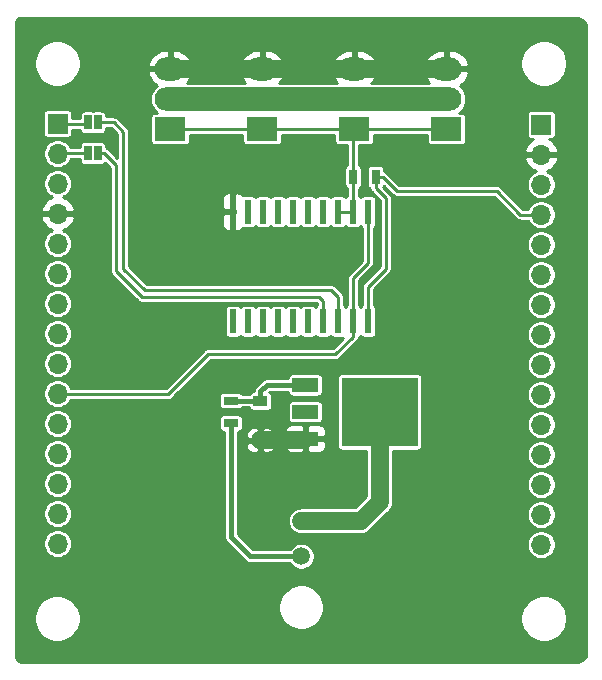
<source format=gtl>
%TF.GenerationSoftware,KiCad,Pcbnew,5.1.5+dfsg1-2build2*%
%TF.CreationDate,2021-01-24T18:32:34+01:00*%
%TF.ProjectId,PlacaDynamixel,506c6163-6144-4796-9e61-6d6978656c2e,rev?*%
%TF.SameCoordinates,Original*%
%TF.FileFunction,Copper,L1,Top*%
%TF.FilePolarity,Positive*%
%FSLAX46Y46*%
G04 Gerber Fmt 4.6, Leading zero omitted, Abs format (unit mm)*
G04 Created by KiCad (PCBNEW 5.1.5+dfsg1-2build2) date 2021-01-24 18:32:34*
%MOMM*%
%LPD*%
G04 APERTURE LIST*
%ADD10R,1.200000X0.900000*%
%ADD11R,0.635000X1.270000*%
%ADD12R,2.600000X2.000000*%
%ADD13O,2.600000X2.000000*%
%ADD14C,1.500000*%
%ADD15O,1.700000X1.700000*%
%ADD16R,1.700000X1.700000*%
%ADD17R,2.200000X1.200000*%
%ADD18R,6.400000X5.800000*%
%ADD19R,3.050000X2.750000*%
%ADD20R,0.700000X1.300000*%
%ADD21R,1.300000X0.700000*%
%ADD22R,0.600000X2.060000*%
%ADD23C,0.400000*%
%ADD24C,1.500000*%
%ADD25C,0.254000*%
%ADD26C,2.000000*%
G04 APERTURE END LIST*
D10*
X142400000Y-96200000D03*
X142400000Y-99500000D03*
D11*
X128606400Y-72600000D03*
X127793600Y-72600000D03*
X127793600Y-75200000D03*
X128606400Y-75200000D03*
D12*
X158150000Y-73150000D03*
D13*
X158150000Y-70610000D03*
X158150000Y-68070000D03*
X134750000Y-68070000D03*
X134750000Y-70610000D03*
D12*
X134750000Y-73150000D03*
D14*
X145850000Y-106325000D03*
X145850000Y-109325000D03*
D12*
X150350000Y-73150000D03*
D13*
X150350000Y-70610000D03*
X150350000Y-68070000D03*
X142550000Y-68070000D03*
X142550000Y-70610000D03*
D12*
X142550000Y-73150000D03*
D15*
X125225000Y-108255000D03*
X125225000Y-105715000D03*
X125225000Y-103175000D03*
X125225000Y-100635000D03*
X125225000Y-98095000D03*
X125225000Y-95555000D03*
X125225000Y-93015000D03*
X125225000Y-90475000D03*
X125225000Y-87935000D03*
X125225000Y-85395000D03*
X125225000Y-82855000D03*
X125225000Y-80315000D03*
X125225000Y-77775000D03*
X125225000Y-75235000D03*
D16*
X125225000Y-72695000D03*
X166175000Y-72775000D03*
D15*
X166175000Y-75315000D03*
X166175000Y-77855000D03*
X166175000Y-80395000D03*
X166175000Y-82935000D03*
X166175000Y-85475000D03*
X166175000Y-88015000D03*
X166175000Y-90555000D03*
X166175000Y-93095000D03*
X166175000Y-95635000D03*
X166175000Y-98175000D03*
X166175000Y-100715000D03*
X166175000Y-103255000D03*
X166175000Y-105795000D03*
X166175000Y-108335000D03*
D17*
X146200000Y-94820000D03*
X146200000Y-97100000D03*
X146200000Y-99380000D03*
D18*
X152500000Y-97100000D03*
D19*
X154175000Y-98625000D03*
X150825000Y-95575000D03*
X154175000Y-95575000D03*
X150825000Y-98625000D03*
D20*
X152150000Y-77200000D03*
X150250000Y-77200000D03*
D21*
X139900000Y-98050000D03*
X139900000Y-96150000D03*
D22*
X151501753Y-80160000D03*
X150231753Y-80160000D03*
X148961753Y-80160000D03*
X147691753Y-80160000D03*
X146421753Y-80160000D03*
X145151753Y-80160000D03*
X143881753Y-80160000D03*
X142611753Y-80160000D03*
X141341753Y-80160000D03*
X140071753Y-80160000D03*
X140071753Y-89440000D03*
X141341753Y-89440000D03*
X142611753Y-89440000D03*
X143881753Y-89440000D03*
X145151753Y-89440000D03*
X146421753Y-89440000D03*
X147691753Y-89440000D03*
X148961753Y-89440000D03*
X150231753Y-89440000D03*
X151501753Y-89440000D03*
D23*
X142350000Y-96150000D02*
X142400000Y-96200000D01*
X139900000Y-96150000D02*
X142350000Y-96150000D01*
X144700000Y-94820000D02*
X146200000Y-94820000D01*
X142930000Y-94820000D02*
X144700000Y-94820000D01*
X142400000Y-95350000D02*
X142930000Y-94820000D01*
X142400000Y-96200000D02*
X142400000Y-95350000D01*
D24*
X158150000Y-68070000D02*
X134750000Y-68070000D01*
X142400000Y-99500000D02*
X146080000Y-99500000D01*
D25*
X128606400Y-72600000D02*
X130000000Y-72600000D01*
X130000000Y-72600000D02*
X130800000Y-73400000D01*
X130800000Y-73400000D02*
X130800000Y-85000000D01*
X130800000Y-85000000D02*
X132600000Y-86800000D01*
X132600000Y-86800000D02*
X148400000Y-86800000D01*
X148961753Y-87361753D02*
X148961753Y-89440000D01*
X148400000Y-86800000D02*
X148961753Y-87361753D01*
X127698600Y-72695000D02*
X127793600Y-72600000D01*
X125225000Y-72695000D02*
X127698600Y-72695000D01*
X125260000Y-75200000D02*
X125225000Y-75235000D01*
X127793600Y-75200000D02*
X125260000Y-75200000D01*
X147691753Y-87691753D02*
X147691753Y-89440000D01*
X147400000Y-87400000D02*
X147691753Y-87691753D01*
X132400000Y-87400000D02*
X147400000Y-87400000D01*
X130200000Y-85200000D02*
X132400000Y-87400000D01*
X130200000Y-76222100D02*
X130200000Y-85200000D01*
X129177900Y-75200000D02*
X130200000Y-76222100D01*
X128606400Y-75200000D02*
X129177900Y-75200000D01*
D23*
X139900000Y-98050000D02*
X139900000Y-107700000D01*
X141525000Y-109325000D02*
X145850000Y-109325000D01*
X139900000Y-107700000D02*
X141525000Y-109325000D01*
D26*
X134750000Y-70610000D02*
X158150000Y-70610000D01*
D25*
X148961753Y-80160000D02*
X150231753Y-80160000D01*
X150231753Y-77218247D02*
X150250000Y-77200000D01*
X150231753Y-80160000D02*
X150231753Y-77218247D01*
X150250000Y-73250000D02*
X150350000Y-73150000D01*
X150250000Y-77200000D02*
X150250000Y-73250000D01*
X134750000Y-73150000D02*
X158150000Y-73150000D01*
D24*
X152500000Y-97100000D02*
X152500000Y-104700000D01*
X150875000Y-106325000D02*
X145850000Y-106325000D01*
X152500000Y-104700000D02*
X150875000Y-106325000D01*
D25*
X151501753Y-80160000D02*
X151501753Y-84498247D01*
X150231753Y-85768247D02*
X150231753Y-89440000D01*
X151501753Y-84498247D02*
X150231753Y-85768247D01*
X125270000Y-95600000D02*
X125225000Y-95555000D01*
X134600000Y-95600000D02*
X125270000Y-95600000D01*
X138000000Y-92200000D02*
X134600000Y-95600000D01*
X148755753Y-92200000D02*
X138000000Y-92200000D01*
X150231753Y-90724000D02*
X148755753Y-92200000D01*
X150231753Y-89440000D02*
X150231753Y-90724000D01*
X152754000Y-77200000D02*
X153954000Y-78400000D01*
X152150000Y-77200000D02*
X152754000Y-77200000D01*
X153954000Y-78400000D02*
X162400000Y-78400000D01*
X164395000Y-80395000D02*
X166175000Y-80395000D01*
X162400000Y-78400000D02*
X164395000Y-80395000D01*
X151501753Y-89440000D02*
X151501753Y-86498247D01*
X151501753Y-86498247D02*
X153000000Y-85000000D01*
X153000000Y-85000000D02*
X153000000Y-79000000D01*
X152150000Y-78150000D02*
X152150000Y-77200000D01*
X153000000Y-79000000D02*
X152150000Y-78150000D01*
G36*
X169275869Y-63761788D02*
G01*
X169445041Y-63812864D01*
X169601073Y-63895828D01*
X169738013Y-64007514D01*
X169850657Y-64143676D01*
X169934706Y-64299122D01*
X169986962Y-64467935D01*
X170007101Y-64659543D01*
X170007100Y-117383225D01*
X169988212Y-117575870D01*
X169937137Y-117745040D01*
X169854172Y-117901073D01*
X169742486Y-118038013D01*
X169606324Y-118150657D01*
X169450877Y-118234707D01*
X169282064Y-118286963D01*
X169090475Y-118307100D01*
X122366766Y-118307100D01*
X122222691Y-118292973D01*
X122100226Y-118255999D01*
X121987275Y-118195942D01*
X121888143Y-118115092D01*
X121806603Y-118016527D01*
X121745760Y-117903999D01*
X121707931Y-117781795D01*
X121692900Y-117638786D01*
X121692900Y-114404889D01*
X123219000Y-114404889D01*
X123219000Y-114795111D01*
X123295129Y-115177836D01*
X123444461Y-115538355D01*
X123661257Y-115862814D01*
X123937186Y-116138743D01*
X124261645Y-116355539D01*
X124622164Y-116504871D01*
X125004889Y-116581000D01*
X125395111Y-116581000D01*
X125777836Y-116504871D01*
X126138355Y-116355539D01*
X126462814Y-116138743D01*
X126738743Y-115862814D01*
X126955539Y-115538355D01*
X127104871Y-115177836D01*
X127181000Y-114795111D01*
X127181000Y-114404889D01*
X127104871Y-114022164D01*
X126955539Y-113661645D01*
X126817339Y-113454813D01*
X143919000Y-113454813D01*
X143919000Y-113835187D01*
X143993208Y-114208252D01*
X144138770Y-114559671D01*
X144350095Y-114875941D01*
X144619059Y-115144905D01*
X144935329Y-115356230D01*
X145286748Y-115501792D01*
X145659813Y-115576000D01*
X146040187Y-115576000D01*
X146413252Y-115501792D01*
X146764671Y-115356230D01*
X147080941Y-115144905D01*
X147349905Y-114875941D01*
X147561230Y-114559671D01*
X147625342Y-114404889D01*
X164419000Y-114404889D01*
X164419000Y-114795111D01*
X164495129Y-115177836D01*
X164644461Y-115538355D01*
X164861257Y-115862814D01*
X165137186Y-116138743D01*
X165461645Y-116355539D01*
X165822164Y-116504871D01*
X166204889Y-116581000D01*
X166595111Y-116581000D01*
X166977836Y-116504871D01*
X167338355Y-116355539D01*
X167662814Y-116138743D01*
X167938743Y-115862814D01*
X168155539Y-115538355D01*
X168304871Y-115177836D01*
X168381000Y-114795111D01*
X168381000Y-114404889D01*
X168304871Y-114022164D01*
X168155539Y-113661645D01*
X167938743Y-113337186D01*
X167662814Y-113061257D01*
X167338355Y-112844461D01*
X166977836Y-112695129D01*
X166595111Y-112619000D01*
X166204889Y-112619000D01*
X165822164Y-112695129D01*
X165461645Y-112844461D01*
X165137186Y-113061257D01*
X164861257Y-113337186D01*
X164644461Y-113661645D01*
X164495129Y-114022164D01*
X164419000Y-114404889D01*
X147625342Y-114404889D01*
X147706792Y-114208252D01*
X147781000Y-113835187D01*
X147781000Y-113454813D01*
X147706792Y-113081748D01*
X147561230Y-112730329D01*
X147349905Y-112414059D01*
X147080941Y-112145095D01*
X146764671Y-111933770D01*
X146413252Y-111788208D01*
X146040187Y-111714000D01*
X145659813Y-111714000D01*
X145286748Y-111788208D01*
X144935329Y-111933770D01*
X144619059Y-112145095D01*
X144350095Y-112414059D01*
X144138770Y-112730329D01*
X143993208Y-113081748D01*
X143919000Y-113454813D01*
X126817339Y-113454813D01*
X126738743Y-113337186D01*
X126462814Y-113061257D01*
X126138355Y-112844461D01*
X125777836Y-112695129D01*
X125395111Y-112619000D01*
X125004889Y-112619000D01*
X124622164Y-112695129D01*
X124261645Y-112844461D01*
X123937186Y-113061257D01*
X123661257Y-113337186D01*
X123444461Y-113661645D01*
X123295129Y-114022164D01*
X123219000Y-114404889D01*
X121692900Y-114404889D01*
X121692900Y-108133757D01*
X123994000Y-108133757D01*
X123994000Y-108376243D01*
X124041307Y-108614069D01*
X124134102Y-108838097D01*
X124268820Y-109039717D01*
X124440283Y-109211180D01*
X124641903Y-109345898D01*
X124865931Y-109438693D01*
X125103757Y-109486000D01*
X125346243Y-109486000D01*
X125584069Y-109438693D01*
X125808097Y-109345898D01*
X126009717Y-109211180D01*
X126181180Y-109039717D01*
X126315898Y-108838097D01*
X126408693Y-108614069D01*
X126456000Y-108376243D01*
X126456000Y-108133757D01*
X126408693Y-107895931D01*
X126315898Y-107671903D01*
X126181180Y-107470283D01*
X126009717Y-107298820D01*
X125808097Y-107164102D01*
X125584069Y-107071307D01*
X125346243Y-107024000D01*
X125103757Y-107024000D01*
X124865931Y-107071307D01*
X124641903Y-107164102D01*
X124440283Y-107298820D01*
X124268820Y-107470283D01*
X124134102Y-107671903D01*
X124041307Y-107895931D01*
X123994000Y-108133757D01*
X121692900Y-108133757D01*
X121692900Y-105593757D01*
X123994000Y-105593757D01*
X123994000Y-105836243D01*
X124041307Y-106074069D01*
X124134102Y-106298097D01*
X124268820Y-106499717D01*
X124440283Y-106671180D01*
X124641903Y-106805898D01*
X124865931Y-106898693D01*
X125103757Y-106946000D01*
X125346243Y-106946000D01*
X125584069Y-106898693D01*
X125808097Y-106805898D01*
X126009717Y-106671180D01*
X126181180Y-106499717D01*
X126315898Y-106298097D01*
X126408693Y-106074069D01*
X126456000Y-105836243D01*
X126456000Y-105593757D01*
X126408693Y-105355931D01*
X126315898Y-105131903D01*
X126181180Y-104930283D01*
X126009717Y-104758820D01*
X125808097Y-104624102D01*
X125584069Y-104531307D01*
X125346243Y-104484000D01*
X125103757Y-104484000D01*
X124865931Y-104531307D01*
X124641903Y-104624102D01*
X124440283Y-104758820D01*
X124268820Y-104930283D01*
X124134102Y-105131903D01*
X124041307Y-105355931D01*
X123994000Y-105593757D01*
X121692900Y-105593757D01*
X121692900Y-103053757D01*
X123994000Y-103053757D01*
X123994000Y-103296243D01*
X124041307Y-103534069D01*
X124134102Y-103758097D01*
X124268820Y-103959717D01*
X124440283Y-104131180D01*
X124641903Y-104265898D01*
X124865931Y-104358693D01*
X125103757Y-104406000D01*
X125346243Y-104406000D01*
X125584069Y-104358693D01*
X125808097Y-104265898D01*
X126009717Y-104131180D01*
X126181180Y-103959717D01*
X126315898Y-103758097D01*
X126408693Y-103534069D01*
X126456000Y-103296243D01*
X126456000Y-103053757D01*
X126408693Y-102815931D01*
X126315898Y-102591903D01*
X126181180Y-102390283D01*
X126009717Y-102218820D01*
X125808097Y-102084102D01*
X125584069Y-101991307D01*
X125346243Y-101944000D01*
X125103757Y-101944000D01*
X124865931Y-101991307D01*
X124641903Y-102084102D01*
X124440283Y-102218820D01*
X124268820Y-102390283D01*
X124134102Y-102591903D01*
X124041307Y-102815931D01*
X123994000Y-103053757D01*
X121692900Y-103053757D01*
X121692900Y-100513757D01*
X123994000Y-100513757D01*
X123994000Y-100756243D01*
X124041307Y-100994069D01*
X124134102Y-101218097D01*
X124268820Y-101419717D01*
X124440283Y-101591180D01*
X124641903Y-101725898D01*
X124865931Y-101818693D01*
X125103757Y-101866000D01*
X125346243Y-101866000D01*
X125584069Y-101818693D01*
X125808097Y-101725898D01*
X126009717Y-101591180D01*
X126181180Y-101419717D01*
X126315898Y-101218097D01*
X126408693Y-100994069D01*
X126456000Y-100756243D01*
X126456000Y-100513757D01*
X126408693Y-100275931D01*
X126315898Y-100051903D01*
X126181180Y-99850283D01*
X126009717Y-99678820D01*
X125808097Y-99544102D01*
X125584069Y-99451307D01*
X125346243Y-99404000D01*
X125103757Y-99404000D01*
X124865931Y-99451307D01*
X124641903Y-99544102D01*
X124440283Y-99678820D01*
X124268820Y-99850283D01*
X124134102Y-100051903D01*
X124041307Y-100275931D01*
X123994000Y-100513757D01*
X121692900Y-100513757D01*
X121692900Y-97973757D01*
X123994000Y-97973757D01*
X123994000Y-98216243D01*
X124041307Y-98454069D01*
X124134102Y-98678097D01*
X124268820Y-98879717D01*
X124440283Y-99051180D01*
X124641903Y-99185898D01*
X124865931Y-99278693D01*
X125103757Y-99326000D01*
X125346243Y-99326000D01*
X125584069Y-99278693D01*
X125808097Y-99185898D01*
X126009717Y-99051180D01*
X126181180Y-98879717D01*
X126315898Y-98678097D01*
X126408693Y-98454069D01*
X126456000Y-98216243D01*
X126456000Y-97973757D01*
X126408693Y-97735931D01*
X126393810Y-97700000D01*
X138867157Y-97700000D01*
X138867157Y-98400000D01*
X138874513Y-98474689D01*
X138896299Y-98546508D01*
X138931678Y-98612696D01*
X138979289Y-98670711D01*
X139037304Y-98718322D01*
X139103492Y-98753701D01*
X139175311Y-98775487D01*
X139250000Y-98782843D01*
X139319000Y-98782843D01*
X139319001Y-107671450D01*
X139316189Y-107700000D01*
X139327407Y-107813895D01*
X139360629Y-107923414D01*
X139360630Y-107923415D01*
X139414580Y-108024348D01*
X139487184Y-108112817D01*
X139509355Y-108131013D01*
X141093987Y-109715645D01*
X141112183Y-109737817D01*
X141200652Y-109810421D01*
X141294771Y-109860729D01*
X141301585Y-109864371D01*
X141411104Y-109897593D01*
X141524999Y-109908811D01*
X141553539Y-109906000D01*
X144877970Y-109906000D01*
X144971495Y-110045970D01*
X145129030Y-110203505D01*
X145314271Y-110327279D01*
X145520100Y-110412536D01*
X145738606Y-110456000D01*
X145961394Y-110456000D01*
X146179900Y-110412536D01*
X146385729Y-110327279D01*
X146570970Y-110203505D01*
X146728505Y-110045970D01*
X146852279Y-109860729D01*
X146937536Y-109654900D01*
X146981000Y-109436394D01*
X146981000Y-109213606D01*
X146937536Y-108995100D01*
X146852279Y-108789271D01*
X146728505Y-108604030D01*
X146570970Y-108446495D01*
X146385729Y-108322721D01*
X146179900Y-108237464D01*
X146060719Y-108213757D01*
X164944000Y-108213757D01*
X164944000Y-108456243D01*
X164991307Y-108694069D01*
X165084102Y-108918097D01*
X165218820Y-109119717D01*
X165390283Y-109291180D01*
X165591903Y-109425898D01*
X165815931Y-109518693D01*
X166053757Y-109566000D01*
X166296243Y-109566000D01*
X166534069Y-109518693D01*
X166758097Y-109425898D01*
X166959717Y-109291180D01*
X167131180Y-109119717D01*
X167265898Y-108918097D01*
X167358693Y-108694069D01*
X167406000Y-108456243D01*
X167406000Y-108213757D01*
X167358693Y-107975931D01*
X167265898Y-107751903D01*
X167131180Y-107550283D01*
X166959717Y-107378820D01*
X166758097Y-107244102D01*
X166534069Y-107151307D01*
X166296243Y-107104000D01*
X166053757Y-107104000D01*
X165815931Y-107151307D01*
X165591903Y-107244102D01*
X165390283Y-107378820D01*
X165218820Y-107550283D01*
X165084102Y-107751903D01*
X164991307Y-107975931D01*
X164944000Y-108213757D01*
X146060719Y-108213757D01*
X145961394Y-108194000D01*
X145738606Y-108194000D01*
X145520100Y-108237464D01*
X145314271Y-108322721D01*
X145129030Y-108446495D01*
X144971495Y-108604030D01*
X144877970Y-108744000D01*
X141765658Y-108744000D01*
X140481000Y-107459343D01*
X140481000Y-106325000D01*
X144713528Y-106325000D01*
X144719000Y-106380558D01*
X144719000Y-106436394D01*
X144729893Y-106491156D01*
X144735365Y-106546715D01*
X144751572Y-106600141D01*
X144762464Y-106654900D01*
X144783830Y-106706483D01*
X144800037Y-106759909D01*
X144826355Y-106809146D01*
X144847721Y-106860729D01*
X144878740Y-106907152D01*
X144905058Y-106956390D01*
X144940477Y-106999548D01*
X144971495Y-107045970D01*
X145010975Y-107085450D01*
X145046393Y-107128607D01*
X145089550Y-107164025D01*
X145129030Y-107203505D01*
X145175452Y-107234523D01*
X145218610Y-107269942D01*
X145267848Y-107296260D01*
X145314271Y-107327279D01*
X145365854Y-107348645D01*
X145415091Y-107374963D01*
X145468517Y-107391170D01*
X145520100Y-107412536D01*
X145574859Y-107423428D01*
X145628285Y-107439635D01*
X145683844Y-107445107D01*
X145738606Y-107456000D01*
X150819450Y-107456000D01*
X150875000Y-107461471D01*
X150930550Y-107456000D01*
X150930558Y-107456000D01*
X151096715Y-107439635D01*
X151309909Y-107374963D01*
X151506390Y-107269942D01*
X151678607Y-107128607D01*
X151714025Y-107085450D01*
X153125718Y-105673757D01*
X164944000Y-105673757D01*
X164944000Y-105916243D01*
X164991307Y-106154069D01*
X165084102Y-106378097D01*
X165218820Y-106579717D01*
X165390283Y-106751180D01*
X165591903Y-106885898D01*
X165815931Y-106978693D01*
X166053757Y-107026000D01*
X166296243Y-107026000D01*
X166534069Y-106978693D01*
X166758097Y-106885898D01*
X166959717Y-106751180D01*
X167131180Y-106579717D01*
X167265898Y-106378097D01*
X167358693Y-106154069D01*
X167406000Y-105916243D01*
X167406000Y-105673757D01*
X167358693Y-105435931D01*
X167265898Y-105211903D01*
X167131180Y-105010283D01*
X166959717Y-104838820D01*
X166758097Y-104704102D01*
X166534069Y-104611307D01*
X166296243Y-104564000D01*
X166053757Y-104564000D01*
X165815931Y-104611307D01*
X165591903Y-104704102D01*
X165390283Y-104838820D01*
X165218820Y-105010283D01*
X165084102Y-105211903D01*
X164991307Y-105435931D01*
X164944000Y-105673757D01*
X153125718Y-105673757D01*
X153260455Y-105539021D01*
X153303607Y-105503607D01*
X153359148Y-105435931D01*
X153444942Y-105331390D01*
X153549963Y-105134909D01*
X153614635Y-104921715D01*
X153622799Y-104838820D01*
X153631000Y-104755558D01*
X153631000Y-104755551D01*
X153636471Y-104700001D01*
X153631000Y-104644450D01*
X153631000Y-103133757D01*
X164944000Y-103133757D01*
X164944000Y-103376243D01*
X164991307Y-103614069D01*
X165084102Y-103838097D01*
X165218820Y-104039717D01*
X165390283Y-104211180D01*
X165591903Y-104345898D01*
X165815931Y-104438693D01*
X166053757Y-104486000D01*
X166296243Y-104486000D01*
X166534069Y-104438693D01*
X166758097Y-104345898D01*
X166959717Y-104211180D01*
X167131180Y-104039717D01*
X167265898Y-103838097D01*
X167358693Y-103614069D01*
X167406000Y-103376243D01*
X167406000Y-103133757D01*
X167358693Y-102895931D01*
X167265898Y-102671903D01*
X167131180Y-102470283D01*
X166959717Y-102298820D01*
X166758097Y-102164102D01*
X166534069Y-102071307D01*
X166296243Y-102024000D01*
X166053757Y-102024000D01*
X165815931Y-102071307D01*
X165591903Y-102164102D01*
X165390283Y-102298820D01*
X165218820Y-102470283D01*
X165084102Y-102671903D01*
X164991307Y-102895931D01*
X164944000Y-103133757D01*
X153631000Y-103133757D01*
X153631000Y-100593757D01*
X164944000Y-100593757D01*
X164944000Y-100836243D01*
X164991307Y-101074069D01*
X165084102Y-101298097D01*
X165218820Y-101499717D01*
X165390283Y-101671180D01*
X165591903Y-101805898D01*
X165815931Y-101898693D01*
X166053757Y-101946000D01*
X166296243Y-101946000D01*
X166534069Y-101898693D01*
X166758097Y-101805898D01*
X166959717Y-101671180D01*
X167131180Y-101499717D01*
X167265898Y-101298097D01*
X167358693Y-101074069D01*
X167406000Y-100836243D01*
X167406000Y-100593757D01*
X167358693Y-100355931D01*
X167265898Y-100131903D01*
X167131180Y-99930283D01*
X166959717Y-99758820D01*
X166758097Y-99624102D01*
X166534069Y-99531307D01*
X166296243Y-99484000D01*
X166053757Y-99484000D01*
X165815931Y-99531307D01*
X165591903Y-99624102D01*
X165390283Y-99758820D01*
X165218820Y-99930283D01*
X165084102Y-100131903D01*
X164991307Y-100355931D01*
X164944000Y-100593757D01*
X153631000Y-100593757D01*
X153631000Y-100382843D01*
X155700000Y-100382843D01*
X155774689Y-100375487D01*
X155846508Y-100353701D01*
X155912696Y-100318322D01*
X155970711Y-100270711D01*
X156018322Y-100212696D01*
X156053701Y-100146508D01*
X156075487Y-100074689D01*
X156082843Y-100000000D01*
X156082843Y-98053757D01*
X164944000Y-98053757D01*
X164944000Y-98296243D01*
X164991307Y-98534069D01*
X165084102Y-98758097D01*
X165218820Y-98959717D01*
X165390283Y-99131180D01*
X165591903Y-99265898D01*
X165815931Y-99358693D01*
X166053757Y-99406000D01*
X166296243Y-99406000D01*
X166534069Y-99358693D01*
X166758097Y-99265898D01*
X166959717Y-99131180D01*
X167131180Y-98959717D01*
X167265898Y-98758097D01*
X167358693Y-98534069D01*
X167406000Y-98296243D01*
X167406000Y-98053757D01*
X167358693Y-97815931D01*
X167265898Y-97591903D01*
X167131180Y-97390283D01*
X166959717Y-97218820D01*
X166758097Y-97084102D01*
X166534069Y-96991307D01*
X166296243Y-96944000D01*
X166053757Y-96944000D01*
X165815931Y-96991307D01*
X165591903Y-97084102D01*
X165390283Y-97218820D01*
X165218820Y-97390283D01*
X165084102Y-97591903D01*
X164991307Y-97815931D01*
X164944000Y-98053757D01*
X156082843Y-98053757D01*
X156082843Y-95513757D01*
X164944000Y-95513757D01*
X164944000Y-95756243D01*
X164991307Y-95994069D01*
X165084102Y-96218097D01*
X165218820Y-96419717D01*
X165390283Y-96591180D01*
X165591903Y-96725898D01*
X165815931Y-96818693D01*
X166053757Y-96866000D01*
X166296243Y-96866000D01*
X166534069Y-96818693D01*
X166758097Y-96725898D01*
X166959717Y-96591180D01*
X167131180Y-96419717D01*
X167265898Y-96218097D01*
X167358693Y-95994069D01*
X167406000Y-95756243D01*
X167406000Y-95513757D01*
X167358693Y-95275931D01*
X167265898Y-95051903D01*
X167131180Y-94850283D01*
X166959717Y-94678820D01*
X166758097Y-94544102D01*
X166534069Y-94451307D01*
X166296243Y-94404000D01*
X166053757Y-94404000D01*
X165815931Y-94451307D01*
X165591903Y-94544102D01*
X165390283Y-94678820D01*
X165218820Y-94850283D01*
X165084102Y-95051903D01*
X164991307Y-95275931D01*
X164944000Y-95513757D01*
X156082843Y-95513757D01*
X156082843Y-94200000D01*
X156075487Y-94125311D01*
X156053701Y-94053492D01*
X156018322Y-93987304D01*
X155970711Y-93929289D01*
X155912696Y-93881678D01*
X155846508Y-93846299D01*
X155774689Y-93824513D01*
X155700000Y-93817157D01*
X149300000Y-93817157D01*
X149225311Y-93824513D01*
X149153492Y-93846299D01*
X149087304Y-93881678D01*
X149029289Y-93929289D01*
X148981678Y-93987304D01*
X148946299Y-94053492D01*
X148924513Y-94125311D01*
X148917157Y-94200000D01*
X148917157Y-100000000D01*
X148924513Y-100074689D01*
X148946299Y-100146508D01*
X148981678Y-100212696D01*
X149029289Y-100270711D01*
X149087304Y-100318322D01*
X149153492Y-100353701D01*
X149225311Y-100375487D01*
X149300000Y-100382843D01*
X151369000Y-100382843D01*
X151369001Y-104231523D01*
X150406525Y-105194000D01*
X145738606Y-105194000D01*
X145683844Y-105204893D01*
X145628285Y-105210365D01*
X145574859Y-105226572D01*
X145520100Y-105237464D01*
X145468517Y-105258830D01*
X145415091Y-105275037D01*
X145365854Y-105301355D01*
X145314271Y-105322721D01*
X145267848Y-105353740D01*
X145218610Y-105380058D01*
X145175452Y-105415477D01*
X145129030Y-105446495D01*
X145089550Y-105485975D01*
X145046393Y-105521393D01*
X145010977Y-105564548D01*
X144971495Y-105604030D01*
X144940477Y-105650452D01*
X144905058Y-105693610D01*
X144878740Y-105742848D01*
X144847721Y-105789271D01*
X144826355Y-105840854D01*
X144800037Y-105890091D01*
X144783830Y-105943517D01*
X144762464Y-105995100D01*
X144751572Y-106049859D01*
X144735365Y-106103285D01*
X144729893Y-106158844D01*
X144719000Y-106213606D01*
X144719000Y-106269442D01*
X144713528Y-106325000D01*
X140481000Y-106325000D01*
X140481000Y-99950000D01*
X141161928Y-99950000D01*
X141174188Y-100074482D01*
X141210498Y-100194180D01*
X141269463Y-100304494D01*
X141348815Y-100401185D01*
X141445506Y-100480537D01*
X141555820Y-100539502D01*
X141675518Y-100575812D01*
X141800000Y-100588072D01*
X142114250Y-100585000D01*
X142273000Y-100426250D01*
X142273000Y-99627000D01*
X142527000Y-99627000D01*
X142527000Y-100426250D01*
X142685750Y-100585000D01*
X143000000Y-100588072D01*
X143124482Y-100575812D01*
X143244180Y-100539502D01*
X143354494Y-100480537D01*
X143451185Y-100401185D01*
X143530537Y-100304494D01*
X143589502Y-100194180D01*
X143625812Y-100074482D01*
X143635117Y-99980000D01*
X144461928Y-99980000D01*
X144474188Y-100104482D01*
X144510498Y-100224180D01*
X144569463Y-100334494D01*
X144648815Y-100431185D01*
X144745506Y-100510537D01*
X144855820Y-100569502D01*
X144975518Y-100605812D01*
X145100000Y-100618072D01*
X145914250Y-100615000D01*
X146073000Y-100456250D01*
X146073000Y-99507000D01*
X146327000Y-99507000D01*
X146327000Y-100456250D01*
X146485750Y-100615000D01*
X147300000Y-100618072D01*
X147424482Y-100605812D01*
X147544180Y-100569502D01*
X147654494Y-100510537D01*
X147751185Y-100431185D01*
X147830537Y-100334494D01*
X147889502Y-100224180D01*
X147925812Y-100104482D01*
X147938072Y-99980000D01*
X147935000Y-99665750D01*
X147776250Y-99507000D01*
X146327000Y-99507000D01*
X146073000Y-99507000D01*
X144623750Y-99507000D01*
X144465000Y-99665750D01*
X144461928Y-99980000D01*
X143635117Y-99980000D01*
X143638072Y-99950000D01*
X143635000Y-99785750D01*
X143476250Y-99627000D01*
X142527000Y-99627000D01*
X142273000Y-99627000D01*
X141323750Y-99627000D01*
X141165000Y-99785750D01*
X141161928Y-99950000D01*
X140481000Y-99950000D01*
X140481000Y-99050000D01*
X141161928Y-99050000D01*
X141165000Y-99214250D01*
X141323750Y-99373000D01*
X142273000Y-99373000D01*
X142273000Y-98573750D01*
X142527000Y-98573750D01*
X142527000Y-99373000D01*
X143476250Y-99373000D01*
X143635000Y-99214250D01*
X143638072Y-99050000D01*
X143625812Y-98925518D01*
X143589502Y-98805820D01*
X143575701Y-98780000D01*
X144461928Y-98780000D01*
X144465000Y-99094250D01*
X144623750Y-99253000D01*
X146073000Y-99253000D01*
X146073000Y-98303750D01*
X146327000Y-98303750D01*
X146327000Y-99253000D01*
X147776250Y-99253000D01*
X147935000Y-99094250D01*
X147938072Y-98780000D01*
X147925812Y-98655518D01*
X147889502Y-98535820D01*
X147830537Y-98425506D01*
X147751185Y-98328815D01*
X147654494Y-98249463D01*
X147544180Y-98190498D01*
X147424482Y-98154188D01*
X147300000Y-98141928D01*
X146485750Y-98145000D01*
X146327000Y-98303750D01*
X146073000Y-98303750D01*
X145914250Y-98145000D01*
X145100000Y-98141928D01*
X144975518Y-98154188D01*
X144855820Y-98190498D01*
X144745506Y-98249463D01*
X144648815Y-98328815D01*
X144569463Y-98425506D01*
X144510498Y-98535820D01*
X144474188Y-98655518D01*
X144461928Y-98780000D01*
X143575701Y-98780000D01*
X143530537Y-98695506D01*
X143451185Y-98598815D01*
X143354494Y-98519463D01*
X143244180Y-98460498D01*
X143124482Y-98424188D01*
X143000000Y-98411928D01*
X142685750Y-98415000D01*
X142527000Y-98573750D01*
X142273000Y-98573750D01*
X142114250Y-98415000D01*
X141800000Y-98411928D01*
X141675518Y-98424188D01*
X141555820Y-98460498D01*
X141445506Y-98519463D01*
X141348815Y-98598815D01*
X141269463Y-98695506D01*
X141210498Y-98805820D01*
X141174188Y-98925518D01*
X141161928Y-99050000D01*
X140481000Y-99050000D01*
X140481000Y-98782843D01*
X140550000Y-98782843D01*
X140624689Y-98775487D01*
X140696508Y-98753701D01*
X140762696Y-98718322D01*
X140820711Y-98670711D01*
X140868322Y-98612696D01*
X140903701Y-98546508D01*
X140925487Y-98474689D01*
X140932843Y-98400000D01*
X140932843Y-97700000D01*
X140925487Y-97625311D01*
X140903701Y-97553492D01*
X140868322Y-97487304D01*
X140820711Y-97429289D01*
X140762696Y-97381678D01*
X140696508Y-97346299D01*
X140624689Y-97324513D01*
X140550000Y-97317157D01*
X139250000Y-97317157D01*
X139175311Y-97324513D01*
X139103492Y-97346299D01*
X139037304Y-97381678D01*
X138979289Y-97429289D01*
X138931678Y-97487304D01*
X138896299Y-97553492D01*
X138874513Y-97625311D01*
X138867157Y-97700000D01*
X126393810Y-97700000D01*
X126315898Y-97511903D01*
X126181180Y-97310283D01*
X126009717Y-97138820D01*
X125808097Y-97004102D01*
X125584069Y-96911307D01*
X125346243Y-96864000D01*
X125103757Y-96864000D01*
X124865931Y-96911307D01*
X124641903Y-97004102D01*
X124440283Y-97138820D01*
X124268820Y-97310283D01*
X124134102Y-97511903D01*
X124041307Y-97735931D01*
X123994000Y-97973757D01*
X121692900Y-97973757D01*
X121692900Y-92893757D01*
X123994000Y-92893757D01*
X123994000Y-93136243D01*
X124041307Y-93374069D01*
X124134102Y-93598097D01*
X124268820Y-93799717D01*
X124440283Y-93971180D01*
X124641903Y-94105898D01*
X124865931Y-94198693D01*
X125103757Y-94246000D01*
X125346243Y-94246000D01*
X125584069Y-94198693D01*
X125808097Y-94105898D01*
X126009717Y-93971180D01*
X126181180Y-93799717D01*
X126315898Y-93598097D01*
X126408693Y-93374069D01*
X126456000Y-93136243D01*
X126456000Y-92893757D01*
X126408693Y-92655931D01*
X126315898Y-92431903D01*
X126181180Y-92230283D01*
X126009717Y-92058820D01*
X125808097Y-91924102D01*
X125584069Y-91831307D01*
X125346243Y-91784000D01*
X125103757Y-91784000D01*
X124865931Y-91831307D01*
X124641903Y-91924102D01*
X124440283Y-92058820D01*
X124268820Y-92230283D01*
X124134102Y-92431903D01*
X124041307Y-92655931D01*
X123994000Y-92893757D01*
X121692900Y-92893757D01*
X121692900Y-90353757D01*
X123994000Y-90353757D01*
X123994000Y-90596243D01*
X124041307Y-90834069D01*
X124134102Y-91058097D01*
X124268820Y-91259717D01*
X124440283Y-91431180D01*
X124641903Y-91565898D01*
X124865931Y-91658693D01*
X125103757Y-91706000D01*
X125346243Y-91706000D01*
X125584069Y-91658693D01*
X125808097Y-91565898D01*
X126009717Y-91431180D01*
X126181180Y-91259717D01*
X126315898Y-91058097D01*
X126408693Y-90834069D01*
X126456000Y-90596243D01*
X126456000Y-90353757D01*
X126408693Y-90115931D01*
X126315898Y-89891903D01*
X126181180Y-89690283D01*
X126009717Y-89518820D01*
X125808097Y-89384102D01*
X125584069Y-89291307D01*
X125346243Y-89244000D01*
X125103757Y-89244000D01*
X124865931Y-89291307D01*
X124641903Y-89384102D01*
X124440283Y-89518820D01*
X124268820Y-89690283D01*
X124134102Y-89891903D01*
X124041307Y-90115931D01*
X123994000Y-90353757D01*
X121692900Y-90353757D01*
X121692900Y-87813757D01*
X123994000Y-87813757D01*
X123994000Y-88056243D01*
X124041307Y-88294069D01*
X124134102Y-88518097D01*
X124268820Y-88719717D01*
X124440283Y-88891180D01*
X124641903Y-89025898D01*
X124865931Y-89118693D01*
X125103757Y-89166000D01*
X125346243Y-89166000D01*
X125584069Y-89118693D01*
X125808097Y-89025898D01*
X126009717Y-88891180D01*
X126181180Y-88719717D01*
X126315898Y-88518097D01*
X126408693Y-88294069D01*
X126456000Y-88056243D01*
X126456000Y-87813757D01*
X126408693Y-87575931D01*
X126315898Y-87351903D01*
X126181180Y-87150283D01*
X126009717Y-86978820D01*
X125808097Y-86844102D01*
X125584069Y-86751307D01*
X125346243Y-86704000D01*
X125103757Y-86704000D01*
X124865931Y-86751307D01*
X124641903Y-86844102D01*
X124440283Y-86978820D01*
X124268820Y-87150283D01*
X124134102Y-87351903D01*
X124041307Y-87575931D01*
X123994000Y-87813757D01*
X121692900Y-87813757D01*
X121692900Y-85273757D01*
X123994000Y-85273757D01*
X123994000Y-85516243D01*
X124041307Y-85754069D01*
X124134102Y-85978097D01*
X124268820Y-86179717D01*
X124440283Y-86351180D01*
X124641903Y-86485898D01*
X124865931Y-86578693D01*
X125103757Y-86626000D01*
X125346243Y-86626000D01*
X125584069Y-86578693D01*
X125808097Y-86485898D01*
X126009717Y-86351180D01*
X126181180Y-86179717D01*
X126315898Y-85978097D01*
X126408693Y-85754069D01*
X126456000Y-85516243D01*
X126456000Y-85273757D01*
X126408693Y-85035931D01*
X126315898Y-84811903D01*
X126181180Y-84610283D01*
X126009717Y-84438820D01*
X125808097Y-84304102D01*
X125584069Y-84211307D01*
X125346243Y-84164000D01*
X125103757Y-84164000D01*
X124865931Y-84211307D01*
X124641903Y-84304102D01*
X124440283Y-84438820D01*
X124268820Y-84610283D01*
X124134102Y-84811903D01*
X124041307Y-85035931D01*
X123994000Y-85273757D01*
X121692900Y-85273757D01*
X121692900Y-80671890D01*
X123783524Y-80671890D01*
X123828175Y-80819099D01*
X123953359Y-81081920D01*
X124127412Y-81315269D01*
X124343645Y-81510178D01*
X124593748Y-81659157D01*
X124756168Y-81716772D01*
X124641903Y-81764102D01*
X124440283Y-81898820D01*
X124268820Y-82070283D01*
X124134102Y-82271903D01*
X124041307Y-82495931D01*
X123994000Y-82733757D01*
X123994000Y-82976243D01*
X124041307Y-83214069D01*
X124134102Y-83438097D01*
X124268820Y-83639717D01*
X124440283Y-83811180D01*
X124641903Y-83945898D01*
X124865931Y-84038693D01*
X125103757Y-84086000D01*
X125346243Y-84086000D01*
X125584069Y-84038693D01*
X125808097Y-83945898D01*
X126009717Y-83811180D01*
X126181180Y-83639717D01*
X126315898Y-83438097D01*
X126408693Y-83214069D01*
X126456000Y-82976243D01*
X126456000Y-82733757D01*
X126408693Y-82495931D01*
X126315898Y-82271903D01*
X126181180Y-82070283D01*
X126009717Y-81898820D01*
X125808097Y-81764102D01*
X125693832Y-81716772D01*
X125856252Y-81659157D01*
X126106355Y-81510178D01*
X126322588Y-81315269D01*
X126496641Y-81081920D01*
X126621825Y-80819099D01*
X126666476Y-80671890D01*
X126545155Y-80442000D01*
X125352000Y-80442000D01*
X125352000Y-80462000D01*
X125098000Y-80462000D01*
X125098000Y-80442000D01*
X123904845Y-80442000D01*
X123783524Y-80671890D01*
X121692900Y-80671890D01*
X121692900Y-79958110D01*
X123783524Y-79958110D01*
X123904845Y-80188000D01*
X125098000Y-80188000D01*
X125098000Y-80168000D01*
X125352000Y-80168000D01*
X125352000Y-80188000D01*
X126545155Y-80188000D01*
X126666476Y-79958110D01*
X126621825Y-79810901D01*
X126496641Y-79548080D01*
X126322588Y-79314731D01*
X126106355Y-79119822D01*
X125856252Y-78970843D01*
X125693832Y-78913228D01*
X125808097Y-78865898D01*
X126009717Y-78731180D01*
X126181180Y-78559717D01*
X126315898Y-78358097D01*
X126408693Y-78134069D01*
X126456000Y-77896243D01*
X126456000Y-77653757D01*
X126408693Y-77415931D01*
X126315898Y-77191903D01*
X126181180Y-76990283D01*
X126009717Y-76818820D01*
X125808097Y-76684102D01*
X125584069Y-76591307D01*
X125346243Y-76544000D01*
X125103757Y-76544000D01*
X124865931Y-76591307D01*
X124641903Y-76684102D01*
X124440283Y-76818820D01*
X124268820Y-76990283D01*
X124134102Y-77191903D01*
X124041307Y-77415931D01*
X123994000Y-77653757D01*
X123994000Y-77896243D01*
X124041307Y-78134069D01*
X124134102Y-78358097D01*
X124268820Y-78559717D01*
X124440283Y-78731180D01*
X124641903Y-78865898D01*
X124756168Y-78913228D01*
X124593748Y-78970843D01*
X124343645Y-79119822D01*
X124127412Y-79314731D01*
X123953359Y-79548080D01*
X123828175Y-79810901D01*
X123783524Y-79958110D01*
X121692900Y-79958110D01*
X121692900Y-71845000D01*
X123992157Y-71845000D01*
X123992157Y-73545000D01*
X123999513Y-73619689D01*
X124021299Y-73691508D01*
X124056678Y-73757696D01*
X124104289Y-73815711D01*
X124162304Y-73863322D01*
X124228492Y-73898701D01*
X124300311Y-73920487D01*
X124375000Y-73927843D01*
X126075000Y-73927843D01*
X126149689Y-73920487D01*
X126221508Y-73898701D01*
X126287696Y-73863322D01*
X126345711Y-73815711D01*
X126393322Y-73757696D01*
X126428701Y-73691508D01*
X126450487Y-73619689D01*
X126457843Y-73545000D01*
X126457843Y-73203000D01*
X127093257Y-73203000D01*
X127093257Y-73235000D01*
X127100613Y-73309689D01*
X127122399Y-73381508D01*
X127157778Y-73447696D01*
X127205389Y-73505711D01*
X127263404Y-73553322D01*
X127329592Y-73588701D01*
X127401411Y-73610487D01*
X127476100Y-73617843D01*
X128111100Y-73617843D01*
X128185789Y-73610487D01*
X128200000Y-73606176D01*
X128214211Y-73610487D01*
X128288900Y-73617843D01*
X128923900Y-73617843D01*
X128998589Y-73610487D01*
X129070408Y-73588701D01*
X129136596Y-73553322D01*
X129194611Y-73505711D01*
X129242222Y-73447696D01*
X129277601Y-73381508D01*
X129299387Y-73309689D01*
X129306743Y-73235000D01*
X129306743Y-73108000D01*
X129789580Y-73108000D01*
X130292000Y-73610420D01*
X130292000Y-75595680D01*
X129554755Y-74858435D01*
X129538848Y-74839052D01*
X129461495Y-74775571D01*
X129373243Y-74728399D01*
X129306743Y-74708226D01*
X129306743Y-74565000D01*
X129299387Y-74490311D01*
X129277601Y-74418492D01*
X129242222Y-74352304D01*
X129194611Y-74294289D01*
X129136596Y-74246678D01*
X129070408Y-74211299D01*
X128998589Y-74189513D01*
X128923900Y-74182157D01*
X128288900Y-74182157D01*
X128214211Y-74189513D01*
X128200000Y-74193824D01*
X128185789Y-74189513D01*
X128111100Y-74182157D01*
X127476100Y-74182157D01*
X127401411Y-74189513D01*
X127329592Y-74211299D01*
X127263404Y-74246678D01*
X127205389Y-74294289D01*
X127157778Y-74352304D01*
X127122399Y-74418492D01*
X127100613Y-74490311D01*
X127093257Y-74565000D01*
X127093257Y-74692000D01*
X126332507Y-74692000D01*
X126315898Y-74651903D01*
X126181180Y-74450283D01*
X126009717Y-74278820D01*
X125808097Y-74144102D01*
X125584069Y-74051307D01*
X125346243Y-74004000D01*
X125103757Y-74004000D01*
X124865931Y-74051307D01*
X124641903Y-74144102D01*
X124440283Y-74278820D01*
X124268820Y-74450283D01*
X124134102Y-74651903D01*
X124041307Y-74875931D01*
X123994000Y-75113757D01*
X123994000Y-75356243D01*
X124041307Y-75594069D01*
X124134102Y-75818097D01*
X124268820Y-76019717D01*
X124440283Y-76191180D01*
X124641903Y-76325898D01*
X124865931Y-76418693D01*
X125103757Y-76466000D01*
X125346243Y-76466000D01*
X125584069Y-76418693D01*
X125808097Y-76325898D01*
X126009717Y-76191180D01*
X126181180Y-76019717D01*
X126315898Y-75818097D01*
X126361501Y-75708000D01*
X127093257Y-75708000D01*
X127093257Y-75835000D01*
X127100613Y-75909689D01*
X127122399Y-75981508D01*
X127157778Y-76047696D01*
X127205389Y-76105711D01*
X127263404Y-76153322D01*
X127329592Y-76188701D01*
X127401411Y-76210487D01*
X127476100Y-76217843D01*
X128111100Y-76217843D01*
X128185789Y-76210487D01*
X128200000Y-76206176D01*
X128214211Y-76210487D01*
X128288900Y-76217843D01*
X128923900Y-76217843D01*
X128998589Y-76210487D01*
X129070408Y-76188701D01*
X129136596Y-76153322D01*
X129194611Y-76105711D01*
X129242222Y-76047696D01*
X129264848Y-76005368D01*
X129692000Y-76432520D01*
X129692001Y-85175046D01*
X129689543Y-85200000D01*
X129696808Y-85273757D01*
X129699352Y-85299585D01*
X129712770Y-85343818D01*
X129728400Y-85395343D01*
X129775571Y-85483595D01*
X129802365Y-85516243D01*
X129839053Y-85560948D01*
X129858430Y-85576850D01*
X132023145Y-87741565D01*
X132039052Y-87760948D01*
X132116405Y-87824429D01*
X132204657Y-87871601D01*
X132300415Y-87900649D01*
X132375053Y-87908000D01*
X132375056Y-87908000D01*
X132400000Y-87910457D01*
X132424944Y-87908000D01*
X147183753Y-87908000D01*
X147183753Y-88089168D01*
X147179057Y-88091678D01*
X147121042Y-88139289D01*
X147073431Y-88197304D01*
X147056753Y-88228506D01*
X147040075Y-88197304D01*
X146992464Y-88139289D01*
X146934449Y-88091678D01*
X146868261Y-88056299D01*
X146796442Y-88034513D01*
X146721753Y-88027157D01*
X146121753Y-88027157D01*
X146047064Y-88034513D01*
X145975245Y-88056299D01*
X145909057Y-88091678D01*
X145851042Y-88139289D01*
X145803431Y-88197304D01*
X145786753Y-88228506D01*
X145770075Y-88197304D01*
X145722464Y-88139289D01*
X145664449Y-88091678D01*
X145598261Y-88056299D01*
X145526442Y-88034513D01*
X145451753Y-88027157D01*
X144851753Y-88027157D01*
X144777064Y-88034513D01*
X144705245Y-88056299D01*
X144639057Y-88091678D01*
X144581042Y-88139289D01*
X144533431Y-88197304D01*
X144516753Y-88228506D01*
X144500075Y-88197304D01*
X144452464Y-88139289D01*
X144394449Y-88091678D01*
X144328261Y-88056299D01*
X144256442Y-88034513D01*
X144181753Y-88027157D01*
X143581753Y-88027157D01*
X143507064Y-88034513D01*
X143435245Y-88056299D01*
X143369057Y-88091678D01*
X143311042Y-88139289D01*
X143263431Y-88197304D01*
X143246753Y-88228506D01*
X143230075Y-88197304D01*
X143182464Y-88139289D01*
X143124449Y-88091678D01*
X143058261Y-88056299D01*
X142986442Y-88034513D01*
X142911753Y-88027157D01*
X142311753Y-88027157D01*
X142237064Y-88034513D01*
X142165245Y-88056299D01*
X142099057Y-88091678D01*
X142041042Y-88139289D01*
X141993431Y-88197304D01*
X141976753Y-88228506D01*
X141960075Y-88197304D01*
X141912464Y-88139289D01*
X141854449Y-88091678D01*
X141788261Y-88056299D01*
X141716442Y-88034513D01*
X141641753Y-88027157D01*
X141041753Y-88027157D01*
X140967064Y-88034513D01*
X140895245Y-88056299D01*
X140829057Y-88091678D01*
X140771042Y-88139289D01*
X140723431Y-88197304D01*
X140706753Y-88228506D01*
X140690075Y-88197304D01*
X140642464Y-88139289D01*
X140584449Y-88091678D01*
X140518261Y-88056299D01*
X140446442Y-88034513D01*
X140371753Y-88027157D01*
X139771753Y-88027157D01*
X139697064Y-88034513D01*
X139625245Y-88056299D01*
X139559057Y-88091678D01*
X139501042Y-88139289D01*
X139453431Y-88197304D01*
X139418052Y-88263492D01*
X139396266Y-88335311D01*
X139388910Y-88410000D01*
X139388910Y-90470000D01*
X139396266Y-90544689D01*
X139418052Y-90616508D01*
X139453431Y-90682696D01*
X139501042Y-90740711D01*
X139559057Y-90788322D01*
X139625245Y-90823701D01*
X139697064Y-90845487D01*
X139771753Y-90852843D01*
X140371753Y-90852843D01*
X140446442Y-90845487D01*
X140518261Y-90823701D01*
X140584449Y-90788322D01*
X140642464Y-90740711D01*
X140690075Y-90682696D01*
X140706753Y-90651494D01*
X140723431Y-90682696D01*
X140771042Y-90740711D01*
X140829057Y-90788322D01*
X140895245Y-90823701D01*
X140967064Y-90845487D01*
X141041753Y-90852843D01*
X141641753Y-90852843D01*
X141716442Y-90845487D01*
X141788261Y-90823701D01*
X141854449Y-90788322D01*
X141912464Y-90740711D01*
X141960075Y-90682696D01*
X141976753Y-90651494D01*
X141993431Y-90682696D01*
X142041042Y-90740711D01*
X142099057Y-90788322D01*
X142165245Y-90823701D01*
X142237064Y-90845487D01*
X142311753Y-90852843D01*
X142911753Y-90852843D01*
X142986442Y-90845487D01*
X143058261Y-90823701D01*
X143124449Y-90788322D01*
X143182464Y-90740711D01*
X143230075Y-90682696D01*
X143246753Y-90651494D01*
X143263431Y-90682696D01*
X143311042Y-90740711D01*
X143369057Y-90788322D01*
X143435245Y-90823701D01*
X143507064Y-90845487D01*
X143581753Y-90852843D01*
X144181753Y-90852843D01*
X144256442Y-90845487D01*
X144328261Y-90823701D01*
X144394449Y-90788322D01*
X144452464Y-90740711D01*
X144500075Y-90682696D01*
X144516753Y-90651494D01*
X144533431Y-90682696D01*
X144581042Y-90740711D01*
X144639057Y-90788322D01*
X144705245Y-90823701D01*
X144777064Y-90845487D01*
X144851753Y-90852843D01*
X145451753Y-90852843D01*
X145526442Y-90845487D01*
X145598261Y-90823701D01*
X145664449Y-90788322D01*
X145722464Y-90740711D01*
X145770075Y-90682696D01*
X145786753Y-90651494D01*
X145803431Y-90682696D01*
X145851042Y-90740711D01*
X145909057Y-90788322D01*
X145975245Y-90823701D01*
X146047064Y-90845487D01*
X146121753Y-90852843D01*
X146721753Y-90852843D01*
X146796442Y-90845487D01*
X146868261Y-90823701D01*
X146934449Y-90788322D01*
X146992464Y-90740711D01*
X147040075Y-90682696D01*
X147056753Y-90651494D01*
X147073431Y-90682696D01*
X147121042Y-90740711D01*
X147179057Y-90788322D01*
X147245245Y-90823701D01*
X147317064Y-90845487D01*
X147391753Y-90852843D01*
X147991753Y-90852843D01*
X148066442Y-90845487D01*
X148138261Y-90823701D01*
X148204449Y-90788322D01*
X148262464Y-90740711D01*
X148310075Y-90682696D01*
X148326753Y-90651494D01*
X148343431Y-90682696D01*
X148391042Y-90740711D01*
X148449057Y-90788322D01*
X148515245Y-90823701D01*
X148587064Y-90845487D01*
X148661753Y-90852843D01*
X149261753Y-90852843D01*
X149336442Y-90845487D01*
X149408261Y-90823701D01*
X149419798Y-90817534D01*
X148545333Y-91692000D01*
X138024943Y-91692000D01*
X137999999Y-91689543D01*
X137975055Y-91692000D01*
X137975053Y-91692000D01*
X137900415Y-91699351D01*
X137804657Y-91728399D01*
X137763576Y-91750357D01*
X137716404Y-91775571D01*
X137661810Y-91820376D01*
X137639052Y-91839052D01*
X137623150Y-91858429D01*
X134389580Y-95092000D01*
X126365644Y-95092000D01*
X126315898Y-94971903D01*
X126181180Y-94770283D01*
X126009717Y-94598820D01*
X125808097Y-94464102D01*
X125584069Y-94371307D01*
X125346243Y-94324000D01*
X125103757Y-94324000D01*
X124865931Y-94371307D01*
X124641903Y-94464102D01*
X124440283Y-94598820D01*
X124268820Y-94770283D01*
X124134102Y-94971903D01*
X124041307Y-95195931D01*
X123994000Y-95433757D01*
X123994000Y-95676243D01*
X124041307Y-95914069D01*
X124134102Y-96138097D01*
X124268820Y-96339717D01*
X124440283Y-96511180D01*
X124641903Y-96645898D01*
X124865931Y-96738693D01*
X125103757Y-96786000D01*
X125346243Y-96786000D01*
X125584069Y-96738693D01*
X125808097Y-96645898D01*
X126009717Y-96511180D01*
X126181180Y-96339717D01*
X126315898Y-96138097D01*
X126328365Y-96108000D01*
X134575056Y-96108000D01*
X134600000Y-96110457D01*
X134624944Y-96108000D01*
X134624947Y-96108000D01*
X134699585Y-96100649D01*
X134795343Y-96071601D01*
X134883595Y-96024429D01*
X134960948Y-95960948D01*
X134976855Y-95941565D01*
X135118420Y-95800000D01*
X138867157Y-95800000D01*
X138867157Y-96500000D01*
X138874513Y-96574689D01*
X138896299Y-96646508D01*
X138931678Y-96712696D01*
X138979289Y-96770711D01*
X139037304Y-96818322D01*
X139103492Y-96853701D01*
X139175311Y-96875487D01*
X139250000Y-96882843D01*
X140550000Y-96882843D01*
X140624689Y-96875487D01*
X140696508Y-96853701D01*
X140762696Y-96818322D01*
X140820711Y-96770711D01*
X140853301Y-96731000D01*
X141426427Y-96731000D01*
X141446299Y-96796508D01*
X141481678Y-96862696D01*
X141529289Y-96920711D01*
X141587304Y-96968322D01*
X141653492Y-97003701D01*
X141725311Y-97025487D01*
X141800000Y-97032843D01*
X143000000Y-97032843D01*
X143074689Y-97025487D01*
X143146508Y-97003701D01*
X143212696Y-96968322D01*
X143270711Y-96920711D01*
X143318322Y-96862696D01*
X143353701Y-96796508D01*
X143375487Y-96724689D01*
X143382843Y-96650000D01*
X143382843Y-96500000D01*
X144717157Y-96500000D01*
X144717157Y-97700000D01*
X144724513Y-97774689D01*
X144746299Y-97846508D01*
X144781678Y-97912696D01*
X144829289Y-97970711D01*
X144887304Y-98018322D01*
X144953492Y-98053701D01*
X145025311Y-98075487D01*
X145100000Y-98082843D01*
X147300000Y-98082843D01*
X147374689Y-98075487D01*
X147446508Y-98053701D01*
X147512696Y-98018322D01*
X147570711Y-97970711D01*
X147618322Y-97912696D01*
X147653701Y-97846508D01*
X147675487Y-97774689D01*
X147682843Y-97700000D01*
X147682843Y-96500000D01*
X147675487Y-96425311D01*
X147653701Y-96353492D01*
X147618322Y-96287304D01*
X147570711Y-96229289D01*
X147512696Y-96181678D01*
X147446508Y-96146299D01*
X147374689Y-96124513D01*
X147300000Y-96117157D01*
X145100000Y-96117157D01*
X145025311Y-96124513D01*
X144953492Y-96146299D01*
X144887304Y-96181678D01*
X144829289Y-96229289D01*
X144781678Y-96287304D01*
X144746299Y-96353492D01*
X144724513Y-96425311D01*
X144717157Y-96500000D01*
X143382843Y-96500000D01*
X143382843Y-95750000D01*
X143375487Y-95675311D01*
X143353701Y-95603492D01*
X143318322Y-95537304D01*
X143270711Y-95479289D01*
X143212696Y-95431678D01*
X143165309Y-95406349D01*
X143170658Y-95401000D01*
X144717157Y-95401000D01*
X144717157Y-95420000D01*
X144724513Y-95494689D01*
X144746299Y-95566508D01*
X144781678Y-95632696D01*
X144829289Y-95690711D01*
X144887304Y-95738322D01*
X144953492Y-95773701D01*
X145025311Y-95795487D01*
X145100000Y-95802843D01*
X147300000Y-95802843D01*
X147374689Y-95795487D01*
X147446508Y-95773701D01*
X147512696Y-95738322D01*
X147570711Y-95690711D01*
X147618322Y-95632696D01*
X147653701Y-95566508D01*
X147675487Y-95494689D01*
X147682843Y-95420000D01*
X147682843Y-94220000D01*
X147675487Y-94145311D01*
X147653701Y-94073492D01*
X147618322Y-94007304D01*
X147570711Y-93949289D01*
X147512696Y-93901678D01*
X147446508Y-93866299D01*
X147374689Y-93844513D01*
X147300000Y-93837157D01*
X145100000Y-93837157D01*
X145025311Y-93844513D01*
X144953492Y-93866299D01*
X144887304Y-93901678D01*
X144829289Y-93949289D01*
X144781678Y-94007304D01*
X144746299Y-94073492D01*
X144724513Y-94145311D01*
X144717157Y-94220000D01*
X144717157Y-94239000D01*
X142958539Y-94239000D01*
X142929999Y-94236189D01*
X142830389Y-94246000D01*
X142816104Y-94247407D01*
X142706585Y-94280629D01*
X142605652Y-94334579D01*
X142517183Y-94407183D01*
X142498987Y-94429355D01*
X142009355Y-94918988D01*
X141987184Y-94937183D01*
X141929612Y-95007335D01*
X141914579Y-95025653D01*
X141860629Y-95126586D01*
X141827407Y-95236105D01*
X141816189Y-95350000D01*
X141817879Y-95367157D01*
X141800000Y-95367157D01*
X141725311Y-95374513D01*
X141653492Y-95396299D01*
X141587304Y-95431678D01*
X141529289Y-95479289D01*
X141481678Y-95537304D01*
X141464736Y-95569000D01*
X140853301Y-95569000D01*
X140820711Y-95529289D01*
X140762696Y-95481678D01*
X140696508Y-95446299D01*
X140624689Y-95424513D01*
X140550000Y-95417157D01*
X139250000Y-95417157D01*
X139175311Y-95424513D01*
X139103492Y-95446299D01*
X139037304Y-95481678D01*
X138979289Y-95529289D01*
X138931678Y-95587304D01*
X138896299Y-95653492D01*
X138874513Y-95725311D01*
X138867157Y-95800000D01*
X135118420Y-95800000D01*
X137944663Y-92973757D01*
X164944000Y-92973757D01*
X164944000Y-93216243D01*
X164991307Y-93454069D01*
X165084102Y-93678097D01*
X165218820Y-93879717D01*
X165390283Y-94051180D01*
X165591903Y-94185898D01*
X165815931Y-94278693D01*
X166053757Y-94326000D01*
X166296243Y-94326000D01*
X166534069Y-94278693D01*
X166758097Y-94185898D01*
X166959717Y-94051180D01*
X167131180Y-93879717D01*
X167265898Y-93678097D01*
X167358693Y-93454069D01*
X167406000Y-93216243D01*
X167406000Y-92973757D01*
X167358693Y-92735931D01*
X167265898Y-92511903D01*
X167131180Y-92310283D01*
X166959717Y-92138820D01*
X166758097Y-92004102D01*
X166534069Y-91911307D01*
X166296243Y-91864000D01*
X166053757Y-91864000D01*
X165815931Y-91911307D01*
X165591903Y-92004102D01*
X165390283Y-92138820D01*
X165218820Y-92310283D01*
X165084102Y-92511903D01*
X164991307Y-92735931D01*
X164944000Y-92973757D01*
X137944663Y-92973757D01*
X138210421Y-92708000D01*
X148730809Y-92708000D01*
X148755753Y-92710457D01*
X148780697Y-92708000D01*
X148780700Y-92708000D01*
X148855338Y-92700649D01*
X148951096Y-92671601D01*
X149039348Y-92624429D01*
X149116701Y-92560948D01*
X149132608Y-92541565D01*
X150573324Y-91100850D01*
X150592701Y-91084948D01*
X150614737Y-91058097D01*
X150656182Y-91007596D01*
X150703353Y-90919345D01*
X150703354Y-90919343D01*
X150732402Y-90823585D01*
X150735399Y-90793160D01*
X150744449Y-90788322D01*
X150802464Y-90740711D01*
X150850075Y-90682696D01*
X150866753Y-90651494D01*
X150883431Y-90682696D01*
X150931042Y-90740711D01*
X150989057Y-90788322D01*
X151055245Y-90823701D01*
X151127064Y-90845487D01*
X151201753Y-90852843D01*
X151801753Y-90852843D01*
X151876442Y-90845487D01*
X151948261Y-90823701D01*
X152014449Y-90788322D01*
X152072464Y-90740711D01*
X152120075Y-90682696D01*
X152155454Y-90616508D01*
X152177240Y-90544689D01*
X152184596Y-90470000D01*
X152184596Y-90433757D01*
X164944000Y-90433757D01*
X164944000Y-90676243D01*
X164991307Y-90914069D01*
X165084102Y-91138097D01*
X165218820Y-91339717D01*
X165390283Y-91511180D01*
X165591903Y-91645898D01*
X165815931Y-91738693D01*
X166053757Y-91786000D01*
X166296243Y-91786000D01*
X166534069Y-91738693D01*
X166758097Y-91645898D01*
X166959717Y-91511180D01*
X167131180Y-91339717D01*
X167265898Y-91138097D01*
X167358693Y-90914069D01*
X167406000Y-90676243D01*
X167406000Y-90433757D01*
X167358693Y-90195931D01*
X167265898Y-89971903D01*
X167131180Y-89770283D01*
X166959717Y-89598820D01*
X166758097Y-89464102D01*
X166534069Y-89371307D01*
X166296243Y-89324000D01*
X166053757Y-89324000D01*
X165815931Y-89371307D01*
X165591903Y-89464102D01*
X165390283Y-89598820D01*
X165218820Y-89770283D01*
X165084102Y-89971903D01*
X164991307Y-90195931D01*
X164944000Y-90433757D01*
X152184596Y-90433757D01*
X152184596Y-88410000D01*
X152177240Y-88335311D01*
X152155454Y-88263492D01*
X152120075Y-88197304D01*
X152072464Y-88139289D01*
X152014449Y-88091678D01*
X152009753Y-88089168D01*
X152009753Y-87893757D01*
X164944000Y-87893757D01*
X164944000Y-88136243D01*
X164991307Y-88374069D01*
X165084102Y-88598097D01*
X165218820Y-88799717D01*
X165390283Y-88971180D01*
X165591903Y-89105898D01*
X165815931Y-89198693D01*
X166053757Y-89246000D01*
X166296243Y-89246000D01*
X166534069Y-89198693D01*
X166758097Y-89105898D01*
X166959717Y-88971180D01*
X167131180Y-88799717D01*
X167265898Y-88598097D01*
X167358693Y-88374069D01*
X167406000Y-88136243D01*
X167406000Y-87893757D01*
X167358693Y-87655931D01*
X167265898Y-87431903D01*
X167131180Y-87230283D01*
X166959717Y-87058820D01*
X166758097Y-86924102D01*
X166534069Y-86831307D01*
X166296243Y-86784000D01*
X166053757Y-86784000D01*
X165815931Y-86831307D01*
X165591903Y-86924102D01*
X165390283Y-87058820D01*
X165218820Y-87230283D01*
X165084102Y-87431903D01*
X164991307Y-87655931D01*
X164944000Y-87893757D01*
X152009753Y-87893757D01*
X152009753Y-86708667D01*
X153341571Y-85376850D01*
X153360948Y-85360948D01*
X153366849Y-85353757D01*
X164944000Y-85353757D01*
X164944000Y-85596243D01*
X164991307Y-85834069D01*
X165084102Y-86058097D01*
X165218820Y-86259717D01*
X165390283Y-86431180D01*
X165591903Y-86565898D01*
X165815931Y-86658693D01*
X166053757Y-86706000D01*
X166296243Y-86706000D01*
X166534069Y-86658693D01*
X166758097Y-86565898D01*
X166959717Y-86431180D01*
X167131180Y-86259717D01*
X167265898Y-86058097D01*
X167358693Y-85834069D01*
X167406000Y-85596243D01*
X167406000Y-85353757D01*
X167358693Y-85115931D01*
X167265898Y-84891903D01*
X167131180Y-84690283D01*
X166959717Y-84518820D01*
X166758097Y-84384102D01*
X166534069Y-84291307D01*
X166296243Y-84244000D01*
X166053757Y-84244000D01*
X165815931Y-84291307D01*
X165591903Y-84384102D01*
X165390283Y-84518820D01*
X165218820Y-84690283D01*
X165084102Y-84891903D01*
X164991307Y-85115931D01*
X164944000Y-85353757D01*
X153366849Y-85353757D01*
X153411307Y-85299585D01*
X153424429Y-85283596D01*
X153471600Y-85195345D01*
X153495690Y-85115931D01*
X153500649Y-85099585D01*
X153508000Y-85024947D01*
X153508000Y-85024945D01*
X153510457Y-85000001D01*
X153508000Y-84975057D01*
X153508000Y-82813757D01*
X164944000Y-82813757D01*
X164944000Y-83056243D01*
X164991307Y-83294069D01*
X165084102Y-83518097D01*
X165218820Y-83719717D01*
X165390283Y-83891180D01*
X165591903Y-84025898D01*
X165815931Y-84118693D01*
X166053757Y-84166000D01*
X166296243Y-84166000D01*
X166534069Y-84118693D01*
X166758097Y-84025898D01*
X166959717Y-83891180D01*
X167131180Y-83719717D01*
X167265898Y-83518097D01*
X167358693Y-83294069D01*
X167406000Y-83056243D01*
X167406000Y-82813757D01*
X167358693Y-82575931D01*
X167265898Y-82351903D01*
X167131180Y-82150283D01*
X166959717Y-81978820D01*
X166758097Y-81844102D01*
X166534069Y-81751307D01*
X166296243Y-81704000D01*
X166053757Y-81704000D01*
X165815931Y-81751307D01*
X165591903Y-81844102D01*
X165390283Y-81978820D01*
X165218820Y-82150283D01*
X165084102Y-82351903D01*
X164991307Y-82575931D01*
X164944000Y-82813757D01*
X153508000Y-82813757D01*
X153508000Y-79024944D01*
X153510457Y-79000000D01*
X153507585Y-78970843D01*
X153500649Y-78900415D01*
X153471601Y-78804657D01*
X153424429Y-78716405D01*
X153360948Y-78639052D01*
X153341565Y-78623145D01*
X152801551Y-78083131D01*
X152818322Y-78062696D01*
X152846172Y-78010593D01*
X153577149Y-78741570D01*
X153593052Y-78760948D01*
X153612429Y-78776850D01*
X153670404Y-78824429D01*
X153758655Y-78871600D01*
X153758657Y-78871601D01*
X153854415Y-78900649D01*
X153929053Y-78908000D01*
X153929055Y-78908000D01*
X153953999Y-78910457D01*
X153978943Y-78908000D01*
X162189580Y-78908000D01*
X164018150Y-80736571D01*
X164034052Y-80755948D01*
X164053429Y-80771850D01*
X164111404Y-80819429D01*
X164158576Y-80844643D01*
X164199657Y-80866601D01*
X164295415Y-80895649D01*
X164370053Y-80903000D01*
X164370055Y-80903000D01*
X164394999Y-80905457D01*
X164419943Y-80903000D01*
X165052996Y-80903000D01*
X165084102Y-80978097D01*
X165218820Y-81179717D01*
X165390283Y-81351180D01*
X165591903Y-81485898D01*
X165815931Y-81578693D01*
X166053757Y-81626000D01*
X166296243Y-81626000D01*
X166534069Y-81578693D01*
X166758097Y-81485898D01*
X166959717Y-81351180D01*
X167131180Y-81179717D01*
X167265898Y-80978097D01*
X167358693Y-80754069D01*
X167406000Y-80516243D01*
X167406000Y-80273757D01*
X167358693Y-80035931D01*
X167265898Y-79811903D01*
X167131180Y-79610283D01*
X166959717Y-79438820D01*
X166758097Y-79304102D01*
X166534069Y-79211307D01*
X166296243Y-79164000D01*
X166053757Y-79164000D01*
X165815931Y-79211307D01*
X165591903Y-79304102D01*
X165390283Y-79438820D01*
X165218820Y-79610283D01*
X165084102Y-79811903D01*
X165052996Y-79887000D01*
X164605421Y-79887000D01*
X162776855Y-78058435D01*
X162760948Y-78039052D01*
X162683595Y-77975571D01*
X162595343Y-77928399D01*
X162499585Y-77899351D01*
X162424947Y-77892000D01*
X162424944Y-77892000D01*
X162400000Y-77889543D01*
X162375056Y-77892000D01*
X154164421Y-77892000D01*
X153130855Y-76858435D01*
X153114948Y-76839052D01*
X153037595Y-76775571D01*
X152949343Y-76728399D01*
X152882843Y-76708226D01*
X152882843Y-76550000D01*
X152875487Y-76475311D01*
X152853701Y-76403492D01*
X152818322Y-76337304D01*
X152770711Y-76279289D01*
X152712696Y-76231678D01*
X152646508Y-76196299D01*
X152574689Y-76174513D01*
X152500000Y-76167157D01*
X151800000Y-76167157D01*
X151725311Y-76174513D01*
X151653492Y-76196299D01*
X151587304Y-76231678D01*
X151529289Y-76279289D01*
X151481678Y-76337304D01*
X151446299Y-76403492D01*
X151424513Y-76475311D01*
X151417157Y-76550000D01*
X151417157Y-77850000D01*
X151424513Y-77924689D01*
X151446299Y-77996508D01*
X151481678Y-78062696D01*
X151529289Y-78120711D01*
X151587304Y-78168322D01*
X151644351Y-78198815D01*
X151649351Y-78249584D01*
X151678399Y-78345342D01*
X151725571Y-78433595D01*
X151789052Y-78510948D01*
X151808435Y-78526855D01*
X152492001Y-79210421D01*
X152492000Y-84789579D01*
X151160183Y-86121397D01*
X151140806Y-86137299D01*
X151124904Y-86156676D01*
X151124903Y-86156677D01*
X151077324Y-86214652D01*
X151030153Y-86302904D01*
X151001105Y-86398663D01*
X150991296Y-86498247D01*
X150993754Y-86523201D01*
X150993753Y-88089168D01*
X150989057Y-88091678D01*
X150931042Y-88139289D01*
X150883431Y-88197304D01*
X150866753Y-88228506D01*
X150850075Y-88197304D01*
X150802464Y-88139289D01*
X150744449Y-88091678D01*
X150739753Y-88089168D01*
X150739753Y-85978667D01*
X151843324Y-84875097D01*
X151862701Y-84859195D01*
X151901512Y-84811903D01*
X151926182Y-84781843D01*
X151973353Y-84693592D01*
X151974357Y-84690283D01*
X152002402Y-84597832D01*
X152009753Y-84523194D01*
X152009753Y-84523192D01*
X152012210Y-84498248D01*
X152009753Y-84473304D01*
X152009753Y-81510832D01*
X152014449Y-81508322D01*
X152072464Y-81460711D01*
X152120075Y-81402696D01*
X152155454Y-81336508D01*
X152177240Y-81264689D01*
X152184596Y-81190000D01*
X152184596Y-79130000D01*
X152177240Y-79055311D01*
X152155454Y-78983492D01*
X152120075Y-78917304D01*
X152072464Y-78859289D01*
X152014449Y-78811678D01*
X151948261Y-78776299D01*
X151876442Y-78754513D01*
X151801753Y-78747157D01*
X151201753Y-78747157D01*
X151127064Y-78754513D01*
X151055245Y-78776299D01*
X150989057Y-78811678D01*
X150931042Y-78859289D01*
X150883431Y-78917304D01*
X150866753Y-78948506D01*
X150850075Y-78917304D01*
X150802464Y-78859289D01*
X150744449Y-78811678D01*
X150739753Y-78809168D01*
X150739753Y-78205750D01*
X150746508Y-78203701D01*
X150812696Y-78168322D01*
X150870711Y-78120711D01*
X150918322Y-78062696D01*
X150953701Y-77996508D01*
X150975487Y-77924689D01*
X150982843Y-77850000D01*
X150982843Y-76550000D01*
X150975487Y-76475311D01*
X150953701Y-76403492D01*
X150918322Y-76337304D01*
X150870711Y-76279289D01*
X150812696Y-76231678D01*
X150758000Y-76202442D01*
X150758000Y-75671890D01*
X164733524Y-75671890D01*
X164778175Y-75819099D01*
X164903359Y-76081920D01*
X165077412Y-76315269D01*
X165293645Y-76510178D01*
X165543748Y-76659157D01*
X165706168Y-76716772D01*
X165591903Y-76764102D01*
X165390283Y-76898820D01*
X165218820Y-77070283D01*
X165084102Y-77271903D01*
X164991307Y-77495931D01*
X164944000Y-77733757D01*
X164944000Y-77976243D01*
X164991307Y-78214069D01*
X165084102Y-78438097D01*
X165218820Y-78639717D01*
X165390283Y-78811180D01*
X165591903Y-78945898D01*
X165815931Y-79038693D01*
X166053757Y-79086000D01*
X166296243Y-79086000D01*
X166534069Y-79038693D01*
X166758097Y-78945898D01*
X166959717Y-78811180D01*
X167131180Y-78639717D01*
X167265898Y-78438097D01*
X167358693Y-78214069D01*
X167406000Y-77976243D01*
X167406000Y-77733757D01*
X167358693Y-77495931D01*
X167265898Y-77271903D01*
X167131180Y-77070283D01*
X166959717Y-76898820D01*
X166758097Y-76764102D01*
X166643832Y-76716772D01*
X166806252Y-76659157D01*
X167056355Y-76510178D01*
X167272588Y-76315269D01*
X167446641Y-76081920D01*
X167571825Y-75819099D01*
X167616476Y-75671890D01*
X167495155Y-75442000D01*
X166302000Y-75442000D01*
X166302000Y-75462000D01*
X166048000Y-75462000D01*
X166048000Y-75442000D01*
X164854845Y-75442000D01*
X164733524Y-75671890D01*
X150758000Y-75671890D01*
X150758000Y-74958110D01*
X164733524Y-74958110D01*
X164854845Y-75188000D01*
X166048000Y-75188000D01*
X166048000Y-75168000D01*
X166302000Y-75168000D01*
X166302000Y-75188000D01*
X167495155Y-75188000D01*
X167616476Y-74958110D01*
X167571825Y-74810901D01*
X167446641Y-74548080D01*
X167272588Y-74314731D01*
X167056355Y-74119822D01*
X166868367Y-74007843D01*
X167025000Y-74007843D01*
X167099689Y-74000487D01*
X167171508Y-73978701D01*
X167237696Y-73943322D01*
X167295711Y-73895711D01*
X167343322Y-73837696D01*
X167378701Y-73771508D01*
X167400487Y-73699689D01*
X167407843Y-73625000D01*
X167407843Y-71925000D01*
X167400487Y-71850311D01*
X167378701Y-71778492D01*
X167343322Y-71712304D01*
X167295711Y-71654289D01*
X167237696Y-71606678D01*
X167171508Y-71571299D01*
X167099689Y-71549513D01*
X167025000Y-71542157D01*
X165325000Y-71542157D01*
X165250311Y-71549513D01*
X165178492Y-71571299D01*
X165112304Y-71606678D01*
X165054289Y-71654289D01*
X165006678Y-71712304D01*
X164971299Y-71778492D01*
X164949513Y-71850311D01*
X164942157Y-71925000D01*
X164942157Y-73625000D01*
X164949513Y-73699689D01*
X164971299Y-73771508D01*
X165006678Y-73837696D01*
X165054289Y-73895711D01*
X165112304Y-73943322D01*
X165178492Y-73978701D01*
X165250311Y-74000487D01*
X165325000Y-74007843D01*
X165481633Y-74007843D01*
X165293645Y-74119822D01*
X165077412Y-74314731D01*
X164903359Y-74548080D01*
X164778175Y-74810901D01*
X164733524Y-74958110D01*
X150758000Y-74958110D01*
X150758000Y-74532843D01*
X151650000Y-74532843D01*
X151724689Y-74525487D01*
X151796508Y-74503701D01*
X151862696Y-74468322D01*
X151920711Y-74420711D01*
X151968322Y-74362696D01*
X152003701Y-74296508D01*
X152025487Y-74224689D01*
X152032843Y-74150000D01*
X152032843Y-73658000D01*
X156467157Y-73658000D01*
X156467157Y-74150000D01*
X156474513Y-74224689D01*
X156496299Y-74296508D01*
X156531678Y-74362696D01*
X156579289Y-74420711D01*
X156637304Y-74468322D01*
X156703492Y-74503701D01*
X156775311Y-74525487D01*
X156850000Y-74532843D01*
X159450000Y-74532843D01*
X159524689Y-74525487D01*
X159596508Y-74503701D01*
X159662696Y-74468322D01*
X159720711Y-74420711D01*
X159768322Y-74362696D01*
X159803701Y-74296508D01*
X159825487Y-74224689D01*
X159832843Y-74150000D01*
X159832843Y-72150000D01*
X159825487Y-72075311D01*
X159803701Y-72003492D01*
X159768322Y-71937304D01*
X159720711Y-71879289D01*
X159662696Y-71831678D01*
X159596508Y-71796299D01*
X159524689Y-71774513D01*
X159450000Y-71767157D01*
X159214703Y-71767157D01*
X159220955Y-71763815D01*
X159431239Y-71591239D01*
X159603815Y-71380955D01*
X159732051Y-71141043D01*
X159811018Y-70880723D01*
X159837682Y-70610000D01*
X159811018Y-70339277D01*
X159732051Y-70078957D01*
X159603815Y-69839045D01*
X159431239Y-69628761D01*
X159260639Y-69488753D01*
X159463954Y-69358895D01*
X159695922Y-69136317D01*
X159880010Y-68872761D01*
X160009144Y-68578355D01*
X160040124Y-68450434D01*
X159920777Y-68197000D01*
X158277000Y-68197000D01*
X158277000Y-68217000D01*
X158023000Y-68217000D01*
X158023000Y-68197000D01*
X156379223Y-68197000D01*
X156259876Y-68450434D01*
X156290856Y-68578355D01*
X156419990Y-68872761D01*
X156604078Y-69136317D01*
X156700671Y-69229000D01*
X151799329Y-69229000D01*
X151895922Y-69136317D01*
X152080010Y-68872761D01*
X152209144Y-68578355D01*
X152240124Y-68450434D01*
X152120777Y-68197000D01*
X150477000Y-68197000D01*
X150477000Y-68217000D01*
X150223000Y-68217000D01*
X150223000Y-68197000D01*
X148579223Y-68197000D01*
X148459876Y-68450434D01*
X148490856Y-68578355D01*
X148619990Y-68872761D01*
X148804078Y-69136317D01*
X148900671Y-69229000D01*
X143999329Y-69229000D01*
X144095922Y-69136317D01*
X144280010Y-68872761D01*
X144409144Y-68578355D01*
X144440124Y-68450434D01*
X144320777Y-68197000D01*
X142677000Y-68197000D01*
X142677000Y-68217000D01*
X142423000Y-68217000D01*
X142423000Y-68197000D01*
X140779223Y-68197000D01*
X140659876Y-68450434D01*
X140690856Y-68578355D01*
X140819990Y-68872761D01*
X141004078Y-69136317D01*
X141100671Y-69229000D01*
X136199329Y-69229000D01*
X136295922Y-69136317D01*
X136480010Y-68872761D01*
X136609144Y-68578355D01*
X136640124Y-68450434D01*
X136520777Y-68197000D01*
X134877000Y-68197000D01*
X134877000Y-68217000D01*
X134623000Y-68217000D01*
X134623000Y-68197000D01*
X132979223Y-68197000D01*
X132859876Y-68450434D01*
X132890856Y-68578355D01*
X133019990Y-68872761D01*
X133204078Y-69136317D01*
X133436046Y-69358895D01*
X133639361Y-69488753D01*
X133468761Y-69628761D01*
X133296185Y-69839045D01*
X133167949Y-70078957D01*
X133088982Y-70339277D01*
X133062318Y-70610000D01*
X133088982Y-70880723D01*
X133167949Y-71141043D01*
X133296185Y-71380955D01*
X133468761Y-71591239D01*
X133679045Y-71763815D01*
X133685297Y-71767157D01*
X133450000Y-71767157D01*
X133375311Y-71774513D01*
X133303492Y-71796299D01*
X133237304Y-71831678D01*
X133179289Y-71879289D01*
X133131678Y-71937304D01*
X133096299Y-72003492D01*
X133074513Y-72075311D01*
X133067157Y-72150000D01*
X133067157Y-74150000D01*
X133074513Y-74224689D01*
X133096299Y-74296508D01*
X133131678Y-74362696D01*
X133179289Y-74420711D01*
X133237304Y-74468322D01*
X133303492Y-74503701D01*
X133375311Y-74525487D01*
X133450000Y-74532843D01*
X136050000Y-74532843D01*
X136124689Y-74525487D01*
X136196508Y-74503701D01*
X136262696Y-74468322D01*
X136320711Y-74420711D01*
X136368322Y-74362696D01*
X136403701Y-74296508D01*
X136425487Y-74224689D01*
X136432843Y-74150000D01*
X136432843Y-73658000D01*
X140867157Y-73658000D01*
X140867157Y-74150000D01*
X140874513Y-74224689D01*
X140896299Y-74296508D01*
X140931678Y-74362696D01*
X140979289Y-74420711D01*
X141037304Y-74468322D01*
X141103492Y-74503701D01*
X141175311Y-74525487D01*
X141250000Y-74532843D01*
X143850000Y-74532843D01*
X143924689Y-74525487D01*
X143996508Y-74503701D01*
X144062696Y-74468322D01*
X144120711Y-74420711D01*
X144168322Y-74362696D01*
X144203701Y-74296508D01*
X144225487Y-74224689D01*
X144232843Y-74150000D01*
X144232843Y-73658000D01*
X148667157Y-73658000D01*
X148667157Y-74150000D01*
X148674513Y-74224689D01*
X148696299Y-74296508D01*
X148731678Y-74362696D01*
X148779289Y-74420711D01*
X148837304Y-74468322D01*
X148903492Y-74503701D01*
X148975311Y-74525487D01*
X149050000Y-74532843D01*
X149742001Y-74532843D01*
X149742000Y-76202442D01*
X149687304Y-76231678D01*
X149629289Y-76279289D01*
X149581678Y-76337304D01*
X149546299Y-76403492D01*
X149524513Y-76475311D01*
X149517157Y-76550000D01*
X149517157Y-77850000D01*
X149524513Y-77924689D01*
X149546299Y-77996508D01*
X149581678Y-78062696D01*
X149629289Y-78120711D01*
X149687304Y-78168322D01*
X149723754Y-78187805D01*
X149723753Y-78809168D01*
X149719057Y-78811678D01*
X149661042Y-78859289D01*
X149613431Y-78917304D01*
X149596753Y-78948506D01*
X149580075Y-78917304D01*
X149532464Y-78859289D01*
X149474449Y-78811678D01*
X149408261Y-78776299D01*
X149336442Y-78754513D01*
X149261753Y-78747157D01*
X148661753Y-78747157D01*
X148587064Y-78754513D01*
X148515245Y-78776299D01*
X148449057Y-78811678D01*
X148391042Y-78859289D01*
X148343431Y-78917304D01*
X148326753Y-78948506D01*
X148310075Y-78917304D01*
X148262464Y-78859289D01*
X148204449Y-78811678D01*
X148138261Y-78776299D01*
X148066442Y-78754513D01*
X147991753Y-78747157D01*
X147391753Y-78747157D01*
X147317064Y-78754513D01*
X147245245Y-78776299D01*
X147179057Y-78811678D01*
X147121042Y-78859289D01*
X147073431Y-78917304D01*
X147056753Y-78948506D01*
X147040075Y-78917304D01*
X146992464Y-78859289D01*
X146934449Y-78811678D01*
X146868261Y-78776299D01*
X146796442Y-78754513D01*
X146721753Y-78747157D01*
X146121753Y-78747157D01*
X146047064Y-78754513D01*
X145975245Y-78776299D01*
X145909057Y-78811678D01*
X145851042Y-78859289D01*
X145803431Y-78917304D01*
X145786753Y-78948506D01*
X145770075Y-78917304D01*
X145722464Y-78859289D01*
X145664449Y-78811678D01*
X145598261Y-78776299D01*
X145526442Y-78754513D01*
X145451753Y-78747157D01*
X144851753Y-78747157D01*
X144777064Y-78754513D01*
X144705245Y-78776299D01*
X144639057Y-78811678D01*
X144581042Y-78859289D01*
X144533431Y-78917304D01*
X144516753Y-78948506D01*
X144500075Y-78917304D01*
X144452464Y-78859289D01*
X144394449Y-78811678D01*
X144328261Y-78776299D01*
X144256442Y-78754513D01*
X144181753Y-78747157D01*
X143581753Y-78747157D01*
X143507064Y-78754513D01*
X143435245Y-78776299D01*
X143369057Y-78811678D01*
X143311042Y-78859289D01*
X143263431Y-78917304D01*
X143246753Y-78948506D01*
X143230075Y-78917304D01*
X143182464Y-78859289D01*
X143124449Y-78811678D01*
X143058261Y-78776299D01*
X142986442Y-78754513D01*
X142911753Y-78747157D01*
X142311753Y-78747157D01*
X142237064Y-78754513D01*
X142165245Y-78776299D01*
X142099057Y-78811678D01*
X142041042Y-78859289D01*
X141993431Y-78917304D01*
X141976753Y-78948506D01*
X141960075Y-78917304D01*
X141912464Y-78859289D01*
X141854449Y-78811678D01*
X141788261Y-78776299D01*
X141716442Y-78754513D01*
X141641753Y-78747157D01*
X141041753Y-78747157D01*
X140967064Y-78754513D01*
X140901407Y-78774430D01*
X140822938Y-78678815D01*
X140726247Y-78599463D01*
X140615933Y-78540498D01*
X140496235Y-78504188D01*
X140371753Y-78491928D01*
X140357503Y-78495000D01*
X140198753Y-78653750D01*
X140198753Y-80033000D01*
X140218753Y-80033000D01*
X140218753Y-80287000D01*
X140198753Y-80287000D01*
X140198753Y-81666250D01*
X140357503Y-81825000D01*
X140371753Y-81828072D01*
X140496235Y-81815812D01*
X140615933Y-81779502D01*
X140726247Y-81720537D01*
X140822938Y-81641185D01*
X140901407Y-81545570D01*
X140967064Y-81565487D01*
X141041753Y-81572843D01*
X141641753Y-81572843D01*
X141716442Y-81565487D01*
X141788261Y-81543701D01*
X141854449Y-81508322D01*
X141912464Y-81460711D01*
X141960075Y-81402696D01*
X141976753Y-81371494D01*
X141993431Y-81402696D01*
X142041042Y-81460711D01*
X142099057Y-81508322D01*
X142165245Y-81543701D01*
X142237064Y-81565487D01*
X142311753Y-81572843D01*
X142911753Y-81572843D01*
X142986442Y-81565487D01*
X143058261Y-81543701D01*
X143124449Y-81508322D01*
X143182464Y-81460711D01*
X143230075Y-81402696D01*
X143246753Y-81371494D01*
X143263431Y-81402696D01*
X143311042Y-81460711D01*
X143369057Y-81508322D01*
X143435245Y-81543701D01*
X143507064Y-81565487D01*
X143581753Y-81572843D01*
X144181753Y-81572843D01*
X144256442Y-81565487D01*
X144328261Y-81543701D01*
X144394449Y-81508322D01*
X144452464Y-81460711D01*
X144500075Y-81402696D01*
X144516753Y-81371494D01*
X144533431Y-81402696D01*
X144581042Y-81460711D01*
X144639057Y-81508322D01*
X144705245Y-81543701D01*
X144777064Y-81565487D01*
X144851753Y-81572843D01*
X145451753Y-81572843D01*
X145526442Y-81565487D01*
X145598261Y-81543701D01*
X145664449Y-81508322D01*
X145722464Y-81460711D01*
X145770075Y-81402696D01*
X145786753Y-81371494D01*
X145803431Y-81402696D01*
X145851042Y-81460711D01*
X145909057Y-81508322D01*
X145975245Y-81543701D01*
X146047064Y-81565487D01*
X146121753Y-81572843D01*
X146721753Y-81572843D01*
X146796442Y-81565487D01*
X146868261Y-81543701D01*
X146934449Y-81508322D01*
X146992464Y-81460711D01*
X147040075Y-81402696D01*
X147056753Y-81371494D01*
X147073431Y-81402696D01*
X147121042Y-81460711D01*
X147179057Y-81508322D01*
X147245245Y-81543701D01*
X147317064Y-81565487D01*
X147391753Y-81572843D01*
X147991753Y-81572843D01*
X148066442Y-81565487D01*
X148138261Y-81543701D01*
X148204449Y-81508322D01*
X148262464Y-81460711D01*
X148310075Y-81402696D01*
X148326753Y-81371494D01*
X148343431Y-81402696D01*
X148391042Y-81460711D01*
X148449057Y-81508322D01*
X148515245Y-81543701D01*
X148587064Y-81565487D01*
X148661753Y-81572843D01*
X149261753Y-81572843D01*
X149336442Y-81565487D01*
X149408261Y-81543701D01*
X149474449Y-81508322D01*
X149532464Y-81460711D01*
X149580075Y-81402696D01*
X149596753Y-81371494D01*
X149613431Y-81402696D01*
X149661042Y-81460711D01*
X149719057Y-81508322D01*
X149785245Y-81543701D01*
X149857064Y-81565487D01*
X149931753Y-81572843D01*
X150531753Y-81572843D01*
X150606442Y-81565487D01*
X150678261Y-81543701D01*
X150744449Y-81508322D01*
X150802464Y-81460711D01*
X150850075Y-81402696D01*
X150866753Y-81371494D01*
X150883431Y-81402696D01*
X150931042Y-81460711D01*
X150989057Y-81508322D01*
X150993753Y-81510832D01*
X150993754Y-84287825D01*
X149890188Y-85391392D01*
X149870805Y-85407299D01*
X149807324Y-85484652D01*
X149760152Y-85572905D01*
X149731104Y-85668663D01*
X149727954Y-85700649D01*
X149721296Y-85768247D01*
X149723753Y-85793191D01*
X149723754Y-88089168D01*
X149719057Y-88091678D01*
X149661042Y-88139289D01*
X149613431Y-88197304D01*
X149596753Y-88228506D01*
X149580075Y-88197304D01*
X149532464Y-88139289D01*
X149474449Y-88091678D01*
X149469753Y-88089168D01*
X149469753Y-87386697D01*
X149472210Y-87361753D01*
X149469162Y-87330805D01*
X149462402Y-87262168D01*
X149433354Y-87166410D01*
X149386182Y-87078158D01*
X149322701Y-87000805D01*
X149303318Y-86984898D01*
X148776855Y-86458435D01*
X148760948Y-86439052D01*
X148683595Y-86375571D01*
X148595343Y-86328399D01*
X148499585Y-86299351D01*
X148424947Y-86292000D01*
X148424944Y-86292000D01*
X148400000Y-86289543D01*
X148375056Y-86292000D01*
X132810421Y-86292000D01*
X131308000Y-84789580D01*
X131308000Y-81190000D01*
X139133681Y-81190000D01*
X139145941Y-81314482D01*
X139182251Y-81434180D01*
X139241216Y-81544494D01*
X139320568Y-81641185D01*
X139417259Y-81720537D01*
X139527573Y-81779502D01*
X139647271Y-81815812D01*
X139771753Y-81828072D01*
X139786003Y-81825000D01*
X139944753Y-81666250D01*
X139944753Y-80287000D01*
X139295503Y-80287000D01*
X139136753Y-80445750D01*
X139133681Y-81190000D01*
X131308000Y-81190000D01*
X131308000Y-79130000D01*
X139133681Y-79130000D01*
X139136753Y-79874250D01*
X139295503Y-80033000D01*
X139944753Y-80033000D01*
X139944753Y-78653750D01*
X139786003Y-78495000D01*
X139771753Y-78491928D01*
X139647271Y-78504188D01*
X139527573Y-78540498D01*
X139417259Y-78599463D01*
X139320568Y-78678815D01*
X139241216Y-78775506D01*
X139182251Y-78885820D01*
X139145941Y-79005518D01*
X139133681Y-79130000D01*
X131308000Y-79130000D01*
X131308000Y-73424944D01*
X131310457Y-73400000D01*
X131308000Y-73375053D01*
X131300649Y-73300415D01*
X131271601Y-73204657D01*
X131224429Y-73116405D01*
X131160948Y-73039052D01*
X131141565Y-73023145D01*
X130376855Y-72258435D01*
X130360948Y-72239052D01*
X130283595Y-72175571D01*
X130195343Y-72128399D01*
X130099585Y-72099351D01*
X130024947Y-72092000D01*
X130024944Y-72092000D01*
X130000000Y-72089543D01*
X129975056Y-72092000D01*
X129306743Y-72092000D01*
X129306743Y-71965000D01*
X129299387Y-71890311D01*
X129277601Y-71818492D01*
X129242222Y-71752304D01*
X129194611Y-71694289D01*
X129136596Y-71646678D01*
X129070408Y-71611299D01*
X128998589Y-71589513D01*
X128923900Y-71582157D01*
X128288900Y-71582157D01*
X128214211Y-71589513D01*
X128200000Y-71593824D01*
X128185789Y-71589513D01*
X128111100Y-71582157D01*
X127476100Y-71582157D01*
X127401411Y-71589513D01*
X127329592Y-71611299D01*
X127263404Y-71646678D01*
X127205389Y-71694289D01*
X127157778Y-71752304D01*
X127122399Y-71818492D01*
X127100613Y-71890311D01*
X127093257Y-71965000D01*
X127093257Y-72187000D01*
X126457843Y-72187000D01*
X126457843Y-71845000D01*
X126450487Y-71770311D01*
X126428701Y-71698492D01*
X126393322Y-71632304D01*
X126345711Y-71574289D01*
X126287696Y-71526678D01*
X126221508Y-71491299D01*
X126149689Y-71469513D01*
X126075000Y-71462157D01*
X124375000Y-71462157D01*
X124300311Y-71469513D01*
X124228492Y-71491299D01*
X124162304Y-71526678D01*
X124104289Y-71574289D01*
X124056678Y-71632304D01*
X124021299Y-71698492D01*
X123999513Y-71770311D01*
X123992157Y-71845000D01*
X121692900Y-71845000D01*
X121692900Y-67404889D01*
X123219000Y-67404889D01*
X123219000Y-67795111D01*
X123295129Y-68177836D01*
X123444461Y-68538355D01*
X123661257Y-68862814D01*
X123937186Y-69138743D01*
X124261645Y-69355539D01*
X124622164Y-69504871D01*
X125004889Y-69581000D01*
X125395111Y-69581000D01*
X125777836Y-69504871D01*
X126138355Y-69355539D01*
X126462814Y-69138743D01*
X126738743Y-68862814D01*
X126955539Y-68538355D01*
X127104871Y-68177836D01*
X127181000Y-67795111D01*
X127181000Y-67689566D01*
X132859876Y-67689566D01*
X132979223Y-67943000D01*
X134623000Y-67943000D01*
X134623000Y-66435000D01*
X134877000Y-66435000D01*
X134877000Y-67943000D01*
X136520777Y-67943000D01*
X136640124Y-67689566D01*
X140659876Y-67689566D01*
X140779223Y-67943000D01*
X142423000Y-67943000D01*
X142423000Y-66435000D01*
X142677000Y-66435000D01*
X142677000Y-67943000D01*
X144320777Y-67943000D01*
X144440124Y-67689566D01*
X148459876Y-67689566D01*
X148579223Y-67943000D01*
X150223000Y-67943000D01*
X150223000Y-66435000D01*
X150477000Y-66435000D01*
X150477000Y-67943000D01*
X152120777Y-67943000D01*
X152240124Y-67689566D01*
X156259876Y-67689566D01*
X156379223Y-67943000D01*
X158023000Y-67943000D01*
X158023000Y-66435000D01*
X158277000Y-66435000D01*
X158277000Y-67943000D01*
X159920777Y-67943000D01*
X160040124Y-67689566D01*
X160009144Y-67561645D01*
X159940387Y-67404889D01*
X164419000Y-67404889D01*
X164419000Y-67795111D01*
X164495129Y-68177836D01*
X164644461Y-68538355D01*
X164861257Y-68862814D01*
X165137186Y-69138743D01*
X165461645Y-69355539D01*
X165822164Y-69504871D01*
X166204889Y-69581000D01*
X166595111Y-69581000D01*
X166977836Y-69504871D01*
X167338355Y-69355539D01*
X167662814Y-69138743D01*
X167938743Y-68862814D01*
X168155539Y-68538355D01*
X168304871Y-68177836D01*
X168381000Y-67795111D01*
X168381000Y-67404889D01*
X168304871Y-67022164D01*
X168155539Y-66661645D01*
X167938743Y-66337186D01*
X167662814Y-66061257D01*
X167338355Y-65844461D01*
X166977836Y-65695129D01*
X166595111Y-65619000D01*
X166204889Y-65619000D01*
X165822164Y-65695129D01*
X165461645Y-65844461D01*
X165137186Y-66061257D01*
X164861257Y-66337186D01*
X164644461Y-66661645D01*
X164495129Y-67022164D01*
X164419000Y-67404889D01*
X159940387Y-67404889D01*
X159880010Y-67267239D01*
X159695922Y-67003683D01*
X159463954Y-66781105D01*
X159193020Y-66608058D01*
X158893532Y-66491193D01*
X158577000Y-66435000D01*
X158277000Y-66435000D01*
X158023000Y-66435000D01*
X157723000Y-66435000D01*
X157406468Y-66491193D01*
X157106980Y-66608058D01*
X156836046Y-66781105D01*
X156604078Y-67003683D01*
X156419990Y-67267239D01*
X156290856Y-67561645D01*
X156259876Y-67689566D01*
X152240124Y-67689566D01*
X152209144Y-67561645D01*
X152080010Y-67267239D01*
X151895922Y-67003683D01*
X151663954Y-66781105D01*
X151393020Y-66608058D01*
X151093532Y-66491193D01*
X150777000Y-66435000D01*
X150477000Y-66435000D01*
X150223000Y-66435000D01*
X149923000Y-66435000D01*
X149606468Y-66491193D01*
X149306980Y-66608058D01*
X149036046Y-66781105D01*
X148804078Y-67003683D01*
X148619990Y-67267239D01*
X148490856Y-67561645D01*
X148459876Y-67689566D01*
X144440124Y-67689566D01*
X144409144Y-67561645D01*
X144280010Y-67267239D01*
X144095922Y-67003683D01*
X143863954Y-66781105D01*
X143593020Y-66608058D01*
X143293532Y-66491193D01*
X142977000Y-66435000D01*
X142677000Y-66435000D01*
X142423000Y-66435000D01*
X142123000Y-66435000D01*
X141806468Y-66491193D01*
X141506980Y-66608058D01*
X141236046Y-66781105D01*
X141004078Y-67003683D01*
X140819990Y-67267239D01*
X140690856Y-67561645D01*
X140659876Y-67689566D01*
X136640124Y-67689566D01*
X136609144Y-67561645D01*
X136480010Y-67267239D01*
X136295922Y-67003683D01*
X136063954Y-66781105D01*
X135793020Y-66608058D01*
X135493532Y-66491193D01*
X135177000Y-66435000D01*
X134877000Y-66435000D01*
X134623000Y-66435000D01*
X134323000Y-66435000D01*
X134006468Y-66491193D01*
X133706980Y-66608058D01*
X133436046Y-66781105D01*
X133204078Y-67003683D01*
X133019990Y-67267239D01*
X132890856Y-67561645D01*
X132859876Y-67689566D01*
X127181000Y-67689566D01*
X127181000Y-67404889D01*
X127104871Y-67022164D01*
X126955539Y-66661645D01*
X126738743Y-66337186D01*
X126462814Y-66061257D01*
X126138355Y-65844461D01*
X125777836Y-65695129D01*
X125395111Y-65619000D01*
X125004889Y-65619000D01*
X124622164Y-65695129D01*
X124261645Y-65844461D01*
X123937186Y-66061257D01*
X123661257Y-66337186D01*
X123444461Y-66661645D01*
X123295129Y-67022164D01*
X123219000Y-67404889D01*
X121692900Y-67404889D01*
X121692900Y-64166767D01*
X121702266Y-64071245D01*
X121725137Y-63995492D01*
X121762288Y-63925623D01*
X121812300Y-63864302D01*
X121873271Y-63813863D01*
X121942880Y-63776226D01*
X122018474Y-63752825D01*
X122112904Y-63742900D01*
X169083234Y-63742900D01*
X169275869Y-63761788D01*
G37*
X169275869Y-63761788D02*
X169445041Y-63812864D01*
X169601073Y-63895828D01*
X169738013Y-64007514D01*
X169850657Y-64143676D01*
X169934706Y-64299122D01*
X169986962Y-64467935D01*
X170007101Y-64659543D01*
X170007100Y-117383225D01*
X169988212Y-117575870D01*
X169937137Y-117745040D01*
X169854172Y-117901073D01*
X169742486Y-118038013D01*
X169606324Y-118150657D01*
X169450877Y-118234707D01*
X169282064Y-118286963D01*
X169090475Y-118307100D01*
X122366766Y-118307100D01*
X122222691Y-118292973D01*
X122100226Y-118255999D01*
X121987275Y-118195942D01*
X121888143Y-118115092D01*
X121806603Y-118016527D01*
X121745760Y-117903999D01*
X121707931Y-117781795D01*
X121692900Y-117638786D01*
X121692900Y-114404889D01*
X123219000Y-114404889D01*
X123219000Y-114795111D01*
X123295129Y-115177836D01*
X123444461Y-115538355D01*
X123661257Y-115862814D01*
X123937186Y-116138743D01*
X124261645Y-116355539D01*
X124622164Y-116504871D01*
X125004889Y-116581000D01*
X125395111Y-116581000D01*
X125777836Y-116504871D01*
X126138355Y-116355539D01*
X126462814Y-116138743D01*
X126738743Y-115862814D01*
X126955539Y-115538355D01*
X127104871Y-115177836D01*
X127181000Y-114795111D01*
X127181000Y-114404889D01*
X127104871Y-114022164D01*
X126955539Y-113661645D01*
X126817339Y-113454813D01*
X143919000Y-113454813D01*
X143919000Y-113835187D01*
X143993208Y-114208252D01*
X144138770Y-114559671D01*
X144350095Y-114875941D01*
X144619059Y-115144905D01*
X144935329Y-115356230D01*
X145286748Y-115501792D01*
X145659813Y-115576000D01*
X146040187Y-115576000D01*
X146413252Y-115501792D01*
X146764671Y-115356230D01*
X147080941Y-115144905D01*
X147349905Y-114875941D01*
X147561230Y-114559671D01*
X147625342Y-114404889D01*
X164419000Y-114404889D01*
X164419000Y-114795111D01*
X164495129Y-115177836D01*
X164644461Y-115538355D01*
X164861257Y-115862814D01*
X165137186Y-116138743D01*
X165461645Y-116355539D01*
X165822164Y-116504871D01*
X166204889Y-116581000D01*
X166595111Y-116581000D01*
X166977836Y-116504871D01*
X167338355Y-116355539D01*
X167662814Y-116138743D01*
X167938743Y-115862814D01*
X168155539Y-115538355D01*
X168304871Y-115177836D01*
X168381000Y-114795111D01*
X168381000Y-114404889D01*
X168304871Y-114022164D01*
X168155539Y-113661645D01*
X167938743Y-113337186D01*
X167662814Y-113061257D01*
X167338355Y-112844461D01*
X166977836Y-112695129D01*
X166595111Y-112619000D01*
X166204889Y-112619000D01*
X165822164Y-112695129D01*
X165461645Y-112844461D01*
X165137186Y-113061257D01*
X164861257Y-113337186D01*
X164644461Y-113661645D01*
X164495129Y-114022164D01*
X164419000Y-114404889D01*
X147625342Y-114404889D01*
X147706792Y-114208252D01*
X147781000Y-113835187D01*
X147781000Y-113454813D01*
X147706792Y-113081748D01*
X147561230Y-112730329D01*
X147349905Y-112414059D01*
X147080941Y-112145095D01*
X146764671Y-111933770D01*
X146413252Y-111788208D01*
X146040187Y-111714000D01*
X145659813Y-111714000D01*
X145286748Y-111788208D01*
X144935329Y-111933770D01*
X144619059Y-112145095D01*
X144350095Y-112414059D01*
X144138770Y-112730329D01*
X143993208Y-113081748D01*
X143919000Y-113454813D01*
X126817339Y-113454813D01*
X126738743Y-113337186D01*
X126462814Y-113061257D01*
X126138355Y-112844461D01*
X125777836Y-112695129D01*
X125395111Y-112619000D01*
X125004889Y-112619000D01*
X124622164Y-112695129D01*
X124261645Y-112844461D01*
X123937186Y-113061257D01*
X123661257Y-113337186D01*
X123444461Y-113661645D01*
X123295129Y-114022164D01*
X123219000Y-114404889D01*
X121692900Y-114404889D01*
X121692900Y-108133757D01*
X123994000Y-108133757D01*
X123994000Y-108376243D01*
X124041307Y-108614069D01*
X124134102Y-108838097D01*
X124268820Y-109039717D01*
X124440283Y-109211180D01*
X124641903Y-109345898D01*
X124865931Y-109438693D01*
X125103757Y-109486000D01*
X125346243Y-109486000D01*
X125584069Y-109438693D01*
X125808097Y-109345898D01*
X126009717Y-109211180D01*
X126181180Y-109039717D01*
X126315898Y-108838097D01*
X126408693Y-108614069D01*
X126456000Y-108376243D01*
X126456000Y-108133757D01*
X126408693Y-107895931D01*
X126315898Y-107671903D01*
X126181180Y-107470283D01*
X126009717Y-107298820D01*
X125808097Y-107164102D01*
X125584069Y-107071307D01*
X125346243Y-107024000D01*
X125103757Y-107024000D01*
X124865931Y-107071307D01*
X124641903Y-107164102D01*
X124440283Y-107298820D01*
X124268820Y-107470283D01*
X124134102Y-107671903D01*
X124041307Y-107895931D01*
X123994000Y-108133757D01*
X121692900Y-108133757D01*
X121692900Y-105593757D01*
X123994000Y-105593757D01*
X123994000Y-105836243D01*
X124041307Y-106074069D01*
X124134102Y-106298097D01*
X124268820Y-106499717D01*
X124440283Y-106671180D01*
X124641903Y-106805898D01*
X124865931Y-106898693D01*
X125103757Y-106946000D01*
X125346243Y-106946000D01*
X125584069Y-106898693D01*
X125808097Y-106805898D01*
X126009717Y-106671180D01*
X126181180Y-106499717D01*
X126315898Y-106298097D01*
X126408693Y-106074069D01*
X126456000Y-105836243D01*
X126456000Y-105593757D01*
X126408693Y-105355931D01*
X126315898Y-105131903D01*
X126181180Y-104930283D01*
X126009717Y-104758820D01*
X125808097Y-104624102D01*
X125584069Y-104531307D01*
X125346243Y-104484000D01*
X125103757Y-104484000D01*
X124865931Y-104531307D01*
X124641903Y-104624102D01*
X124440283Y-104758820D01*
X124268820Y-104930283D01*
X124134102Y-105131903D01*
X124041307Y-105355931D01*
X123994000Y-105593757D01*
X121692900Y-105593757D01*
X121692900Y-103053757D01*
X123994000Y-103053757D01*
X123994000Y-103296243D01*
X124041307Y-103534069D01*
X124134102Y-103758097D01*
X124268820Y-103959717D01*
X124440283Y-104131180D01*
X124641903Y-104265898D01*
X124865931Y-104358693D01*
X125103757Y-104406000D01*
X125346243Y-104406000D01*
X125584069Y-104358693D01*
X125808097Y-104265898D01*
X126009717Y-104131180D01*
X126181180Y-103959717D01*
X126315898Y-103758097D01*
X126408693Y-103534069D01*
X126456000Y-103296243D01*
X126456000Y-103053757D01*
X126408693Y-102815931D01*
X126315898Y-102591903D01*
X126181180Y-102390283D01*
X126009717Y-102218820D01*
X125808097Y-102084102D01*
X125584069Y-101991307D01*
X125346243Y-101944000D01*
X125103757Y-101944000D01*
X124865931Y-101991307D01*
X124641903Y-102084102D01*
X124440283Y-102218820D01*
X124268820Y-102390283D01*
X124134102Y-102591903D01*
X124041307Y-102815931D01*
X123994000Y-103053757D01*
X121692900Y-103053757D01*
X121692900Y-100513757D01*
X123994000Y-100513757D01*
X123994000Y-100756243D01*
X124041307Y-100994069D01*
X124134102Y-101218097D01*
X124268820Y-101419717D01*
X124440283Y-101591180D01*
X124641903Y-101725898D01*
X124865931Y-101818693D01*
X125103757Y-101866000D01*
X125346243Y-101866000D01*
X125584069Y-101818693D01*
X125808097Y-101725898D01*
X126009717Y-101591180D01*
X126181180Y-101419717D01*
X126315898Y-101218097D01*
X126408693Y-100994069D01*
X126456000Y-100756243D01*
X126456000Y-100513757D01*
X126408693Y-100275931D01*
X126315898Y-100051903D01*
X126181180Y-99850283D01*
X126009717Y-99678820D01*
X125808097Y-99544102D01*
X125584069Y-99451307D01*
X125346243Y-99404000D01*
X125103757Y-99404000D01*
X124865931Y-99451307D01*
X124641903Y-99544102D01*
X124440283Y-99678820D01*
X124268820Y-99850283D01*
X124134102Y-100051903D01*
X124041307Y-100275931D01*
X123994000Y-100513757D01*
X121692900Y-100513757D01*
X121692900Y-97973757D01*
X123994000Y-97973757D01*
X123994000Y-98216243D01*
X124041307Y-98454069D01*
X124134102Y-98678097D01*
X124268820Y-98879717D01*
X124440283Y-99051180D01*
X124641903Y-99185898D01*
X124865931Y-99278693D01*
X125103757Y-99326000D01*
X125346243Y-99326000D01*
X125584069Y-99278693D01*
X125808097Y-99185898D01*
X126009717Y-99051180D01*
X126181180Y-98879717D01*
X126315898Y-98678097D01*
X126408693Y-98454069D01*
X126456000Y-98216243D01*
X126456000Y-97973757D01*
X126408693Y-97735931D01*
X126393810Y-97700000D01*
X138867157Y-97700000D01*
X138867157Y-98400000D01*
X138874513Y-98474689D01*
X138896299Y-98546508D01*
X138931678Y-98612696D01*
X138979289Y-98670711D01*
X139037304Y-98718322D01*
X139103492Y-98753701D01*
X139175311Y-98775487D01*
X139250000Y-98782843D01*
X139319000Y-98782843D01*
X139319001Y-107671450D01*
X139316189Y-107700000D01*
X139327407Y-107813895D01*
X139360629Y-107923414D01*
X139360630Y-107923415D01*
X139414580Y-108024348D01*
X139487184Y-108112817D01*
X139509355Y-108131013D01*
X141093987Y-109715645D01*
X141112183Y-109737817D01*
X141200652Y-109810421D01*
X141294771Y-109860729D01*
X141301585Y-109864371D01*
X141411104Y-109897593D01*
X141524999Y-109908811D01*
X141553539Y-109906000D01*
X144877970Y-109906000D01*
X144971495Y-110045970D01*
X145129030Y-110203505D01*
X145314271Y-110327279D01*
X145520100Y-110412536D01*
X145738606Y-110456000D01*
X145961394Y-110456000D01*
X146179900Y-110412536D01*
X146385729Y-110327279D01*
X146570970Y-110203505D01*
X146728505Y-110045970D01*
X146852279Y-109860729D01*
X146937536Y-109654900D01*
X146981000Y-109436394D01*
X146981000Y-109213606D01*
X146937536Y-108995100D01*
X146852279Y-108789271D01*
X146728505Y-108604030D01*
X146570970Y-108446495D01*
X146385729Y-108322721D01*
X146179900Y-108237464D01*
X146060719Y-108213757D01*
X164944000Y-108213757D01*
X164944000Y-108456243D01*
X164991307Y-108694069D01*
X165084102Y-108918097D01*
X165218820Y-109119717D01*
X165390283Y-109291180D01*
X165591903Y-109425898D01*
X165815931Y-109518693D01*
X166053757Y-109566000D01*
X166296243Y-109566000D01*
X166534069Y-109518693D01*
X166758097Y-109425898D01*
X166959717Y-109291180D01*
X167131180Y-109119717D01*
X167265898Y-108918097D01*
X167358693Y-108694069D01*
X167406000Y-108456243D01*
X167406000Y-108213757D01*
X167358693Y-107975931D01*
X167265898Y-107751903D01*
X167131180Y-107550283D01*
X166959717Y-107378820D01*
X166758097Y-107244102D01*
X166534069Y-107151307D01*
X166296243Y-107104000D01*
X166053757Y-107104000D01*
X165815931Y-107151307D01*
X165591903Y-107244102D01*
X165390283Y-107378820D01*
X165218820Y-107550283D01*
X165084102Y-107751903D01*
X164991307Y-107975931D01*
X164944000Y-108213757D01*
X146060719Y-108213757D01*
X145961394Y-108194000D01*
X145738606Y-108194000D01*
X145520100Y-108237464D01*
X145314271Y-108322721D01*
X145129030Y-108446495D01*
X144971495Y-108604030D01*
X144877970Y-108744000D01*
X141765658Y-108744000D01*
X140481000Y-107459343D01*
X140481000Y-106325000D01*
X144713528Y-106325000D01*
X144719000Y-106380558D01*
X144719000Y-106436394D01*
X144729893Y-106491156D01*
X144735365Y-106546715D01*
X144751572Y-106600141D01*
X144762464Y-106654900D01*
X144783830Y-106706483D01*
X144800037Y-106759909D01*
X144826355Y-106809146D01*
X144847721Y-106860729D01*
X144878740Y-106907152D01*
X144905058Y-106956390D01*
X144940477Y-106999548D01*
X144971495Y-107045970D01*
X145010975Y-107085450D01*
X145046393Y-107128607D01*
X145089550Y-107164025D01*
X145129030Y-107203505D01*
X145175452Y-107234523D01*
X145218610Y-107269942D01*
X145267848Y-107296260D01*
X145314271Y-107327279D01*
X145365854Y-107348645D01*
X145415091Y-107374963D01*
X145468517Y-107391170D01*
X145520100Y-107412536D01*
X145574859Y-107423428D01*
X145628285Y-107439635D01*
X145683844Y-107445107D01*
X145738606Y-107456000D01*
X150819450Y-107456000D01*
X150875000Y-107461471D01*
X150930550Y-107456000D01*
X150930558Y-107456000D01*
X151096715Y-107439635D01*
X151309909Y-107374963D01*
X151506390Y-107269942D01*
X151678607Y-107128607D01*
X151714025Y-107085450D01*
X153125718Y-105673757D01*
X164944000Y-105673757D01*
X164944000Y-105916243D01*
X164991307Y-106154069D01*
X165084102Y-106378097D01*
X165218820Y-106579717D01*
X165390283Y-106751180D01*
X165591903Y-106885898D01*
X165815931Y-106978693D01*
X166053757Y-107026000D01*
X166296243Y-107026000D01*
X166534069Y-106978693D01*
X166758097Y-106885898D01*
X166959717Y-106751180D01*
X167131180Y-106579717D01*
X167265898Y-106378097D01*
X167358693Y-106154069D01*
X167406000Y-105916243D01*
X167406000Y-105673757D01*
X167358693Y-105435931D01*
X167265898Y-105211903D01*
X167131180Y-105010283D01*
X166959717Y-104838820D01*
X166758097Y-104704102D01*
X166534069Y-104611307D01*
X166296243Y-104564000D01*
X166053757Y-104564000D01*
X165815931Y-104611307D01*
X165591903Y-104704102D01*
X165390283Y-104838820D01*
X165218820Y-105010283D01*
X165084102Y-105211903D01*
X164991307Y-105435931D01*
X164944000Y-105673757D01*
X153125718Y-105673757D01*
X153260455Y-105539021D01*
X153303607Y-105503607D01*
X153359148Y-105435931D01*
X153444942Y-105331390D01*
X153549963Y-105134909D01*
X153614635Y-104921715D01*
X153622799Y-104838820D01*
X153631000Y-104755558D01*
X153631000Y-104755551D01*
X153636471Y-104700001D01*
X153631000Y-104644450D01*
X153631000Y-103133757D01*
X164944000Y-103133757D01*
X164944000Y-103376243D01*
X164991307Y-103614069D01*
X165084102Y-103838097D01*
X165218820Y-104039717D01*
X165390283Y-104211180D01*
X165591903Y-104345898D01*
X165815931Y-104438693D01*
X166053757Y-104486000D01*
X166296243Y-104486000D01*
X166534069Y-104438693D01*
X166758097Y-104345898D01*
X166959717Y-104211180D01*
X167131180Y-104039717D01*
X167265898Y-103838097D01*
X167358693Y-103614069D01*
X167406000Y-103376243D01*
X167406000Y-103133757D01*
X167358693Y-102895931D01*
X167265898Y-102671903D01*
X167131180Y-102470283D01*
X166959717Y-102298820D01*
X166758097Y-102164102D01*
X166534069Y-102071307D01*
X166296243Y-102024000D01*
X166053757Y-102024000D01*
X165815931Y-102071307D01*
X165591903Y-102164102D01*
X165390283Y-102298820D01*
X165218820Y-102470283D01*
X165084102Y-102671903D01*
X164991307Y-102895931D01*
X164944000Y-103133757D01*
X153631000Y-103133757D01*
X153631000Y-100593757D01*
X164944000Y-100593757D01*
X164944000Y-100836243D01*
X164991307Y-101074069D01*
X165084102Y-101298097D01*
X165218820Y-101499717D01*
X165390283Y-101671180D01*
X165591903Y-101805898D01*
X165815931Y-101898693D01*
X166053757Y-101946000D01*
X166296243Y-101946000D01*
X166534069Y-101898693D01*
X166758097Y-101805898D01*
X166959717Y-101671180D01*
X167131180Y-101499717D01*
X167265898Y-101298097D01*
X167358693Y-101074069D01*
X167406000Y-100836243D01*
X167406000Y-100593757D01*
X167358693Y-100355931D01*
X167265898Y-100131903D01*
X167131180Y-99930283D01*
X166959717Y-99758820D01*
X166758097Y-99624102D01*
X166534069Y-99531307D01*
X166296243Y-99484000D01*
X166053757Y-99484000D01*
X165815931Y-99531307D01*
X165591903Y-99624102D01*
X165390283Y-99758820D01*
X165218820Y-99930283D01*
X165084102Y-100131903D01*
X164991307Y-100355931D01*
X164944000Y-100593757D01*
X153631000Y-100593757D01*
X153631000Y-100382843D01*
X155700000Y-100382843D01*
X155774689Y-100375487D01*
X155846508Y-100353701D01*
X155912696Y-100318322D01*
X155970711Y-100270711D01*
X156018322Y-100212696D01*
X156053701Y-100146508D01*
X156075487Y-100074689D01*
X156082843Y-100000000D01*
X156082843Y-98053757D01*
X164944000Y-98053757D01*
X164944000Y-98296243D01*
X164991307Y-98534069D01*
X165084102Y-98758097D01*
X165218820Y-98959717D01*
X165390283Y-99131180D01*
X165591903Y-99265898D01*
X165815931Y-99358693D01*
X166053757Y-99406000D01*
X166296243Y-99406000D01*
X166534069Y-99358693D01*
X166758097Y-99265898D01*
X166959717Y-99131180D01*
X167131180Y-98959717D01*
X167265898Y-98758097D01*
X167358693Y-98534069D01*
X167406000Y-98296243D01*
X167406000Y-98053757D01*
X167358693Y-97815931D01*
X167265898Y-97591903D01*
X167131180Y-97390283D01*
X166959717Y-97218820D01*
X166758097Y-97084102D01*
X166534069Y-96991307D01*
X166296243Y-96944000D01*
X166053757Y-96944000D01*
X165815931Y-96991307D01*
X165591903Y-97084102D01*
X165390283Y-97218820D01*
X165218820Y-97390283D01*
X165084102Y-97591903D01*
X164991307Y-97815931D01*
X164944000Y-98053757D01*
X156082843Y-98053757D01*
X156082843Y-95513757D01*
X164944000Y-95513757D01*
X164944000Y-95756243D01*
X164991307Y-95994069D01*
X165084102Y-96218097D01*
X165218820Y-96419717D01*
X165390283Y-96591180D01*
X165591903Y-96725898D01*
X165815931Y-96818693D01*
X166053757Y-96866000D01*
X166296243Y-96866000D01*
X166534069Y-96818693D01*
X166758097Y-96725898D01*
X166959717Y-96591180D01*
X167131180Y-96419717D01*
X167265898Y-96218097D01*
X167358693Y-95994069D01*
X167406000Y-95756243D01*
X167406000Y-95513757D01*
X167358693Y-95275931D01*
X167265898Y-95051903D01*
X167131180Y-94850283D01*
X166959717Y-94678820D01*
X166758097Y-94544102D01*
X166534069Y-94451307D01*
X166296243Y-94404000D01*
X166053757Y-94404000D01*
X165815931Y-94451307D01*
X165591903Y-94544102D01*
X165390283Y-94678820D01*
X165218820Y-94850283D01*
X165084102Y-95051903D01*
X164991307Y-95275931D01*
X164944000Y-95513757D01*
X156082843Y-95513757D01*
X156082843Y-94200000D01*
X156075487Y-94125311D01*
X156053701Y-94053492D01*
X156018322Y-93987304D01*
X155970711Y-93929289D01*
X155912696Y-93881678D01*
X155846508Y-93846299D01*
X155774689Y-93824513D01*
X155700000Y-93817157D01*
X149300000Y-93817157D01*
X149225311Y-93824513D01*
X149153492Y-93846299D01*
X149087304Y-93881678D01*
X149029289Y-93929289D01*
X148981678Y-93987304D01*
X148946299Y-94053492D01*
X148924513Y-94125311D01*
X148917157Y-94200000D01*
X148917157Y-100000000D01*
X148924513Y-100074689D01*
X148946299Y-100146508D01*
X148981678Y-100212696D01*
X149029289Y-100270711D01*
X149087304Y-100318322D01*
X149153492Y-100353701D01*
X149225311Y-100375487D01*
X149300000Y-100382843D01*
X151369000Y-100382843D01*
X151369001Y-104231523D01*
X150406525Y-105194000D01*
X145738606Y-105194000D01*
X145683844Y-105204893D01*
X145628285Y-105210365D01*
X145574859Y-105226572D01*
X145520100Y-105237464D01*
X145468517Y-105258830D01*
X145415091Y-105275037D01*
X145365854Y-105301355D01*
X145314271Y-105322721D01*
X145267848Y-105353740D01*
X145218610Y-105380058D01*
X145175452Y-105415477D01*
X145129030Y-105446495D01*
X145089550Y-105485975D01*
X145046393Y-105521393D01*
X145010977Y-105564548D01*
X144971495Y-105604030D01*
X144940477Y-105650452D01*
X144905058Y-105693610D01*
X144878740Y-105742848D01*
X144847721Y-105789271D01*
X144826355Y-105840854D01*
X144800037Y-105890091D01*
X144783830Y-105943517D01*
X144762464Y-105995100D01*
X144751572Y-106049859D01*
X144735365Y-106103285D01*
X144729893Y-106158844D01*
X144719000Y-106213606D01*
X144719000Y-106269442D01*
X144713528Y-106325000D01*
X140481000Y-106325000D01*
X140481000Y-99950000D01*
X141161928Y-99950000D01*
X141174188Y-100074482D01*
X141210498Y-100194180D01*
X141269463Y-100304494D01*
X141348815Y-100401185D01*
X141445506Y-100480537D01*
X141555820Y-100539502D01*
X141675518Y-100575812D01*
X141800000Y-100588072D01*
X142114250Y-100585000D01*
X142273000Y-100426250D01*
X142273000Y-99627000D01*
X142527000Y-99627000D01*
X142527000Y-100426250D01*
X142685750Y-100585000D01*
X143000000Y-100588072D01*
X143124482Y-100575812D01*
X143244180Y-100539502D01*
X143354494Y-100480537D01*
X143451185Y-100401185D01*
X143530537Y-100304494D01*
X143589502Y-100194180D01*
X143625812Y-100074482D01*
X143635117Y-99980000D01*
X144461928Y-99980000D01*
X144474188Y-100104482D01*
X144510498Y-100224180D01*
X144569463Y-100334494D01*
X144648815Y-100431185D01*
X144745506Y-100510537D01*
X144855820Y-100569502D01*
X144975518Y-100605812D01*
X145100000Y-100618072D01*
X145914250Y-100615000D01*
X146073000Y-100456250D01*
X146073000Y-99507000D01*
X146327000Y-99507000D01*
X146327000Y-100456250D01*
X146485750Y-100615000D01*
X147300000Y-100618072D01*
X147424482Y-100605812D01*
X147544180Y-100569502D01*
X147654494Y-100510537D01*
X147751185Y-100431185D01*
X147830537Y-100334494D01*
X147889502Y-100224180D01*
X147925812Y-100104482D01*
X147938072Y-99980000D01*
X147935000Y-99665750D01*
X147776250Y-99507000D01*
X146327000Y-99507000D01*
X146073000Y-99507000D01*
X144623750Y-99507000D01*
X144465000Y-99665750D01*
X144461928Y-99980000D01*
X143635117Y-99980000D01*
X143638072Y-99950000D01*
X143635000Y-99785750D01*
X143476250Y-99627000D01*
X142527000Y-99627000D01*
X142273000Y-99627000D01*
X141323750Y-99627000D01*
X141165000Y-99785750D01*
X141161928Y-99950000D01*
X140481000Y-99950000D01*
X140481000Y-99050000D01*
X141161928Y-99050000D01*
X141165000Y-99214250D01*
X141323750Y-99373000D01*
X142273000Y-99373000D01*
X142273000Y-98573750D01*
X142527000Y-98573750D01*
X142527000Y-99373000D01*
X143476250Y-99373000D01*
X143635000Y-99214250D01*
X143638072Y-99050000D01*
X143625812Y-98925518D01*
X143589502Y-98805820D01*
X143575701Y-98780000D01*
X144461928Y-98780000D01*
X144465000Y-99094250D01*
X144623750Y-99253000D01*
X146073000Y-99253000D01*
X146073000Y-98303750D01*
X146327000Y-98303750D01*
X146327000Y-99253000D01*
X147776250Y-99253000D01*
X147935000Y-99094250D01*
X147938072Y-98780000D01*
X147925812Y-98655518D01*
X147889502Y-98535820D01*
X147830537Y-98425506D01*
X147751185Y-98328815D01*
X147654494Y-98249463D01*
X147544180Y-98190498D01*
X147424482Y-98154188D01*
X147300000Y-98141928D01*
X146485750Y-98145000D01*
X146327000Y-98303750D01*
X146073000Y-98303750D01*
X145914250Y-98145000D01*
X145100000Y-98141928D01*
X144975518Y-98154188D01*
X144855820Y-98190498D01*
X144745506Y-98249463D01*
X144648815Y-98328815D01*
X144569463Y-98425506D01*
X144510498Y-98535820D01*
X144474188Y-98655518D01*
X144461928Y-98780000D01*
X143575701Y-98780000D01*
X143530537Y-98695506D01*
X143451185Y-98598815D01*
X143354494Y-98519463D01*
X143244180Y-98460498D01*
X143124482Y-98424188D01*
X143000000Y-98411928D01*
X142685750Y-98415000D01*
X142527000Y-98573750D01*
X142273000Y-98573750D01*
X142114250Y-98415000D01*
X141800000Y-98411928D01*
X141675518Y-98424188D01*
X141555820Y-98460498D01*
X141445506Y-98519463D01*
X141348815Y-98598815D01*
X141269463Y-98695506D01*
X141210498Y-98805820D01*
X141174188Y-98925518D01*
X141161928Y-99050000D01*
X140481000Y-99050000D01*
X140481000Y-98782843D01*
X140550000Y-98782843D01*
X140624689Y-98775487D01*
X140696508Y-98753701D01*
X140762696Y-98718322D01*
X140820711Y-98670711D01*
X140868322Y-98612696D01*
X140903701Y-98546508D01*
X140925487Y-98474689D01*
X140932843Y-98400000D01*
X140932843Y-97700000D01*
X140925487Y-97625311D01*
X140903701Y-97553492D01*
X140868322Y-97487304D01*
X140820711Y-97429289D01*
X140762696Y-97381678D01*
X140696508Y-97346299D01*
X140624689Y-97324513D01*
X140550000Y-97317157D01*
X139250000Y-97317157D01*
X139175311Y-97324513D01*
X139103492Y-97346299D01*
X139037304Y-97381678D01*
X138979289Y-97429289D01*
X138931678Y-97487304D01*
X138896299Y-97553492D01*
X138874513Y-97625311D01*
X138867157Y-97700000D01*
X126393810Y-97700000D01*
X126315898Y-97511903D01*
X126181180Y-97310283D01*
X126009717Y-97138820D01*
X125808097Y-97004102D01*
X125584069Y-96911307D01*
X125346243Y-96864000D01*
X125103757Y-96864000D01*
X124865931Y-96911307D01*
X124641903Y-97004102D01*
X124440283Y-97138820D01*
X124268820Y-97310283D01*
X124134102Y-97511903D01*
X124041307Y-97735931D01*
X123994000Y-97973757D01*
X121692900Y-97973757D01*
X121692900Y-92893757D01*
X123994000Y-92893757D01*
X123994000Y-93136243D01*
X124041307Y-93374069D01*
X124134102Y-93598097D01*
X124268820Y-93799717D01*
X124440283Y-93971180D01*
X124641903Y-94105898D01*
X124865931Y-94198693D01*
X125103757Y-94246000D01*
X125346243Y-94246000D01*
X125584069Y-94198693D01*
X125808097Y-94105898D01*
X126009717Y-93971180D01*
X126181180Y-93799717D01*
X126315898Y-93598097D01*
X126408693Y-93374069D01*
X126456000Y-93136243D01*
X126456000Y-92893757D01*
X126408693Y-92655931D01*
X126315898Y-92431903D01*
X126181180Y-92230283D01*
X126009717Y-92058820D01*
X125808097Y-91924102D01*
X125584069Y-91831307D01*
X125346243Y-91784000D01*
X125103757Y-91784000D01*
X124865931Y-91831307D01*
X124641903Y-91924102D01*
X124440283Y-92058820D01*
X124268820Y-92230283D01*
X124134102Y-92431903D01*
X124041307Y-92655931D01*
X123994000Y-92893757D01*
X121692900Y-92893757D01*
X121692900Y-90353757D01*
X123994000Y-90353757D01*
X123994000Y-90596243D01*
X124041307Y-90834069D01*
X124134102Y-91058097D01*
X124268820Y-91259717D01*
X124440283Y-91431180D01*
X124641903Y-91565898D01*
X124865931Y-91658693D01*
X125103757Y-91706000D01*
X125346243Y-91706000D01*
X125584069Y-91658693D01*
X125808097Y-91565898D01*
X126009717Y-91431180D01*
X126181180Y-91259717D01*
X126315898Y-91058097D01*
X126408693Y-90834069D01*
X126456000Y-90596243D01*
X126456000Y-90353757D01*
X126408693Y-90115931D01*
X126315898Y-89891903D01*
X126181180Y-89690283D01*
X126009717Y-89518820D01*
X125808097Y-89384102D01*
X125584069Y-89291307D01*
X125346243Y-89244000D01*
X125103757Y-89244000D01*
X124865931Y-89291307D01*
X124641903Y-89384102D01*
X124440283Y-89518820D01*
X124268820Y-89690283D01*
X124134102Y-89891903D01*
X124041307Y-90115931D01*
X123994000Y-90353757D01*
X121692900Y-90353757D01*
X121692900Y-87813757D01*
X123994000Y-87813757D01*
X123994000Y-88056243D01*
X124041307Y-88294069D01*
X124134102Y-88518097D01*
X124268820Y-88719717D01*
X124440283Y-88891180D01*
X124641903Y-89025898D01*
X124865931Y-89118693D01*
X125103757Y-89166000D01*
X125346243Y-89166000D01*
X125584069Y-89118693D01*
X125808097Y-89025898D01*
X126009717Y-88891180D01*
X126181180Y-88719717D01*
X126315898Y-88518097D01*
X126408693Y-88294069D01*
X126456000Y-88056243D01*
X126456000Y-87813757D01*
X126408693Y-87575931D01*
X126315898Y-87351903D01*
X126181180Y-87150283D01*
X126009717Y-86978820D01*
X125808097Y-86844102D01*
X125584069Y-86751307D01*
X125346243Y-86704000D01*
X125103757Y-86704000D01*
X124865931Y-86751307D01*
X124641903Y-86844102D01*
X124440283Y-86978820D01*
X124268820Y-87150283D01*
X124134102Y-87351903D01*
X124041307Y-87575931D01*
X123994000Y-87813757D01*
X121692900Y-87813757D01*
X121692900Y-85273757D01*
X123994000Y-85273757D01*
X123994000Y-85516243D01*
X124041307Y-85754069D01*
X124134102Y-85978097D01*
X124268820Y-86179717D01*
X124440283Y-86351180D01*
X124641903Y-86485898D01*
X124865931Y-86578693D01*
X125103757Y-86626000D01*
X125346243Y-86626000D01*
X125584069Y-86578693D01*
X125808097Y-86485898D01*
X126009717Y-86351180D01*
X126181180Y-86179717D01*
X126315898Y-85978097D01*
X126408693Y-85754069D01*
X126456000Y-85516243D01*
X126456000Y-85273757D01*
X126408693Y-85035931D01*
X126315898Y-84811903D01*
X126181180Y-84610283D01*
X126009717Y-84438820D01*
X125808097Y-84304102D01*
X125584069Y-84211307D01*
X125346243Y-84164000D01*
X125103757Y-84164000D01*
X124865931Y-84211307D01*
X124641903Y-84304102D01*
X124440283Y-84438820D01*
X124268820Y-84610283D01*
X124134102Y-84811903D01*
X124041307Y-85035931D01*
X123994000Y-85273757D01*
X121692900Y-85273757D01*
X121692900Y-80671890D01*
X123783524Y-80671890D01*
X123828175Y-80819099D01*
X123953359Y-81081920D01*
X124127412Y-81315269D01*
X124343645Y-81510178D01*
X124593748Y-81659157D01*
X124756168Y-81716772D01*
X124641903Y-81764102D01*
X124440283Y-81898820D01*
X124268820Y-82070283D01*
X124134102Y-82271903D01*
X124041307Y-82495931D01*
X123994000Y-82733757D01*
X123994000Y-82976243D01*
X124041307Y-83214069D01*
X124134102Y-83438097D01*
X124268820Y-83639717D01*
X124440283Y-83811180D01*
X124641903Y-83945898D01*
X124865931Y-84038693D01*
X125103757Y-84086000D01*
X125346243Y-84086000D01*
X125584069Y-84038693D01*
X125808097Y-83945898D01*
X126009717Y-83811180D01*
X126181180Y-83639717D01*
X126315898Y-83438097D01*
X126408693Y-83214069D01*
X126456000Y-82976243D01*
X126456000Y-82733757D01*
X126408693Y-82495931D01*
X126315898Y-82271903D01*
X126181180Y-82070283D01*
X126009717Y-81898820D01*
X125808097Y-81764102D01*
X125693832Y-81716772D01*
X125856252Y-81659157D01*
X126106355Y-81510178D01*
X126322588Y-81315269D01*
X126496641Y-81081920D01*
X126621825Y-80819099D01*
X126666476Y-80671890D01*
X126545155Y-80442000D01*
X125352000Y-80442000D01*
X125352000Y-80462000D01*
X125098000Y-80462000D01*
X125098000Y-80442000D01*
X123904845Y-80442000D01*
X123783524Y-80671890D01*
X121692900Y-80671890D01*
X121692900Y-79958110D01*
X123783524Y-79958110D01*
X123904845Y-80188000D01*
X125098000Y-80188000D01*
X125098000Y-80168000D01*
X125352000Y-80168000D01*
X125352000Y-80188000D01*
X126545155Y-80188000D01*
X126666476Y-79958110D01*
X126621825Y-79810901D01*
X126496641Y-79548080D01*
X126322588Y-79314731D01*
X126106355Y-79119822D01*
X125856252Y-78970843D01*
X125693832Y-78913228D01*
X125808097Y-78865898D01*
X126009717Y-78731180D01*
X126181180Y-78559717D01*
X126315898Y-78358097D01*
X126408693Y-78134069D01*
X126456000Y-77896243D01*
X126456000Y-77653757D01*
X126408693Y-77415931D01*
X126315898Y-77191903D01*
X126181180Y-76990283D01*
X126009717Y-76818820D01*
X125808097Y-76684102D01*
X125584069Y-76591307D01*
X125346243Y-76544000D01*
X125103757Y-76544000D01*
X124865931Y-76591307D01*
X124641903Y-76684102D01*
X124440283Y-76818820D01*
X124268820Y-76990283D01*
X124134102Y-77191903D01*
X124041307Y-77415931D01*
X123994000Y-77653757D01*
X123994000Y-77896243D01*
X124041307Y-78134069D01*
X124134102Y-78358097D01*
X124268820Y-78559717D01*
X124440283Y-78731180D01*
X124641903Y-78865898D01*
X124756168Y-78913228D01*
X124593748Y-78970843D01*
X124343645Y-79119822D01*
X124127412Y-79314731D01*
X123953359Y-79548080D01*
X123828175Y-79810901D01*
X123783524Y-79958110D01*
X121692900Y-79958110D01*
X121692900Y-71845000D01*
X123992157Y-71845000D01*
X123992157Y-73545000D01*
X123999513Y-73619689D01*
X124021299Y-73691508D01*
X124056678Y-73757696D01*
X124104289Y-73815711D01*
X124162304Y-73863322D01*
X124228492Y-73898701D01*
X124300311Y-73920487D01*
X124375000Y-73927843D01*
X126075000Y-73927843D01*
X126149689Y-73920487D01*
X126221508Y-73898701D01*
X126287696Y-73863322D01*
X126345711Y-73815711D01*
X126393322Y-73757696D01*
X126428701Y-73691508D01*
X126450487Y-73619689D01*
X126457843Y-73545000D01*
X126457843Y-73203000D01*
X127093257Y-73203000D01*
X127093257Y-73235000D01*
X127100613Y-73309689D01*
X127122399Y-73381508D01*
X127157778Y-73447696D01*
X127205389Y-73505711D01*
X127263404Y-73553322D01*
X127329592Y-73588701D01*
X127401411Y-73610487D01*
X127476100Y-73617843D01*
X128111100Y-73617843D01*
X128185789Y-73610487D01*
X128200000Y-73606176D01*
X128214211Y-73610487D01*
X128288900Y-73617843D01*
X128923900Y-73617843D01*
X128998589Y-73610487D01*
X129070408Y-73588701D01*
X129136596Y-73553322D01*
X129194611Y-73505711D01*
X129242222Y-73447696D01*
X129277601Y-73381508D01*
X129299387Y-73309689D01*
X129306743Y-73235000D01*
X129306743Y-73108000D01*
X129789580Y-73108000D01*
X130292000Y-73610420D01*
X130292000Y-75595680D01*
X129554755Y-74858435D01*
X129538848Y-74839052D01*
X129461495Y-74775571D01*
X129373243Y-74728399D01*
X129306743Y-74708226D01*
X129306743Y-74565000D01*
X129299387Y-74490311D01*
X129277601Y-74418492D01*
X129242222Y-74352304D01*
X129194611Y-74294289D01*
X129136596Y-74246678D01*
X129070408Y-74211299D01*
X128998589Y-74189513D01*
X128923900Y-74182157D01*
X128288900Y-74182157D01*
X128214211Y-74189513D01*
X128200000Y-74193824D01*
X128185789Y-74189513D01*
X128111100Y-74182157D01*
X127476100Y-74182157D01*
X127401411Y-74189513D01*
X127329592Y-74211299D01*
X127263404Y-74246678D01*
X127205389Y-74294289D01*
X127157778Y-74352304D01*
X127122399Y-74418492D01*
X127100613Y-74490311D01*
X127093257Y-74565000D01*
X127093257Y-74692000D01*
X126332507Y-74692000D01*
X126315898Y-74651903D01*
X126181180Y-74450283D01*
X126009717Y-74278820D01*
X125808097Y-74144102D01*
X125584069Y-74051307D01*
X125346243Y-74004000D01*
X125103757Y-74004000D01*
X124865931Y-74051307D01*
X124641903Y-74144102D01*
X124440283Y-74278820D01*
X124268820Y-74450283D01*
X124134102Y-74651903D01*
X124041307Y-74875931D01*
X123994000Y-75113757D01*
X123994000Y-75356243D01*
X124041307Y-75594069D01*
X124134102Y-75818097D01*
X124268820Y-76019717D01*
X124440283Y-76191180D01*
X124641903Y-76325898D01*
X124865931Y-76418693D01*
X125103757Y-76466000D01*
X125346243Y-76466000D01*
X125584069Y-76418693D01*
X125808097Y-76325898D01*
X126009717Y-76191180D01*
X126181180Y-76019717D01*
X126315898Y-75818097D01*
X126361501Y-75708000D01*
X127093257Y-75708000D01*
X127093257Y-75835000D01*
X127100613Y-75909689D01*
X127122399Y-75981508D01*
X127157778Y-76047696D01*
X127205389Y-76105711D01*
X127263404Y-76153322D01*
X127329592Y-76188701D01*
X127401411Y-76210487D01*
X127476100Y-76217843D01*
X128111100Y-76217843D01*
X128185789Y-76210487D01*
X128200000Y-76206176D01*
X128214211Y-76210487D01*
X128288900Y-76217843D01*
X128923900Y-76217843D01*
X128998589Y-76210487D01*
X129070408Y-76188701D01*
X129136596Y-76153322D01*
X129194611Y-76105711D01*
X129242222Y-76047696D01*
X129264848Y-76005368D01*
X129692000Y-76432520D01*
X129692001Y-85175046D01*
X129689543Y-85200000D01*
X129696808Y-85273757D01*
X129699352Y-85299585D01*
X129712770Y-85343818D01*
X129728400Y-85395343D01*
X129775571Y-85483595D01*
X129802365Y-85516243D01*
X129839053Y-85560948D01*
X129858430Y-85576850D01*
X132023145Y-87741565D01*
X132039052Y-87760948D01*
X132116405Y-87824429D01*
X132204657Y-87871601D01*
X132300415Y-87900649D01*
X132375053Y-87908000D01*
X132375056Y-87908000D01*
X132400000Y-87910457D01*
X132424944Y-87908000D01*
X147183753Y-87908000D01*
X147183753Y-88089168D01*
X147179057Y-88091678D01*
X147121042Y-88139289D01*
X147073431Y-88197304D01*
X147056753Y-88228506D01*
X147040075Y-88197304D01*
X146992464Y-88139289D01*
X146934449Y-88091678D01*
X146868261Y-88056299D01*
X146796442Y-88034513D01*
X146721753Y-88027157D01*
X146121753Y-88027157D01*
X146047064Y-88034513D01*
X145975245Y-88056299D01*
X145909057Y-88091678D01*
X145851042Y-88139289D01*
X145803431Y-88197304D01*
X145786753Y-88228506D01*
X145770075Y-88197304D01*
X145722464Y-88139289D01*
X145664449Y-88091678D01*
X145598261Y-88056299D01*
X145526442Y-88034513D01*
X145451753Y-88027157D01*
X144851753Y-88027157D01*
X144777064Y-88034513D01*
X144705245Y-88056299D01*
X144639057Y-88091678D01*
X144581042Y-88139289D01*
X144533431Y-88197304D01*
X144516753Y-88228506D01*
X144500075Y-88197304D01*
X144452464Y-88139289D01*
X144394449Y-88091678D01*
X144328261Y-88056299D01*
X144256442Y-88034513D01*
X144181753Y-88027157D01*
X143581753Y-88027157D01*
X143507064Y-88034513D01*
X143435245Y-88056299D01*
X143369057Y-88091678D01*
X143311042Y-88139289D01*
X143263431Y-88197304D01*
X143246753Y-88228506D01*
X143230075Y-88197304D01*
X143182464Y-88139289D01*
X143124449Y-88091678D01*
X143058261Y-88056299D01*
X142986442Y-88034513D01*
X142911753Y-88027157D01*
X142311753Y-88027157D01*
X142237064Y-88034513D01*
X142165245Y-88056299D01*
X142099057Y-88091678D01*
X142041042Y-88139289D01*
X141993431Y-88197304D01*
X141976753Y-88228506D01*
X141960075Y-88197304D01*
X141912464Y-88139289D01*
X141854449Y-88091678D01*
X141788261Y-88056299D01*
X141716442Y-88034513D01*
X141641753Y-88027157D01*
X141041753Y-88027157D01*
X140967064Y-88034513D01*
X140895245Y-88056299D01*
X140829057Y-88091678D01*
X140771042Y-88139289D01*
X140723431Y-88197304D01*
X140706753Y-88228506D01*
X140690075Y-88197304D01*
X140642464Y-88139289D01*
X140584449Y-88091678D01*
X140518261Y-88056299D01*
X140446442Y-88034513D01*
X140371753Y-88027157D01*
X139771753Y-88027157D01*
X139697064Y-88034513D01*
X139625245Y-88056299D01*
X139559057Y-88091678D01*
X139501042Y-88139289D01*
X139453431Y-88197304D01*
X139418052Y-88263492D01*
X139396266Y-88335311D01*
X139388910Y-88410000D01*
X139388910Y-90470000D01*
X139396266Y-90544689D01*
X139418052Y-90616508D01*
X139453431Y-90682696D01*
X139501042Y-90740711D01*
X139559057Y-90788322D01*
X139625245Y-90823701D01*
X139697064Y-90845487D01*
X139771753Y-90852843D01*
X140371753Y-90852843D01*
X140446442Y-90845487D01*
X140518261Y-90823701D01*
X140584449Y-90788322D01*
X140642464Y-90740711D01*
X140690075Y-90682696D01*
X140706753Y-90651494D01*
X140723431Y-90682696D01*
X140771042Y-90740711D01*
X140829057Y-90788322D01*
X140895245Y-90823701D01*
X140967064Y-90845487D01*
X141041753Y-90852843D01*
X141641753Y-90852843D01*
X141716442Y-90845487D01*
X141788261Y-90823701D01*
X141854449Y-90788322D01*
X141912464Y-90740711D01*
X141960075Y-90682696D01*
X141976753Y-90651494D01*
X141993431Y-90682696D01*
X142041042Y-90740711D01*
X142099057Y-90788322D01*
X142165245Y-90823701D01*
X142237064Y-90845487D01*
X142311753Y-90852843D01*
X142911753Y-90852843D01*
X142986442Y-90845487D01*
X143058261Y-90823701D01*
X143124449Y-90788322D01*
X143182464Y-90740711D01*
X143230075Y-90682696D01*
X143246753Y-90651494D01*
X143263431Y-90682696D01*
X143311042Y-90740711D01*
X143369057Y-90788322D01*
X143435245Y-90823701D01*
X143507064Y-90845487D01*
X143581753Y-90852843D01*
X144181753Y-90852843D01*
X144256442Y-90845487D01*
X144328261Y-90823701D01*
X144394449Y-90788322D01*
X144452464Y-90740711D01*
X144500075Y-90682696D01*
X144516753Y-90651494D01*
X144533431Y-90682696D01*
X144581042Y-90740711D01*
X144639057Y-90788322D01*
X144705245Y-90823701D01*
X144777064Y-90845487D01*
X144851753Y-90852843D01*
X145451753Y-90852843D01*
X145526442Y-90845487D01*
X145598261Y-90823701D01*
X145664449Y-90788322D01*
X145722464Y-90740711D01*
X145770075Y-90682696D01*
X145786753Y-90651494D01*
X145803431Y-90682696D01*
X145851042Y-90740711D01*
X145909057Y-90788322D01*
X145975245Y-90823701D01*
X146047064Y-90845487D01*
X146121753Y-90852843D01*
X146721753Y-90852843D01*
X146796442Y-90845487D01*
X146868261Y-90823701D01*
X146934449Y-90788322D01*
X146992464Y-90740711D01*
X147040075Y-90682696D01*
X147056753Y-90651494D01*
X147073431Y-90682696D01*
X147121042Y-90740711D01*
X147179057Y-90788322D01*
X147245245Y-90823701D01*
X147317064Y-90845487D01*
X147391753Y-90852843D01*
X147991753Y-90852843D01*
X148066442Y-90845487D01*
X148138261Y-90823701D01*
X148204449Y-90788322D01*
X148262464Y-90740711D01*
X148310075Y-90682696D01*
X148326753Y-90651494D01*
X148343431Y-90682696D01*
X148391042Y-90740711D01*
X148449057Y-90788322D01*
X148515245Y-90823701D01*
X148587064Y-90845487D01*
X148661753Y-90852843D01*
X149261753Y-90852843D01*
X149336442Y-90845487D01*
X149408261Y-90823701D01*
X149419798Y-90817534D01*
X148545333Y-91692000D01*
X138024943Y-91692000D01*
X137999999Y-91689543D01*
X137975055Y-91692000D01*
X137975053Y-91692000D01*
X137900415Y-91699351D01*
X137804657Y-91728399D01*
X137763576Y-91750357D01*
X137716404Y-91775571D01*
X137661810Y-91820376D01*
X137639052Y-91839052D01*
X137623150Y-91858429D01*
X134389580Y-95092000D01*
X126365644Y-95092000D01*
X126315898Y-94971903D01*
X126181180Y-94770283D01*
X126009717Y-94598820D01*
X125808097Y-94464102D01*
X125584069Y-94371307D01*
X125346243Y-94324000D01*
X125103757Y-94324000D01*
X124865931Y-94371307D01*
X124641903Y-94464102D01*
X124440283Y-94598820D01*
X124268820Y-94770283D01*
X124134102Y-94971903D01*
X124041307Y-95195931D01*
X123994000Y-95433757D01*
X123994000Y-95676243D01*
X124041307Y-95914069D01*
X124134102Y-96138097D01*
X124268820Y-96339717D01*
X124440283Y-96511180D01*
X124641903Y-96645898D01*
X124865931Y-96738693D01*
X125103757Y-96786000D01*
X125346243Y-96786000D01*
X125584069Y-96738693D01*
X125808097Y-96645898D01*
X126009717Y-96511180D01*
X126181180Y-96339717D01*
X126315898Y-96138097D01*
X126328365Y-96108000D01*
X134575056Y-96108000D01*
X134600000Y-96110457D01*
X134624944Y-96108000D01*
X134624947Y-96108000D01*
X134699585Y-96100649D01*
X134795343Y-96071601D01*
X134883595Y-96024429D01*
X134960948Y-95960948D01*
X134976855Y-95941565D01*
X135118420Y-95800000D01*
X138867157Y-95800000D01*
X138867157Y-96500000D01*
X138874513Y-96574689D01*
X138896299Y-96646508D01*
X138931678Y-96712696D01*
X138979289Y-96770711D01*
X139037304Y-96818322D01*
X139103492Y-96853701D01*
X139175311Y-96875487D01*
X139250000Y-96882843D01*
X140550000Y-96882843D01*
X140624689Y-96875487D01*
X140696508Y-96853701D01*
X140762696Y-96818322D01*
X140820711Y-96770711D01*
X140853301Y-96731000D01*
X141426427Y-96731000D01*
X141446299Y-96796508D01*
X141481678Y-96862696D01*
X141529289Y-96920711D01*
X141587304Y-96968322D01*
X141653492Y-97003701D01*
X141725311Y-97025487D01*
X141800000Y-97032843D01*
X143000000Y-97032843D01*
X143074689Y-97025487D01*
X143146508Y-97003701D01*
X143212696Y-96968322D01*
X143270711Y-96920711D01*
X143318322Y-96862696D01*
X143353701Y-96796508D01*
X143375487Y-96724689D01*
X143382843Y-96650000D01*
X143382843Y-96500000D01*
X144717157Y-96500000D01*
X144717157Y-97700000D01*
X144724513Y-97774689D01*
X144746299Y-97846508D01*
X144781678Y-97912696D01*
X144829289Y-97970711D01*
X144887304Y-98018322D01*
X144953492Y-98053701D01*
X145025311Y-98075487D01*
X145100000Y-98082843D01*
X147300000Y-98082843D01*
X147374689Y-98075487D01*
X147446508Y-98053701D01*
X147512696Y-98018322D01*
X147570711Y-97970711D01*
X147618322Y-97912696D01*
X147653701Y-97846508D01*
X147675487Y-97774689D01*
X147682843Y-97700000D01*
X147682843Y-96500000D01*
X147675487Y-96425311D01*
X147653701Y-96353492D01*
X147618322Y-96287304D01*
X147570711Y-96229289D01*
X147512696Y-96181678D01*
X147446508Y-96146299D01*
X147374689Y-96124513D01*
X147300000Y-96117157D01*
X145100000Y-96117157D01*
X145025311Y-96124513D01*
X144953492Y-96146299D01*
X144887304Y-96181678D01*
X144829289Y-96229289D01*
X144781678Y-96287304D01*
X144746299Y-96353492D01*
X144724513Y-96425311D01*
X144717157Y-96500000D01*
X143382843Y-96500000D01*
X143382843Y-95750000D01*
X143375487Y-95675311D01*
X143353701Y-95603492D01*
X143318322Y-95537304D01*
X143270711Y-95479289D01*
X143212696Y-95431678D01*
X143165309Y-95406349D01*
X143170658Y-95401000D01*
X144717157Y-95401000D01*
X144717157Y-95420000D01*
X144724513Y-95494689D01*
X144746299Y-95566508D01*
X144781678Y-95632696D01*
X144829289Y-95690711D01*
X144887304Y-95738322D01*
X144953492Y-95773701D01*
X145025311Y-95795487D01*
X145100000Y-95802843D01*
X147300000Y-95802843D01*
X147374689Y-95795487D01*
X147446508Y-95773701D01*
X147512696Y-95738322D01*
X147570711Y-95690711D01*
X147618322Y-95632696D01*
X147653701Y-95566508D01*
X147675487Y-95494689D01*
X147682843Y-95420000D01*
X147682843Y-94220000D01*
X147675487Y-94145311D01*
X147653701Y-94073492D01*
X147618322Y-94007304D01*
X147570711Y-93949289D01*
X147512696Y-93901678D01*
X147446508Y-93866299D01*
X147374689Y-93844513D01*
X147300000Y-93837157D01*
X145100000Y-93837157D01*
X145025311Y-93844513D01*
X144953492Y-93866299D01*
X144887304Y-93901678D01*
X144829289Y-93949289D01*
X144781678Y-94007304D01*
X144746299Y-94073492D01*
X144724513Y-94145311D01*
X144717157Y-94220000D01*
X144717157Y-94239000D01*
X142958539Y-94239000D01*
X142929999Y-94236189D01*
X142830389Y-94246000D01*
X142816104Y-94247407D01*
X142706585Y-94280629D01*
X142605652Y-94334579D01*
X142517183Y-94407183D01*
X142498987Y-94429355D01*
X142009355Y-94918988D01*
X141987184Y-94937183D01*
X141929612Y-95007335D01*
X141914579Y-95025653D01*
X141860629Y-95126586D01*
X141827407Y-95236105D01*
X141816189Y-95350000D01*
X141817879Y-95367157D01*
X141800000Y-95367157D01*
X141725311Y-95374513D01*
X141653492Y-95396299D01*
X141587304Y-95431678D01*
X141529289Y-95479289D01*
X141481678Y-95537304D01*
X141464736Y-95569000D01*
X140853301Y-95569000D01*
X140820711Y-95529289D01*
X140762696Y-95481678D01*
X140696508Y-95446299D01*
X140624689Y-95424513D01*
X140550000Y-95417157D01*
X139250000Y-95417157D01*
X139175311Y-95424513D01*
X139103492Y-95446299D01*
X139037304Y-95481678D01*
X138979289Y-95529289D01*
X138931678Y-95587304D01*
X138896299Y-95653492D01*
X138874513Y-95725311D01*
X138867157Y-95800000D01*
X135118420Y-95800000D01*
X137944663Y-92973757D01*
X164944000Y-92973757D01*
X164944000Y-93216243D01*
X164991307Y-93454069D01*
X165084102Y-93678097D01*
X165218820Y-93879717D01*
X165390283Y-94051180D01*
X165591903Y-94185898D01*
X165815931Y-94278693D01*
X166053757Y-94326000D01*
X166296243Y-94326000D01*
X166534069Y-94278693D01*
X166758097Y-94185898D01*
X166959717Y-94051180D01*
X167131180Y-93879717D01*
X167265898Y-93678097D01*
X167358693Y-93454069D01*
X167406000Y-93216243D01*
X167406000Y-92973757D01*
X167358693Y-92735931D01*
X167265898Y-92511903D01*
X167131180Y-92310283D01*
X166959717Y-92138820D01*
X166758097Y-92004102D01*
X166534069Y-91911307D01*
X166296243Y-91864000D01*
X166053757Y-91864000D01*
X165815931Y-91911307D01*
X165591903Y-92004102D01*
X165390283Y-92138820D01*
X165218820Y-92310283D01*
X165084102Y-92511903D01*
X164991307Y-92735931D01*
X164944000Y-92973757D01*
X137944663Y-92973757D01*
X138210421Y-92708000D01*
X148730809Y-92708000D01*
X148755753Y-92710457D01*
X148780697Y-92708000D01*
X148780700Y-92708000D01*
X148855338Y-92700649D01*
X148951096Y-92671601D01*
X149039348Y-92624429D01*
X149116701Y-92560948D01*
X149132608Y-92541565D01*
X150573324Y-91100850D01*
X150592701Y-91084948D01*
X150614737Y-91058097D01*
X150656182Y-91007596D01*
X150703353Y-90919345D01*
X150703354Y-90919343D01*
X150732402Y-90823585D01*
X150735399Y-90793160D01*
X150744449Y-90788322D01*
X150802464Y-90740711D01*
X150850075Y-90682696D01*
X150866753Y-90651494D01*
X150883431Y-90682696D01*
X150931042Y-90740711D01*
X150989057Y-90788322D01*
X151055245Y-90823701D01*
X151127064Y-90845487D01*
X151201753Y-90852843D01*
X151801753Y-90852843D01*
X151876442Y-90845487D01*
X151948261Y-90823701D01*
X152014449Y-90788322D01*
X152072464Y-90740711D01*
X152120075Y-90682696D01*
X152155454Y-90616508D01*
X152177240Y-90544689D01*
X152184596Y-90470000D01*
X152184596Y-90433757D01*
X164944000Y-90433757D01*
X164944000Y-90676243D01*
X164991307Y-90914069D01*
X165084102Y-91138097D01*
X165218820Y-91339717D01*
X165390283Y-91511180D01*
X165591903Y-91645898D01*
X165815931Y-91738693D01*
X166053757Y-91786000D01*
X166296243Y-91786000D01*
X166534069Y-91738693D01*
X166758097Y-91645898D01*
X166959717Y-91511180D01*
X167131180Y-91339717D01*
X167265898Y-91138097D01*
X167358693Y-90914069D01*
X167406000Y-90676243D01*
X167406000Y-90433757D01*
X167358693Y-90195931D01*
X167265898Y-89971903D01*
X167131180Y-89770283D01*
X166959717Y-89598820D01*
X166758097Y-89464102D01*
X166534069Y-89371307D01*
X166296243Y-89324000D01*
X166053757Y-89324000D01*
X165815931Y-89371307D01*
X165591903Y-89464102D01*
X165390283Y-89598820D01*
X165218820Y-89770283D01*
X165084102Y-89971903D01*
X164991307Y-90195931D01*
X164944000Y-90433757D01*
X152184596Y-90433757D01*
X152184596Y-88410000D01*
X152177240Y-88335311D01*
X152155454Y-88263492D01*
X152120075Y-88197304D01*
X152072464Y-88139289D01*
X152014449Y-88091678D01*
X152009753Y-88089168D01*
X152009753Y-87893757D01*
X164944000Y-87893757D01*
X164944000Y-88136243D01*
X164991307Y-88374069D01*
X165084102Y-88598097D01*
X165218820Y-88799717D01*
X165390283Y-88971180D01*
X165591903Y-89105898D01*
X165815931Y-89198693D01*
X166053757Y-89246000D01*
X166296243Y-89246000D01*
X166534069Y-89198693D01*
X166758097Y-89105898D01*
X166959717Y-88971180D01*
X167131180Y-88799717D01*
X167265898Y-88598097D01*
X167358693Y-88374069D01*
X167406000Y-88136243D01*
X167406000Y-87893757D01*
X167358693Y-87655931D01*
X167265898Y-87431903D01*
X167131180Y-87230283D01*
X166959717Y-87058820D01*
X166758097Y-86924102D01*
X166534069Y-86831307D01*
X166296243Y-86784000D01*
X166053757Y-86784000D01*
X165815931Y-86831307D01*
X165591903Y-86924102D01*
X165390283Y-87058820D01*
X165218820Y-87230283D01*
X165084102Y-87431903D01*
X164991307Y-87655931D01*
X164944000Y-87893757D01*
X152009753Y-87893757D01*
X152009753Y-86708667D01*
X153341571Y-85376850D01*
X153360948Y-85360948D01*
X153366849Y-85353757D01*
X164944000Y-85353757D01*
X164944000Y-85596243D01*
X164991307Y-85834069D01*
X165084102Y-86058097D01*
X165218820Y-86259717D01*
X165390283Y-86431180D01*
X165591903Y-86565898D01*
X165815931Y-86658693D01*
X166053757Y-86706000D01*
X166296243Y-86706000D01*
X166534069Y-86658693D01*
X166758097Y-86565898D01*
X166959717Y-86431180D01*
X167131180Y-86259717D01*
X167265898Y-86058097D01*
X167358693Y-85834069D01*
X167406000Y-85596243D01*
X167406000Y-85353757D01*
X167358693Y-85115931D01*
X167265898Y-84891903D01*
X167131180Y-84690283D01*
X166959717Y-84518820D01*
X166758097Y-84384102D01*
X166534069Y-84291307D01*
X166296243Y-84244000D01*
X166053757Y-84244000D01*
X165815931Y-84291307D01*
X165591903Y-84384102D01*
X165390283Y-84518820D01*
X165218820Y-84690283D01*
X165084102Y-84891903D01*
X164991307Y-85115931D01*
X164944000Y-85353757D01*
X153366849Y-85353757D01*
X153411307Y-85299585D01*
X153424429Y-85283596D01*
X153471600Y-85195345D01*
X153495690Y-85115931D01*
X153500649Y-85099585D01*
X153508000Y-85024947D01*
X153508000Y-85024945D01*
X153510457Y-85000001D01*
X153508000Y-84975057D01*
X153508000Y-82813757D01*
X164944000Y-82813757D01*
X164944000Y-83056243D01*
X164991307Y-83294069D01*
X165084102Y-83518097D01*
X165218820Y-83719717D01*
X165390283Y-83891180D01*
X165591903Y-84025898D01*
X165815931Y-84118693D01*
X166053757Y-84166000D01*
X166296243Y-84166000D01*
X166534069Y-84118693D01*
X166758097Y-84025898D01*
X166959717Y-83891180D01*
X167131180Y-83719717D01*
X167265898Y-83518097D01*
X167358693Y-83294069D01*
X167406000Y-83056243D01*
X167406000Y-82813757D01*
X167358693Y-82575931D01*
X167265898Y-82351903D01*
X167131180Y-82150283D01*
X166959717Y-81978820D01*
X166758097Y-81844102D01*
X166534069Y-81751307D01*
X166296243Y-81704000D01*
X166053757Y-81704000D01*
X165815931Y-81751307D01*
X165591903Y-81844102D01*
X165390283Y-81978820D01*
X165218820Y-82150283D01*
X165084102Y-82351903D01*
X164991307Y-82575931D01*
X164944000Y-82813757D01*
X153508000Y-82813757D01*
X153508000Y-79024944D01*
X153510457Y-79000000D01*
X153507585Y-78970843D01*
X153500649Y-78900415D01*
X153471601Y-78804657D01*
X153424429Y-78716405D01*
X153360948Y-78639052D01*
X153341565Y-78623145D01*
X152801551Y-78083131D01*
X152818322Y-78062696D01*
X152846172Y-78010593D01*
X153577149Y-78741570D01*
X153593052Y-78760948D01*
X153612429Y-78776850D01*
X153670404Y-78824429D01*
X153758655Y-78871600D01*
X153758657Y-78871601D01*
X153854415Y-78900649D01*
X153929053Y-78908000D01*
X153929055Y-78908000D01*
X153953999Y-78910457D01*
X153978943Y-78908000D01*
X162189580Y-78908000D01*
X164018150Y-80736571D01*
X164034052Y-80755948D01*
X164053429Y-80771850D01*
X164111404Y-80819429D01*
X164158576Y-80844643D01*
X164199657Y-80866601D01*
X164295415Y-80895649D01*
X164370053Y-80903000D01*
X164370055Y-80903000D01*
X164394999Y-80905457D01*
X164419943Y-80903000D01*
X165052996Y-80903000D01*
X165084102Y-80978097D01*
X165218820Y-81179717D01*
X165390283Y-81351180D01*
X165591903Y-81485898D01*
X165815931Y-81578693D01*
X166053757Y-81626000D01*
X166296243Y-81626000D01*
X166534069Y-81578693D01*
X166758097Y-81485898D01*
X166959717Y-81351180D01*
X167131180Y-81179717D01*
X167265898Y-80978097D01*
X167358693Y-80754069D01*
X167406000Y-80516243D01*
X167406000Y-80273757D01*
X167358693Y-80035931D01*
X167265898Y-79811903D01*
X167131180Y-79610283D01*
X166959717Y-79438820D01*
X166758097Y-79304102D01*
X166534069Y-79211307D01*
X166296243Y-79164000D01*
X166053757Y-79164000D01*
X165815931Y-79211307D01*
X165591903Y-79304102D01*
X165390283Y-79438820D01*
X165218820Y-79610283D01*
X165084102Y-79811903D01*
X165052996Y-79887000D01*
X164605421Y-79887000D01*
X162776855Y-78058435D01*
X162760948Y-78039052D01*
X162683595Y-77975571D01*
X162595343Y-77928399D01*
X162499585Y-77899351D01*
X162424947Y-77892000D01*
X162424944Y-77892000D01*
X162400000Y-77889543D01*
X162375056Y-77892000D01*
X154164421Y-77892000D01*
X153130855Y-76858435D01*
X153114948Y-76839052D01*
X153037595Y-76775571D01*
X152949343Y-76728399D01*
X152882843Y-76708226D01*
X152882843Y-76550000D01*
X152875487Y-76475311D01*
X152853701Y-76403492D01*
X152818322Y-76337304D01*
X152770711Y-76279289D01*
X152712696Y-76231678D01*
X152646508Y-76196299D01*
X152574689Y-76174513D01*
X152500000Y-76167157D01*
X151800000Y-76167157D01*
X151725311Y-76174513D01*
X151653492Y-76196299D01*
X151587304Y-76231678D01*
X151529289Y-76279289D01*
X151481678Y-76337304D01*
X151446299Y-76403492D01*
X151424513Y-76475311D01*
X151417157Y-76550000D01*
X151417157Y-77850000D01*
X151424513Y-77924689D01*
X151446299Y-77996508D01*
X151481678Y-78062696D01*
X151529289Y-78120711D01*
X151587304Y-78168322D01*
X151644351Y-78198815D01*
X151649351Y-78249584D01*
X151678399Y-78345342D01*
X151725571Y-78433595D01*
X151789052Y-78510948D01*
X151808435Y-78526855D01*
X152492001Y-79210421D01*
X152492000Y-84789579D01*
X151160183Y-86121397D01*
X151140806Y-86137299D01*
X151124904Y-86156676D01*
X151124903Y-86156677D01*
X151077324Y-86214652D01*
X151030153Y-86302904D01*
X151001105Y-86398663D01*
X150991296Y-86498247D01*
X150993754Y-86523201D01*
X150993753Y-88089168D01*
X150989057Y-88091678D01*
X150931042Y-88139289D01*
X150883431Y-88197304D01*
X150866753Y-88228506D01*
X150850075Y-88197304D01*
X150802464Y-88139289D01*
X150744449Y-88091678D01*
X150739753Y-88089168D01*
X150739753Y-85978667D01*
X151843324Y-84875097D01*
X151862701Y-84859195D01*
X151901512Y-84811903D01*
X151926182Y-84781843D01*
X151973353Y-84693592D01*
X151974357Y-84690283D01*
X152002402Y-84597832D01*
X152009753Y-84523194D01*
X152009753Y-84523192D01*
X152012210Y-84498248D01*
X152009753Y-84473304D01*
X152009753Y-81510832D01*
X152014449Y-81508322D01*
X152072464Y-81460711D01*
X152120075Y-81402696D01*
X152155454Y-81336508D01*
X152177240Y-81264689D01*
X152184596Y-81190000D01*
X152184596Y-79130000D01*
X152177240Y-79055311D01*
X152155454Y-78983492D01*
X152120075Y-78917304D01*
X152072464Y-78859289D01*
X152014449Y-78811678D01*
X151948261Y-78776299D01*
X151876442Y-78754513D01*
X151801753Y-78747157D01*
X151201753Y-78747157D01*
X151127064Y-78754513D01*
X151055245Y-78776299D01*
X150989057Y-78811678D01*
X150931042Y-78859289D01*
X150883431Y-78917304D01*
X150866753Y-78948506D01*
X150850075Y-78917304D01*
X150802464Y-78859289D01*
X150744449Y-78811678D01*
X150739753Y-78809168D01*
X150739753Y-78205750D01*
X150746508Y-78203701D01*
X150812696Y-78168322D01*
X150870711Y-78120711D01*
X150918322Y-78062696D01*
X150953701Y-77996508D01*
X150975487Y-77924689D01*
X150982843Y-77850000D01*
X150982843Y-76550000D01*
X150975487Y-76475311D01*
X150953701Y-76403492D01*
X150918322Y-76337304D01*
X150870711Y-76279289D01*
X150812696Y-76231678D01*
X150758000Y-76202442D01*
X150758000Y-75671890D01*
X164733524Y-75671890D01*
X164778175Y-75819099D01*
X164903359Y-76081920D01*
X165077412Y-76315269D01*
X165293645Y-76510178D01*
X165543748Y-76659157D01*
X165706168Y-76716772D01*
X165591903Y-76764102D01*
X165390283Y-76898820D01*
X165218820Y-77070283D01*
X165084102Y-77271903D01*
X164991307Y-77495931D01*
X164944000Y-77733757D01*
X164944000Y-77976243D01*
X164991307Y-78214069D01*
X165084102Y-78438097D01*
X165218820Y-78639717D01*
X165390283Y-78811180D01*
X165591903Y-78945898D01*
X165815931Y-79038693D01*
X166053757Y-79086000D01*
X166296243Y-79086000D01*
X166534069Y-79038693D01*
X166758097Y-78945898D01*
X166959717Y-78811180D01*
X167131180Y-78639717D01*
X167265898Y-78438097D01*
X167358693Y-78214069D01*
X167406000Y-77976243D01*
X167406000Y-77733757D01*
X167358693Y-77495931D01*
X167265898Y-77271903D01*
X167131180Y-77070283D01*
X166959717Y-76898820D01*
X166758097Y-76764102D01*
X166643832Y-76716772D01*
X166806252Y-76659157D01*
X167056355Y-76510178D01*
X167272588Y-76315269D01*
X167446641Y-76081920D01*
X167571825Y-75819099D01*
X167616476Y-75671890D01*
X167495155Y-75442000D01*
X166302000Y-75442000D01*
X166302000Y-75462000D01*
X166048000Y-75462000D01*
X166048000Y-75442000D01*
X164854845Y-75442000D01*
X164733524Y-75671890D01*
X150758000Y-75671890D01*
X150758000Y-74958110D01*
X164733524Y-74958110D01*
X164854845Y-75188000D01*
X166048000Y-75188000D01*
X166048000Y-75168000D01*
X166302000Y-75168000D01*
X166302000Y-75188000D01*
X167495155Y-75188000D01*
X167616476Y-74958110D01*
X167571825Y-74810901D01*
X167446641Y-74548080D01*
X167272588Y-74314731D01*
X167056355Y-74119822D01*
X166868367Y-74007843D01*
X167025000Y-74007843D01*
X167099689Y-74000487D01*
X167171508Y-73978701D01*
X167237696Y-73943322D01*
X167295711Y-73895711D01*
X167343322Y-73837696D01*
X167378701Y-73771508D01*
X167400487Y-73699689D01*
X167407843Y-73625000D01*
X167407843Y-71925000D01*
X167400487Y-71850311D01*
X167378701Y-71778492D01*
X167343322Y-71712304D01*
X167295711Y-71654289D01*
X167237696Y-71606678D01*
X167171508Y-71571299D01*
X167099689Y-71549513D01*
X167025000Y-71542157D01*
X165325000Y-71542157D01*
X165250311Y-71549513D01*
X165178492Y-71571299D01*
X165112304Y-71606678D01*
X165054289Y-71654289D01*
X165006678Y-71712304D01*
X164971299Y-71778492D01*
X164949513Y-71850311D01*
X164942157Y-71925000D01*
X164942157Y-73625000D01*
X164949513Y-73699689D01*
X164971299Y-73771508D01*
X165006678Y-73837696D01*
X165054289Y-73895711D01*
X165112304Y-73943322D01*
X165178492Y-73978701D01*
X165250311Y-74000487D01*
X165325000Y-74007843D01*
X165481633Y-74007843D01*
X165293645Y-74119822D01*
X165077412Y-74314731D01*
X164903359Y-74548080D01*
X164778175Y-74810901D01*
X164733524Y-74958110D01*
X150758000Y-74958110D01*
X150758000Y-74532843D01*
X151650000Y-74532843D01*
X151724689Y-74525487D01*
X151796508Y-74503701D01*
X151862696Y-74468322D01*
X151920711Y-74420711D01*
X151968322Y-74362696D01*
X152003701Y-74296508D01*
X152025487Y-74224689D01*
X152032843Y-74150000D01*
X152032843Y-73658000D01*
X156467157Y-73658000D01*
X156467157Y-74150000D01*
X156474513Y-74224689D01*
X156496299Y-74296508D01*
X156531678Y-74362696D01*
X156579289Y-74420711D01*
X156637304Y-74468322D01*
X156703492Y-74503701D01*
X156775311Y-74525487D01*
X156850000Y-74532843D01*
X159450000Y-74532843D01*
X159524689Y-74525487D01*
X159596508Y-74503701D01*
X159662696Y-74468322D01*
X159720711Y-74420711D01*
X159768322Y-74362696D01*
X159803701Y-74296508D01*
X159825487Y-74224689D01*
X159832843Y-74150000D01*
X159832843Y-72150000D01*
X159825487Y-72075311D01*
X159803701Y-72003492D01*
X159768322Y-71937304D01*
X159720711Y-71879289D01*
X159662696Y-71831678D01*
X159596508Y-71796299D01*
X159524689Y-71774513D01*
X159450000Y-71767157D01*
X159214703Y-71767157D01*
X159220955Y-71763815D01*
X159431239Y-71591239D01*
X159603815Y-71380955D01*
X159732051Y-71141043D01*
X159811018Y-70880723D01*
X159837682Y-70610000D01*
X159811018Y-70339277D01*
X159732051Y-70078957D01*
X159603815Y-69839045D01*
X159431239Y-69628761D01*
X159260639Y-69488753D01*
X159463954Y-69358895D01*
X159695922Y-69136317D01*
X159880010Y-68872761D01*
X160009144Y-68578355D01*
X160040124Y-68450434D01*
X159920777Y-68197000D01*
X158277000Y-68197000D01*
X158277000Y-68217000D01*
X158023000Y-68217000D01*
X158023000Y-68197000D01*
X156379223Y-68197000D01*
X156259876Y-68450434D01*
X156290856Y-68578355D01*
X156419990Y-68872761D01*
X156604078Y-69136317D01*
X156700671Y-69229000D01*
X151799329Y-69229000D01*
X151895922Y-69136317D01*
X152080010Y-68872761D01*
X152209144Y-68578355D01*
X152240124Y-68450434D01*
X152120777Y-68197000D01*
X150477000Y-68197000D01*
X150477000Y-68217000D01*
X150223000Y-68217000D01*
X150223000Y-68197000D01*
X148579223Y-68197000D01*
X148459876Y-68450434D01*
X148490856Y-68578355D01*
X148619990Y-68872761D01*
X148804078Y-69136317D01*
X148900671Y-69229000D01*
X143999329Y-69229000D01*
X144095922Y-69136317D01*
X144280010Y-68872761D01*
X144409144Y-68578355D01*
X144440124Y-68450434D01*
X144320777Y-68197000D01*
X142677000Y-68197000D01*
X142677000Y-68217000D01*
X142423000Y-68217000D01*
X142423000Y-68197000D01*
X140779223Y-68197000D01*
X140659876Y-68450434D01*
X140690856Y-68578355D01*
X140819990Y-68872761D01*
X141004078Y-69136317D01*
X141100671Y-69229000D01*
X136199329Y-69229000D01*
X136295922Y-69136317D01*
X136480010Y-68872761D01*
X136609144Y-68578355D01*
X136640124Y-68450434D01*
X136520777Y-68197000D01*
X134877000Y-68197000D01*
X134877000Y-68217000D01*
X134623000Y-68217000D01*
X134623000Y-68197000D01*
X132979223Y-68197000D01*
X132859876Y-68450434D01*
X132890856Y-68578355D01*
X133019990Y-68872761D01*
X133204078Y-69136317D01*
X133436046Y-69358895D01*
X133639361Y-69488753D01*
X133468761Y-69628761D01*
X133296185Y-69839045D01*
X133167949Y-70078957D01*
X133088982Y-70339277D01*
X133062318Y-70610000D01*
X133088982Y-70880723D01*
X133167949Y-71141043D01*
X133296185Y-71380955D01*
X133468761Y-71591239D01*
X133679045Y-71763815D01*
X133685297Y-71767157D01*
X133450000Y-71767157D01*
X133375311Y-71774513D01*
X133303492Y-71796299D01*
X133237304Y-71831678D01*
X133179289Y-71879289D01*
X133131678Y-71937304D01*
X133096299Y-72003492D01*
X133074513Y-72075311D01*
X133067157Y-72150000D01*
X133067157Y-74150000D01*
X133074513Y-74224689D01*
X133096299Y-74296508D01*
X133131678Y-74362696D01*
X133179289Y-74420711D01*
X133237304Y-74468322D01*
X133303492Y-74503701D01*
X133375311Y-74525487D01*
X133450000Y-74532843D01*
X136050000Y-74532843D01*
X136124689Y-74525487D01*
X136196508Y-74503701D01*
X136262696Y-74468322D01*
X136320711Y-74420711D01*
X136368322Y-74362696D01*
X136403701Y-74296508D01*
X136425487Y-74224689D01*
X136432843Y-74150000D01*
X136432843Y-73658000D01*
X140867157Y-73658000D01*
X140867157Y-74150000D01*
X140874513Y-74224689D01*
X140896299Y-74296508D01*
X140931678Y-74362696D01*
X140979289Y-74420711D01*
X141037304Y-74468322D01*
X141103492Y-74503701D01*
X141175311Y-74525487D01*
X141250000Y-74532843D01*
X143850000Y-74532843D01*
X143924689Y-74525487D01*
X143996508Y-74503701D01*
X144062696Y-74468322D01*
X144120711Y-74420711D01*
X144168322Y-74362696D01*
X144203701Y-74296508D01*
X144225487Y-74224689D01*
X144232843Y-74150000D01*
X144232843Y-73658000D01*
X148667157Y-73658000D01*
X148667157Y-74150000D01*
X148674513Y-74224689D01*
X148696299Y-74296508D01*
X148731678Y-74362696D01*
X148779289Y-74420711D01*
X148837304Y-74468322D01*
X148903492Y-74503701D01*
X148975311Y-74525487D01*
X149050000Y-74532843D01*
X149742001Y-74532843D01*
X149742000Y-76202442D01*
X149687304Y-76231678D01*
X149629289Y-76279289D01*
X149581678Y-76337304D01*
X149546299Y-76403492D01*
X149524513Y-76475311D01*
X149517157Y-76550000D01*
X149517157Y-77850000D01*
X149524513Y-77924689D01*
X149546299Y-77996508D01*
X149581678Y-78062696D01*
X149629289Y-78120711D01*
X149687304Y-78168322D01*
X149723754Y-78187805D01*
X149723753Y-78809168D01*
X149719057Y-78811678D01*
X149661042Y-78859289D01*
X149613431Y-78917304D01*
X149596753Y-78948506D01*
X149580075Y-78917304D01*
X149532464Y-78859289D01*
X149474449Y-78811678D01*
X149408261Y-78776299D01*
X149336442Y-78754513D01*
X149261753Y-78747157D01*
X148661753Y-78747157D01*
X148587064Y-78754513D01*
X148515245Y-78776299D01*
X148449057Y-78811678D01*
X148391042Y-78859289D01*
X148343431Y-78917304D01*
X148326753Y-78948506D01*
X148310075Y-78917304D01*
X148262464Y-78859289D01*
X148204449Y-78811678D01*
X148138261Y-78776299D01*
X148066442Y-78754513D01*
X147991753Y-78747157D01*
X147391753Y-78747157D01*
X147317064Y-78754513D01*
X147245245Y-78776299D01*
X147179057Y-78811678D01*
X147121042Y-78859289D01*
X147073431Y-78917304D01*
X147056753Y-78948506D01*
X147040075Y-78917304D01*
X146992464Y-78859289D01*
X146934449Y-78811678D01*
X146868261Y-78776299D01*
X146796442Y-78754513D01*
X146721753Y-78747157D01*
X146121753Y-78747157D01*
X146047064Y-78754513D01*
X145975245Y-78776299D01*
X145909057Y-78811678D01*
X145851042Y-78859289D01*
X145803431Y-78917304D01*
X145786753Y-78948506D01*
X145770075Y-78917304D01*
X145722464Y-78859289D01*
X145664449Y-78811678D01*
X145598261Y-78776299D01*
X145526442Y-78754513D01*
X145451753Y-78747157D01*
X144851753Y-78747157D01*
X144777064Y-78754513D01*
X144705245Y-78776299D01*
X144639057Y-78811678D01*
X144581042Y-78859289D01*
X144533431Y-78917304D01*
X144516753Y-78948506D01*
X144500075Y-78917304D01*
X144452464Y-78859289D01*
X144394449Y-78811678D01*
X144328261Y-78776299D01*
X144256442Y-78754513D01*
X144181753Y-78747157D01*
X143581753Y-78747157D01*
X143507064Y-78754513D01*
X143435245Y-78776299D01*
X143369057Y-78811678D01*
X143311042Y-78859289D01*
X143263431Y-78917304D01*
X143246753Y-78948506D01*
X143230075Y-78917304D01*
X143182464Y-78859289D01*
X143124449Y-78811678D01*
X143058261Y-78776299D01*
X142986442Y-78754513D01*
X142911753Y-78747157D01*
X142311753Y-78747157D01*
X142237064Y-78754513D01*
X142165245Y-78776299D01*
X142099057Y-78811678D01*
X142041042Y-78859289D01*
X141993431Y-78917304D01*
X141976753Y-78948506D01*
X141960075Y-78917304D01*
X141912464Y-78859289D01*
X141854449Y-78811678D01*
X141788261Y-78776299D01*
X141716442Y-78754513D01*
X141641753Y-78747157D01*
X141041753Y-78747157D01*
X140967064Y-78754513D01*
X140901407Y-78774430D01*
X140822938Y-78678815D01*
X140726247Y-78599463D01*
X140615933Y-78540498D01*
X140496235Y-78504188D01*
X140371753Y-78491928D01*
X140357503Y-78495000D01*
X140198753Y-78653750D01*
X140198753Y-80033000D01*
X140218753Y-80033000D01*
X140218753Y-80287000D01*
X140198753Y-80287000D01*
X140198753Y-81666250D01*
X140357503Y-81825000D01*
X140371753Y-81828072D01*
X140496235Y-81815812D01*
X140615933Y-81779502D01*
X140726247Y-81720537D01*
X140822938Y-81641185D01*
X140901407Y-81545570D01*
X140967064Y-81565487D01*
X141041753Y-81572843D01*
X141641753Y-81572843D01*
X141716442Y-81565487D01*
X141788261Y-81543701D01*
X141854449Y-81508322D01*
X141912464Y-81460711D01*
X141960075Y-81402696D01*
X141976753Y-81371494D01*
X141993431Y-81402696D01*
X142041042Y-81460711D01*
X142099057Y-81508322D01*
X142165245Y-81543701D01*
X142237064Y-81565487D01*
X142311753Y-81572843D01*
X142911753Y-81572843D01*
X142986442Y-81565487D01*
X143058261Y-81543701D01*
X143124449Y-81508322D01*
X143182464Y-81460711D01*
X143230075Y-81402696D01*
X143246753Y-81371494D01*
X143263431Y-81402696D01*
X143311042Y-81460711D01*
X143369057Y-81508322D01*
X143435245Y-81543701D01*
X143507064Y-81565487D01*
X143581753Y-81572843D01*
X144181753Y-81572843D01*
X144256442Y-81565487D01*
X144328261Y-81543701D01*
X144394449Y-81508322D01*
X144452464Y-81460711D01*
X144500075Y-81402696D01*
X144516753Y-81371494D01*
X144533431Y-81402696D01*
X144581042Y-81460711D01*
X144639057Y-81508322D01*
X144705245Y-81543701D01*
X144777064Y-81565487D01*
X144851753Y-81572843D01*
X145451753Y-81572843D01*
X145526442Y-81565487D01*
X145598261Y-81543701D01*
X145664449Y-81508322D01*
X145722464Y-81460711D01*
X145770075Y-81402696D01*
X145786753Y-81371494D01*
X145803431Y-81402696D01*
X145851042Y-81460711D01*
X145909057Y-81508322D01*
X145975245Y-81543701D01*
X146047064Y-81565487D01*
X146121753Y-81572843D01*
X146721753Y-81572843D01*
X146796442Y-81565487D01*
X146868261Y-81543701D01*
X146934449Y-81508322D01*
X146992464Y-81460711D01*
X147040075Y-81402696D01*
X147056753Y-81371494D01*
X147073431Y-81402696D01*
X147121042Y-81460711D01*
X147179057Y-81508322D01*
X147245245Y-81543701D01*
X147317064Y-81565487D01*
X147391753Y-81572843D01*
X147991753Y-81572843D01*
X148066442Y-81565487D01*
X148138261Y-81543701D01*
X148204449Y-81508322D01*
X148262464Y-81460711D01*
X148310075Y-81402696D01*
X148326753Y-81371494D01*
X148343431Y-81402696D01*
X148391042Y-81460711D01*
X148449057Y-81508322D01*
X148515245Y-81543701D01*
X148587064Y-81565487D01*
X148661753Y-81572843D01*
X149261753Y-81572843D01*
X149336442Y-81565487D01*
X149408261Y-81543701D01*
X149474449Y-81508322D01*
X149532464Y-81460711D01*
X149580075Y-81402696D01*
X149596753Y-81371494D01*
X149613431Y-81402696D01*
X149661042Y-81460711D01*
X149719057Y-81508322D01*
X149785245Y-81543701D01*
X149857064Y-81565487D01*
X149931753Y-81572843D01*
X150531753Y-81572843D01*
X150606442Y-81565487D01*
X150678261Y-81543701D01*
X150744449Y-81508322D01*
X150802464Y-81460711D01*
X150850075Y-81402696D01*
X150866753Y-81371494D01*
X150883431Y-81402696D01*
X150931042Y-81460711D01*
X150989057Y-81508322D01*
X150993753Y-81510832D01*
X150993754Y-84287825D01*
X149890188Y-85391392D01*
X149870805Y-85407299D01*
X149807324Y-85484652D01*
X149760152Y-85572905D01*
X149731104Y-85668663D01*
X149727954Y-85700649D01*
X149721296Y-85768247D01*
X149723753Y-85793191D01*
X149723754Y-88089168D01*
X149719057Y-88091678D01*
X149661042Y-88139289D01*
X149613431Y-88197304D01*
X149596753Y-88228506D01*
X149580075Y-88197304D01*
X149532464Y-88139289D01*
X149474449Y-88091678D01*
X149469753Y-88089168D01*
X149469753Y-87386697D01*
X149472210Y-87361753D01*
X149469162Y-87330805D01*
X149462402Y-87262168D01*
X149433354Y-87166410D01*
X149386182Y-87078158D01*
X149322701Y-87000805D01*
X149303318Y-86984898D01*
X148776855Y-86458435D01*
X148760948Y-86439052D01*
X148683595Y-86375571D01*
X148595343Y-86328399D01*
X148499585Y-86299351D01*
X148424947Y-86292000D01*
X148424944Y-86292000D01*
X148400000Y-86289543D01*
X148375056Y-86292000D01*
X132810421Y-86292000D01*
X131308000Y-84789580D01*
X131308000Y-81190000D01*
X139133681Y-81190000D01*
X139145941Y-81314482D01*
X139182251Y-81434180D01*
X139241216Y-81544494D01*
X139320568Y-81641185D01*
X139417259Y-81720537D01*
X139527573Y-81779502D01*
X139647271Y-81815812D01*
X139771753Y-81828072D01*
X139786003Y-81825000D01*
X139944753Y-81666250D01*
X139944753Y-80287000D01*
X139295503Y-80287000D01*
X139136753Y-80445750D01*
X139133681Y-81190000D01*
X131308000Y-81190000D01*
X131308000Y-79130000D01*
X139133681Y-79130000D01*
X139136753Y-79874250D01*
X139295503Y-80033000D01*
X139944753Y-80033000D01*
X139944753Y-78653750D01*
X139786003Y-78495000D01*
X139771753Y-78491928D01*
X139647271Y-78504188D01*
X139527573Y-78540498D01*
X139417259Y-78599463D01*
X139320568Y-78678815D01*
X139241216Y-78775506D01*
X139182251Y-78885820D01*
X139145941Y-79005518D01*
X139133681Y-79130000D01*
X131308000Y-79130000D01*
X131308000Y-73424944D01*
X131310457Y-73400000D01*
X131308000Y-73375053D01*
X131300649Y-73300415D01*
X131271601Y-73204657D01*
X131224429Y-73116405D01*
X131160948Y-73039052D01*
X131141565Y-73023145D01*
X130376855Y-72258435D01*
X130360948Y-72239052D01*
X130283595Y-72175571D01*
X130195343Y-72128399D01*
X130099585Y-72099351D01*
X130024947Y-72092000D01*
X130024944Y-72092000D01*
X130000000Y-72089543D01*
X129975056Y-72092000D01*
X129306743Y-72092000D01*
X129306743Y-71965000D01*
X129299387Y-71890311D01*
X129277601Y-71818492D01*
X129242222Y-71752304D01*
X129194611Y-71694289D01*
X129136596Y-71646678D01*
X129070408Y-71611299D01*
X128998589Y-71589513D01*
X128923900Y-71582157D01*
X128288900Y-71582157D01*
X128214211Y-71589513D01*
X128200000Y-71593824D01*
X128185789Y-71589513D01*
X128111100Y-71582157D01*
X127476100Y-71582157D01*
X127401411Y-71589513D01*
X127329592Y-71611299D01*
X127263404Y-71646678D01*
X127205389Y-71694289D01*
X127157778Y-71752304D01*
X127122399Y-71818492D01*
X127100613Y-71890311D01*
X127093257Y-71965000D01*
X127093257Y-72187000D01*
X126457843Y-72187000D01*
X126457843Y-71845000D01*
X126450487Y-71770311D01*
X126428701Y-71698492D01*
X126393322Y-71632304D01*
X126345711Y-71574289D01*
X126287696Y-71526678D01*
X126221508Y-71491299D01*
X126149689Y-71469513D01*
X126075000Y-71462157D01*
X124375000Y-71462157D01*
X124300311Y-71469513D01*
X124228492Y-71491299D01*
X124162304Y-71526678D01*
X124104289Y-71574289D01*
X124056678Y-71632304D01*
X124021299Y-71698492D01*
X123999513Y-71770311D01*
X123992157Y-71845000D01*
X121692900Y-71845000D01*
X121692900Y-67404889D01*
X123219000Y-67404889D01*
X123219000Y-67795111D01*
X123295129Y-68177836D01*
X123444461Y-68538355D01*
X123661257Y-68862814D01*
X123937186Y-69138743D01*
X124261645Y-69355539D01*
X124622164Y-69504871D01*
X125004889Y-69581000D01*
X125395111Y-69581000D01*
X125777836Y-69504871D01*
X126138355Y-69355539D01*
X126462814Y-69138743D01*
X126738743Y-68862814D01*
X126955539Y-68538355D01*
X127104871Y-68177836D01*
X127181000Y-67795111D01*
X127181000Y-67689566D01*
X132859876Y-67689566D01*
X132979223Y-67943000D01*
X134623000Y-67943000D01*
X134623000Y-66435000D01*
X134877000Y-66435000D01*
X134877000Y-67943000D01*
X136520777Y-67943000D01*
X136640124Y-67689566D01*
X140659876Y-67689566D01*
X140779223Y-67943000D01*
X142423000Y-67943000D01*
X142423000Y-66435000D01*
X142677000Y-66435000D01*
X142677000Y-67943000D01*
X144320777Y-67943000D01*
X144440124Y-67689566D01*
X148459876Y-67689566D01*
X148579223Y-67943000D01*
X150223000Y-67943000D01*
X150223000Y-66435000D01*
X150477000Y-66435000D01*
X150477000Y-67943000D01*
X152120777Y-67943000D01*
X152240124Y-67689566D01*
X156259876Y-67689566D01*
X156379223Y-67943000D01*
X158023000Y-67943000D01*
X158023000Y-66435000D01*
X158277000Y-66435000D01*
X158277000Y-67943000D01*
X159920777Y-67943000D01*
X160040124Y-67689566D01*
X160009144Y-67561645D01*
X159940387Y-67404889D01*
X164419000Y-67404889D01*
X164419000Y-67795111D01*
X164495129Y-68177836D01*
X164644461Y-68538355D01*
X164861257Y-68862814D01*
X165137186Y-69138743D01*
X165461645Y-69355539D01*
X165822164Y-69504871D01*
X166204889Y-69581000D01*
X166595111Y-69581000D01*
X166977836Y-69504871D01*
X167338355Y-69355539D01*
X167662814Y-69138743D01*
X167938743Y-68862814D01*
X168155539Y-68538355D01*
X168304871Y-68177836D01*
X168381000Y-67795111D01*
X168381000Y-67404889D01*
X168304871Y-67022164D01*
X168155539Y-66661645D01*
X167938743Y-66337186D01*
X167662814Y-66061257D01*
X167338355Y-65844461D01*
X166977836Y-65695129D01*
X166595111Y-65619000D01*
X166204889Y-65619000D01*
X165822164Y-65695129D01*
X165461645Y-65844461D01*
X165137186Y-66061257D01*
X164861257Y-66337186D01*
X164644461Y-66661645D01*
X164495129Y-67022164D01*
X164419000Y-67404889D01*
X159940387Y-67404889D01*
X159880010Y-67267239D01*
X159695922Y-67003683D01*
X159463954Y-66781105D01*
X159193020Y-66608058D01*
X158893532Y-66491193D01*
X158577000Y-66435000D01*
X158277000Y-66435000D01*
X158023000Y-66435000D01*
X157723000Y-66435000D01*
X157406468Y-66491193D01*
X157106980Y-66608058D01*
X156836046Y-66781105D01*
X156604078Y-67003683D01*
X156419990Y-67267239D01*
X156290856Y-67561645D01*
X156259876Y-67689566D01*
X152240124Y-67689566D01*
X152209144Y-67561645D01*
X152080010Y-67267239D01*
X151895922Y-67003683D01*
X151663954Y-66781105D01*
X151393020Y-66608058D01*
X151093532Y-66491193D01*
X150777000Y-66435000D01*
X150477000Y-66435000D01*
X150223000Y-66435000D01*
X149923000Y-66435000D01*
X149606468Y-66491193D01*
X149306980Y-66608058D01*
X149036046Y-66781105D01*
X148804078Y-67003683D01*
X148619990Y-67267239D01*
X148490856Y-67561645D01*
X148459876Y-67689566D01*
X144440124Y-67689566D01*
X144409144Y-67561645D01*
X144280010Y-67267239D01*
X144095922Y-67003683D01*
X143863954Y-66781105D01*
X143593020Y-66608058D01*
X143293532Y-66491193D01*
X142977000Y-66435000D01*
X142677000Y-66435000D01*
X142423000Y-66435000D01*
X142123000Y-66435000D01*
X141806468Y-66491193D01*
X141506980Y-66608058D01*
X141236046Y-66781105D01*
X141004078Y-67003683D01*
X140819990Y-67267239D01*
X140690856Y-67561645D01*
X140659876Y-67689566D01*
X136640124Y-67689566D01*
X136609144Y-67561645D01*
X136480010Y-67267239D01*
X136295922Y-67003683D01*
X136063954Y-66781105D01*
X135793020Y-66608058D01*
X135493532Y-66491193D01*
X135177000Y-66435000D01*
X134877000Y-66435000D01*
X134623000Y-66435000D01*
X134323000Y-66435000D01*
X134006468Y-66491193D01*
X133706980Y-66608058D01*
X133436046Y-66781105D01*
X133204078Y-67003683D01*
X133019990Y-67267239D01*
X132890856Y-67561645D01*
X132859876Y-67689566D01*
X127181000Y-67689566D01*
X127181000Y-67404889D01*
X127104871Y-67022164D01*
X126955539Y-66661645D01*
X126738743Y-66337186D01*
X126462814Y-66061257D01*
X126138355Y-65844461D01*
X125777836Y-65695129D01*
X125395111Y-65619000D01*
X125004889Y-65619000D01*
X124622164Y-65695129D01*
X124261645Y-65844461D01*
X123937186Y-66061257D01*
X123661257Y-66337186D01*
X123444461Y-66661645D01*
X123295129Y-67022164D01*
X123219000Y-67404889D01*
X121692900Y-67404889D01*
X121692900Y-64166767D01*
X121702266Y-64071245D01*
X121725137Y-63995492D01*
X121762288Y-63925623D01*
X121812300Y-63864302D01*
X121873271Y-63813863D01*
X121942880Y-63776226D01*
X122018474Y-63752825D01*
X122112904Y-63742900D01*
X169083234Y-63742900D01*
X169275869Y-63761788D01*
M02*

</source>
